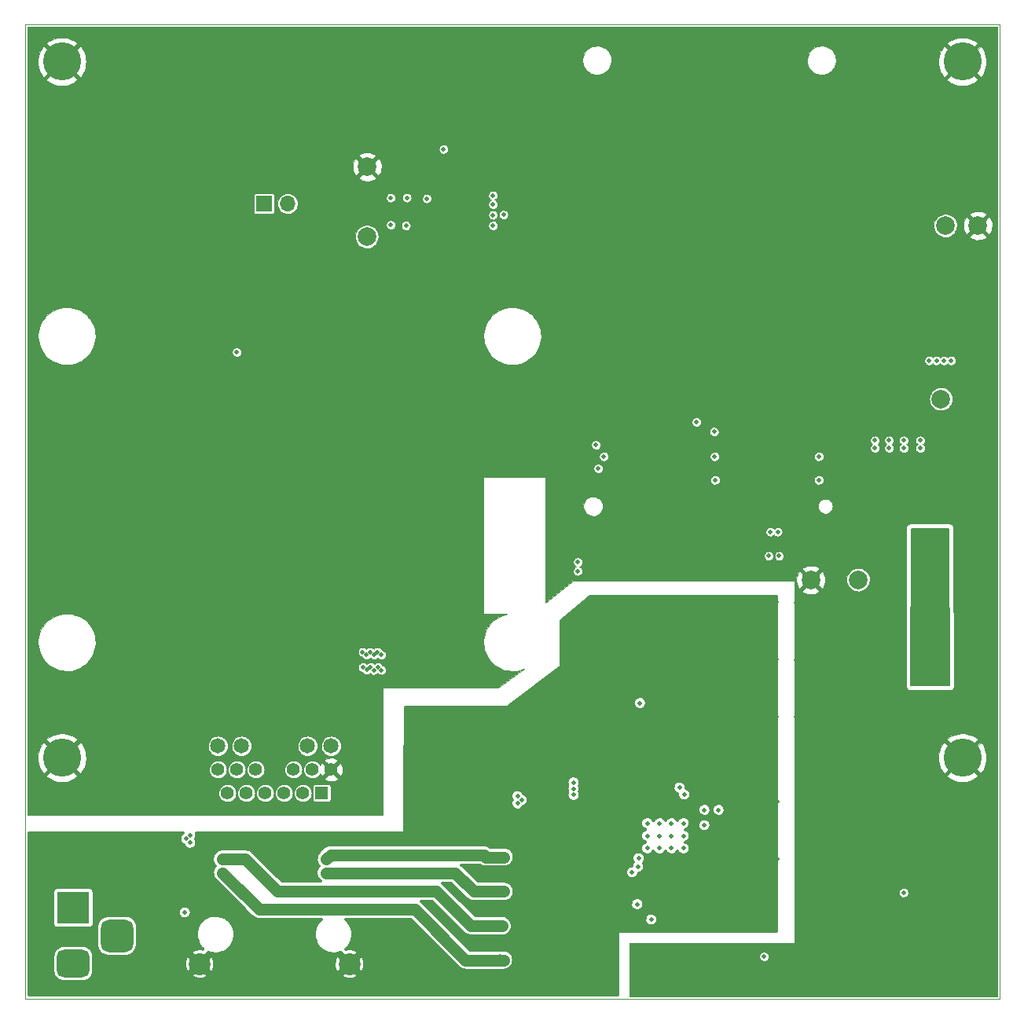
<source format=gbr>
G04 #@! TF.GenerationSoftware,KiCad,Pcbnew,5.99.0-unknown-50e22de3ba~107~ubuntu20.04.1*
G04 #@! TF.CreationDate,2021-01-20T17:19:26-06:00*
G04 #@! TF.ProjectId,AP3500,41503335-3030-42e6-9b69-6361645f7063,rev?*
G04 #@! TF.SameCoordinates,Original*
G04 #@! TF.FileFunction,Copper,L2,Inr*
G04 #@! TF.FilePolarity,Positive*
%FSLAX46Y46*%
G04 Gerber Fmt 4.6, Leading zero omitted, Abs format (unit mm)*
G04 Created by KiCad (PCBNEW 5.99.0-unknown-50e22de3ba~107~ubuntu20.04.1) date 2021-01-20 17:19:26*
%MOMM*%
%LPD*%
G01*
G04 APERTURE LIST*
G04 Aperture macros list*
%AMRoundRect*
0 Rectangle with rounded corners*
0 $1 Rounding radius*
0 $2 $3 $4 $5 $6 $7 $8 $9 X,Y pos of 4 corners*
0 Add a 4 corners polygon primitive as box body*
4,1,4,$2,$3,$4,$5,$6,$7,$8,$9,$2,$3,0*
0 Add four circle primitives for the rounded corners*
1,1,$1+$1,$2,$3*
1,1,$1+$1,$4,$5*
1,1,$1+$1,$6,$7*
1,1,$1+$1,$8,$9*
0 Add four rect primitives between the rounded corners*
20,1,$1+$1,$2,$3,$4,$5,0*
20,1,$1+$1,$4,$5,$6,$7,0*
20,1,$1+$1,$6,$7,$8,$9,0*
20,1,$1+$1,$8,$9,$2,$3,0*%
G04 Aperture macros list end*
G04 #@! TA.AperFunction,Profile*
%ADD10C,0.100000*%
G04 #@! TD*
G04 #@! TA.AperFunction,ComponentPad*
%ADD11C,2.362500*%
G04 #@! TD*
G04 #@! TA.AperFunction,ComponentPad*
%ADD12C,1.650000*%
G04 #@! TD*
G04 #@! TA.AperFunction,ComponentPad*
%ADD13C,1.200000*%
G04 #@! TD*
G04 #@! TA.AperFunction,ComponentPad*
%ADD14C,1.398000*%
G04 #@! TD*
G04 #@! TA.AperFunction,ComponentPad*
%ADD15R,1.398000X1.398000*%
G04 #@! TD*
G04 #@! TA.AperFunction,ComponentPad*
%ADD16R,3.500000X3.500000*%
G04 #@! TD*
G04 #@! TA.AperFunction,ComponentPad*
%ADD17RoundRect,0.750000X1.000000X-0.750000X1.000000X0.750000X-1.000000X0.750000X-1.000000X-0.750000X0*%
G04 #@! TD*
G04 #@! TA.AperFunction,ComponentPad*
%ADD18RoundRect,0.875000X0.875000X-0.875000X0.875000X0.875000X-0.875000X0.875000X-0.875000X-0.875000X0*%
G04 #@! TD*
G04 #@! TA.AperFunction,ComponentPad*
%ADD19C,4.100000*%
G04 #@! TD*
G04 #@! TA.AperFunction,ComponentPad*
%ADD20C,2.000000*%
G04 #@! TD*
G04 #@! TA.AperFunction,ComponentPad*
%ADD21R,1.700000X1.700000*%
G04 #@! TD*
G04 #@! TA.AperFunction,ComponentPad*
%ADD22O,1.700000X1.700000*%
G04 #@! TD*
G04 #@! TA.AperFunction,ComponentPad*
%ADD23C,0.500000*%
G04 #@! TD*
G04 #@! TA.AperFunction,ViaPad*
%ADD24C,0.500000*%
G04 #@! TD*
G04 #@! TA.AperFunction,Conductor*
%ADD25C,1.270000*%
G04 #@! TD*
G04 #@! TA.AperFunction,Conductor*
%ADD26C,0.101600*%
G04 #@! TD*
G04 #@! TA.AperFunction,Conductor*
%ADD27C,0.304800*%
G04 #@! TD*
G04 #@! TA.AperFunction,Conductor*
%ADD28C,0.203200*%
G04 #@! TD*
G04 APERTURE END LIST*
D10*
X105000000Y0D02*
X105000000Y-105000000D01*
X0Y0D02*
X105000000Y0D01*
X0Y-105000000D02*
X105000000Y-105000000D01*
X0Y-105000000D02*
X0Y0D01*
D11*
X18835000Y-101215000D03*
X34965000Y-101215000D03*
D12*
X20804000Y-77720000D03*
X23344000Y-77720000D03*
X30456000Y-77720000D03*
X32996000Y-77720000D03*
D13*
X21312000Y-91400000D03*
X32488000Y-91400000D03*
X21312000Y-89910000D03*
X32488000Y-89910000D03*
D14*
X20804000Y-80260000D03*
X22836000Y-80260000D03*
X24868000Y-80260000D03*
X28932000Y-80260000D03*
X30964000Y-80260000D03*
X32996000Y-80260000D03*
X21820000Y-82800000D03*
X23852000Y-82800000D03*
X25884000Y-82800000D03*
X27916000Y-82800000D03*
X29948000Y-82800000D03*
D15*
X31980000Y-82800000D03*
D16*
X5230671Y-95176004D03*
D17*
X5230671Y-101176004D03*
D18*
X9930671Y-98176004D03*
D19*
X101000000Y-4000000D03*
D20*
X98687800Y-40336200D03*
D21*
X25747800Y-19311100D03*
D22*
X28287800Y-19311100D03*
D20*
X89772400Y-59818000D03*
X36889599Y-15335000D03*
X102675600Y-21667200D03*
D19*
X101000000Y-79000000D03*
X4000000Y-4000000D03*
D20*
X99170400Y-21667200D03*
X36838799Y-22853400D03*
D23*
X70965609Y-88754788D03*
X68365609Y-86054788D03*
X69665609Y-87404788D03*
X68365609Y-88754788D03*
X70965609Y-87404788D03*
X67065609Y-87404788D03*
X67065609Y-88754788D03*
X69665609Y-86054788D03*
X69665609Y-88754788D03*
X68365609Y-87404788D03*
X70965609Y-86054788D03*
X67065609Y-86054788D03*
D20*
X84667000Y-59843400D03*
D19*
X4000000Y-79000000D03*
D24*
X59546400Y-58878200D03*
X96452600Y-45641000D03*
X91575800Y-45641000D03*
X93099800Y-45641000D03*
X94674600Y-45641000D03*
X102323600Y-64390000D03*
X104174200Y-57684400D03*
X17230000Y-95657400D03*
X17814200Y-88139000D03*
X17814200Y-87351600D03*
X17382400Y-87732600D03*
X53091200Y-83135200D03*
X53523000Y-83541600D03*
X53091200Y-83922600D03*
X66070600Y-90729800D03*
X65435600Y-91339400D03*
X59111000Y-82982800D03*
X59111000Y-82322400D03*
X59111000Y-81662000D03*
X66121400Y-89815400D03*
X77812400Y-45263800D03*
X28567800Y-75714200D03*
X40343999Y-27476200D03*
X40402400Y-64801800D03*
X92637600Y-66475200D03*
X23411600Y-75892000D03*
X99780000Y-45086000D03*
X32342400Y-69331800D03*
X92688400Y-64163800D03*
X79131400Y-57359800D03*
X27222400Y-64551800D03*
X31212400Y-64781800D03*
X33392400Y-69321800D03*
X24795600Y-30811200D03*
X18660000Y-74210000D03*
X25291200Y-73733000D03*
X79082400Y-54611000D03*
X102172100Y-60935600D03*
X31761800Y-72274200D03*
X27470100Y-26429000D03*
X16315600Y-76937600D03*
X80987400Y-45263800D03*
X91469200Y-65256000D03*
X30570100Y-21179000D03*
X73138800Y-54712600D03*
X25265800Y-75714200D03*
X23601800Y-30811200D03*
X65141400Y-54439800D03*
X53221799Y-24453600D03*
X55634799Y-24453600D03*
X32542600Y-67463400D03*
X22408000Y-64858000D03*
X22360400Y-30834200D03*
X83141000Y-83808701D03*
X83071800Y-74598000D03*
X40267799Y-15690600D03*
X23992400Y-64491800D03*
X27564190Y-69300271D03*
X30410100Y-17669000D03*
X87715000Y-57455800D03*
X97163800Y-39976800D03*
X61531000Y-45289200D03*
X25662400Y-66241800D03*
X20835510Y-65493000D03*
X83141000Y-89960701D03*
X84670400Y-45289200D03*
X22916000Y-66498200D03*
X23542400Y-35431800D03*
X84746600Y-50318400D03*
X37089200Y-62637400D03*
X70852800Y-45289200D03*
X26866000Y-81937200D03*
X22802000Y-81683200D03*
X92663000Y-68964400D03*
X40293199Y-14217400D03*
X81081200Y-103434000D03*
X73131400Y-57278000D03*
X22402400Y-67851800D03*
X82232000Y-54560200D03*
X91494600Y-67846800D03*
X78549000Y-50775600D03*
X26942200Y-75917400D03*
X34523800Y-69393800D03*
X29642400Y-69291800D03*
X28567800Y-73733000D03*
X25752400Y-69381800D03*
X33451800Y-72254200D03*
X30599800Y-75841200D03*
X25323293Y-67787765D03*
X83071800Y-68446000D03*
X24797910Y-67321800D03*
X30490100Y-11319000D03*
X83071800Y-62294000D03*
X68201400Y-56029800D03*
X29222400Y-64771800D03*
X75907400Y-54687200D03*
X75932800Y-57354200D03*
X72089000Y-96193200D03*
X65967600Y-80419800D03*
X64596000Y-62893800D03*
X74959200Y-72037800D03*
X81029800Y-89894000D03*
X68101200Y-62639800D03*
X81029800Y-83733167D03*
X76330800Y-82578800D03*
X79353400Y-82147000D03*
X72190609Y-89563800D03*
X80960600Y-74557798D03*
X71606400Y-62716000D03*
X80960600Y-68396965D03*
X76330800Y-80115000D03*
X71809600Y-83848800D03*
X47452400Y-77521800D03*
X80960600Y-62236132D03*
X69650600Y-95685200D03*
X63808600Y-75339800D03*
X71809600Y-85118800D03*
X78185000Y-91570400D03*
X43407000Y-77548400D03*
X43507000Y-81418400D03*
X74959200Y-73612600D03*
X62284600Y-75339800D03*
X75594200Y-87354000D03*
X47427000Y-81357200D03*
X66983600Y-82705800D03*
X79048600Y-80115000D03*
X67491600Y-96421800D03*
X92464800Y-60884800D03*
X94669600Y-93526200D03*
X96583200Y-57786000D03*
X95741400Y-61138800D03*
X99297400Y-59360800D03*
X99276500Y-61138800D03*
X98535400Y-66803000D03*
X95716000Y-59360800D03*
X96503400Y-66803000D03*
X50427799Y-21659600D03*
X97519400Y-69901800D03*
X98205200Y-36196000D03*
X99805400Y-36196000D03*
X99018000Y-36196000D03*
X51570799Y-20491200D03*
X50427799Y-18408400D03*
X50427799Y-19373600D03*
X96503400Y-68835000D03*
X96503400Y-70867000D03*
X97849600Y-57760600D03*
X50427799Y-20516600D03*
X97519400Y-67692000D03*
X99276500Y-62916800D03*
X97417800Y-36196000D03*
X98535400Y-70867000D03*
X98535400Y-68835000D03*
X71047600Y-82959800D03*
X73206600Y-86261800D03*
X66272400Y-73104600D03*
X73206600Y-84610800D03*
X70539600Y-82197800D03*
X65967600Y-94770800D03*
X74730600Y-84610800D03*
X51618000Y-89688400D03*
X51160800Y-89358200D03*
X51160800Y-90018600D03*
X51567200Y-97102298D03*
X51160800Y-96749600D03*
X51160800Y-97460800D03*
X51620657Y-93396800D03*
X51163457Y-93727000D03*
X51163457Y-93066600D03*
X51131457Y-100433198D03*
X51563257Y-100788798D03*
X51131457Y-101144398D03*
X74256400Y-43866800D03*
X81106400Y-54649800D03*
X59577400Y-57913000D03*
X93099800Y-44802800D03*
X94674600Y-44802800D03*
X80306400Y-54649800D03*
X74356400Y-49073800D03*
X80149200Y-57252600D03*
X67547400Y-101778800D03*
X72398800Y-101804200D03*
X85534000Y-46533800D03*
X79638400Y-100412200D03*
X96452600Y-44802800D03*
X91575800Y-44802800D03*
X85531400Y-49073800D03*
X61759600Y-47829200D03*
X81266800Y-57252600D03*
X62369200Y-46533800D03*
X74307200Y-46533800D03*
X22822400Y-35301800D03*
X72351400Y-42819800D03*
X38392400Y-67911800D03*
X38012400Y-69231800D03*
X39404199Y-21583400D03*
X39404199Y-18662400D03*
X36822400Y-69521800D03*
X36402400Y-69231800D03*
X36792400Y-67911800D03*
X41156799Y-18662400D03*
X38412400Y-69541800D03*
X41055199Y-21659600D03*
X37992400Y-67601800D03*
X37592400Y-67911800D03*
X37612400Y-69551800D03*
X37192400Y-67601800D03*
X43290399Y-18738600D03*
X36392400Y-67601800D03*
X37232400Y-69221800D03*
X45110999Y-13430000D03*
D25*
X51618000Y-89688400D02*
X49665800Y-89688400D01*
X49665800Y-89688400D02*
X49437200Y-89459800D01*
X49437200Y-89459800D02*
X32938200Y-89459800D01*
X32938200Y-89459800D02*
X32488000Y-89910000D01*
X44328200Y-93371400D02*
X27237600Y-93371400D01*
X27237600Y-93371400D02*
X23776200Y-89910000D01*
X23776200Y-89910000D02*
X21312000Y-89910000D01*
X42016800Y-95327200D02*
X25239200Y-95327200D01*
X25239200Y-95327200D02*
X21312000Y-91400000D01*
X46370000Y-91400000D02*
X32488000Y-91400000D01*
X51563257Y-100788798D02*
X47478398Y-100788798D01*
X47478398Y-100788798D02*
X42016800Y-95327200D01*
X51404800Y-97102298D02*
X48059098Y-97102298D01*
X48059098Y-97102298D02*
X44328200Y-93371400D01*
X51620657Y-93396800D02*
X48366800Y-93396800D01*
X48366800Y-93396800D02*
X46370000Y-91400000D01*
D26*
X104747000Y-104747000D02*
X65133400Y-104747000D01*
X65133400Y-100476440D01*
X79134478Y-100476440D01*
X79136564Y-100491100D01*
X79175644Y-100621774D01*
X79181949Y-100635172D01*
X79257724Y-100748578D01*
X79267690Y-100759531D01*
X79373462Y-100845642D01*
X79386207Y-100853179D01*
X79512623Y-100904383D01*
X79527022Y-100907840D01*
X79662905Y-100919609D01*
X79677684Y-100918679D01*
X79811021Y-100889972D01*
X79824872Y-100884738D01*
X79943873Y-100818094D01*
X79955574Y-100809019D01*
X80049719Y-100710330D01*
X80058233Y-100698215D01*
X80119198Y-100576206D01*
X80123774Y-100562122D01*
X80146167Y-100427581D01*
X80146841Y-100419799D01*
X80146898Y-100412594D01*
X80146347Y-100404796D01*
X80126069Y-100269920D01*
X80121715Y-100255767D01*
X80062675Y-100132815D01*
X80054351Y-100120568D01*
X79961768Y-100020413D01*
X79950212Y-100011154D01*
X79832272Y-99942649D01*
X79818504Y-99937198D01*
X79685634Y-99906400D01*
X79670872Y-99905238D01*
X79534821Y-99914871D01*
X79520370Y-99918102D01*
X79393165Y-99967314D01*
X79380302Y-99974650D01*
X79273191Y-100059089D01*
X79263054Y-100069884D01*
X79185507Y-100182086D01*
X79178993Y-100195383D01*
X79137865Y-100325427D01*
X79135549Y-100340053D01*
X79134478Y-100476440D01*
X65133400Y-100476440D01*
X65133400Y-98958401D01*
X82880420Y-98958822D01*
X82915634Y-98944237D01*
X82930221Y-98908994D01*
X82927204Y-93590440D01*
X94165678Y-93590440D01*
X94167764Y-93605100D01*
X94206844Y-93735774D01*
X94213149Y-93749172D01*
X94288924Y-93862578D01*
X94298890Y-93873531D01*
X94404662Y-93959642D01*
X94417407Y-93967179D01*
X94543823Y-94018383D01*
X94558222Y-94021840D01*
X94694105Y-94033609D01*
X94708884Y-94032679D01*
X94842221Y-94003972D01*
X94856072Y-93998738D01*
X94975073Y-93932094D01*
X94986774Y-93923019D01*
X95080919Y-93824330D01*
X95089433Y-93812215D01*
X95150398Y-93690206D01*
X95154974Y-93676122D01*
X95177367Y-93541581D01*
X95178041Y-93533799D01*
X95178098Y-93526594D01*
X95177547Y-93518796D01*
X95157269Y-93383920D01*
X95152915Y-93369767D01*
X95093875Y-93246815D01*
X95085551Y-93234568D01*
X94992968Y-93134413D01*
X94981412Y-93125154D01*
X94863472Y-93056649D01*
X94849704Y-93051198D01*
X94716834Y-93020400D01*
X94702072Y-93019238D01*
X94566021Y-93028871D01*
X94551570Y-93032102D01*
X94424365Y-93081314D01*
X94411502Y-93088650D01*
X94304391Y-93173089D01*
X94294254Y-93183884D01*
X94216707Y-93296086D01*
X94210193Y-93309383D01*
X94169065Y-93439427D01*
X94166749Y-93454053D01*
X94165678Y-93590440D01*
X82927204Y-93590440D01*
X82920053Y-80982443D01*
X99326968Y-80982443D01*
X99341554Y-81017657D01*
X99347496Y-81022732D01*
X99597404Y-81204301D01*
X99602685Y-81207652D01*
X99884737Y-81362712D01*
X99890395Y-81365375D01*
X100189656Y-81483861D01*
X100195604Y-81485793D01*
X100507357Y-81565837D01*
X100513500Y-81567009D01*
X100832826Y-81607350D01*
X100839068Y-81607743D01*
X101160932Y-81607743D01*
X101167174Y-81607350D01*
X101486500Y-81567009D01*
X101492643Y-81565837D01*
X101804396Y-81485793D01*
X101810344Y-81483861D01*
X102109605Y-81365375D01*
X102115263Y-81362712D01*
X102397315Y-81207652D01*
X102402596Y-81204301D01*
X102652504Y-81022732D01*
X102672419Y-80990233D01*
X102663521Y-80953171D01*
X102658446Y-80947229D01*
X101035214Y-79323996D01*
X101000000Y-79309410D01*
X100964786Y-79323996D01*
X99341554Y-80947229D01*
X99326968Y-80982443D01*
X82920053Y-80982443D01*
X82918927Y-78996873D01*
X98387298Y-78996873D01*
X98387298Y-79003127D01*
X98407508Y-79324356D01*
X98408292Y-79330561D01*
X98468603Y-79646724D01*
X98470158Y-79652781D01*
X98569620Y-79958892D01*
X98571923Y-79964707D01*
X98708966Y-80255939D01*
X98711978Y-80261419D01*
X98884441Y-80533178D01*
X98888117Y-80538238D01*
X98982198Y-80651963D01*
X99015883Y-80669798D01*
X99052314Y-80658591D01*
X99055784Y-80655433D01*
X100676004Y-79035214D01*
X100690590Y-79000000D01*
X101309410Y-79000000D01*
X101323996Y-79035214D01*
X102944216Y-80655433D01*
X102979430Y-80670019D01*
X103014644Y-80655433D01*
X103017802Y-80651963D01*
X103111883Y-80538238D01*
X103115559Y-80533178D01*
X103288022Y-80261419D01*
X103291034Y-80255939D01*
X103428077Y-79964707D01*
X103430380Y-79958892D01*
X103529842Y-79652781D01*
X103531397Y-79646724D01*
X103591708Y-79330561D01*
X103592492Y-79324356D01*
X103612702Y-79003127D01*
X103612702Y-78996873D01*
X103592492Y-78675644D01*
X103591708Y-78669439D01*
X103531397Y-78353276D01*
X103529842Y-78347219D01*
X103430380Y-78041108D01*
X103428077Y-78035293D01*
X103291034Y-77744061D01*
X103288022Y-77738581D01*
X103115559Y-77466822D01*
X103111883Y-77461762D01*
X103017802Y-77348037D01*
X102984117Y-77330202D01*
X102947686Y-77341409D01*
X102944216Y-77344567D01*
X101323996Y-78964786D01*
X101309410Y-79000000D01*
X100690590Y-79000000D01*
X100676004Y-78964786D01*
X99055784Y-77344567D01*
X99020570Y-77329981D01*
X98985356Y-77344567D01*
X98982198Y-77348037D01*
X98888117Y-77461762D01*
X98884441Y-77466822D01*
X98711978Y-77738581D01*
X98708966Y-77744061D01*
X98571923Y-78035293D01*
X98569620Y-78041108D01*
X98470158Y-78347219D01*
X98468603Y-78353276D01*
X98408292Y-78669439D01*
X98407508Y-78675644D01*
X98387298Y-78996873D01*
X82918927Y-78996873D01*
X82917800Y-77009767D01*
X99327581Y-77009767D01*
X99336479Y-77046829D01*
X99341554Y-77052771D01*
X100964786Y-78676004D01*
X101000000Y-78690590D01*
X101035214Y-78676004D01*
X102658446Y-77052771D01*
X102673032Y-77017557D01*
X102658446Y-76982343D01*
X102652504Y-76977268D01*
X102402596Y-76795699D01*
X102397315Y-76792348D01*
X102115263Y-76637288D01*
X102109605Y-76634625D01*
X101810344Y-76516139D01*
X101804396Y-76514207D01*
X101492643Y-76434163D01*
X101486500Y-76432991D01*
X101167174Y-76392650D01*
X101160932Y-76392257D01*
X100839068Y-76392257D01*
X100832826Y-76392650D01*
X100513500Y-76432991D01*
X100507357Y-76434163D01*
X100195604Y-76514207D01*
X100189656Y-76516139D01*
X99890395Y-76634625D01*
X99884737Y-76637288D01*
X99602685Y-76792348D01*
X99597404Y-76795699D01*
X99347496Y-76977268D01*
X99327581Y-77009767D01*
X82917800Y-77009767D01*
X82914531Y-71246697D01*
X94913219Y-71246697D01*
X94913822Y-71254554D01*
X94933720Y-71381220D01*
X94938547Y-71396104D01*
X94996280Y-71509391D01*
X95005439Y-71521995D01*
X95095354Y-71611897D01*
X95107959Y-71621055D01*
X95221255Y-71678772D01*
X95236074Y-71683585D01*
X95361660Y-71703467D01*
X95369451Y-71704080D01*
X99663638Y-71703778D01*
X99671522Y-71703149D01*
X99798577Y-71682768D01*
X99813470Y-71677881D01*
X99926537Y-71619717D01*
X99939107Y-71610510D01*
X100028665Y-71520253D01*
X100037774Y-71507612D01*
X100095059Y-71394097D01*
X100099816Y-71379260D01*
X100119219Y-71253599D01*
X100119802Y-71245807D01*
X100057880Y-55296956D01*
X100053734Y-54229130D01*
X100053104Y-54221425D01*
X100033157Y-54097237D01*
X100028348Y-54082505D01*
X99970570Y-53969241D01*
X99961407Y-53956641D01*
X99871457Y-53866774D01*
X99858847Y-53857621D01*
X99745528Y-53799950D01*
X99730707Y-53795142D01*
X99605113Y-53775310D01*
X99597323Y-53774701D01*
X95413312Y-53776664D01*
X95405597Y-53777269D01*
X95281206Y-53796835D01*
X95266450Y-53801599D01*
X95153009Y-53859030D01*
X95140380Y-53868156D01*
X95050239Y-53957832D01*
X95041049Y-53970413D01*
X94983030Y-54083554D01*
X94978176Y-54098360D01*
X94957960Y-54223892D01*
X94957327Y-54231681D01*
X94913219Y-71246697D01*
X82914531Y-71246697D01*
X82908761Y-61074179D01*
X83745631Y-61074179D01*
X83760217Y-61109393D01*
X83766583Y-61114772D01*
X83863431Y-61183599D01*
X83870292Y-61187689D01*
X84088041Y-61294835D01*
X84095468Y-61297776D01*
X84327545Y-61368729D01*
X84335346Y-61370444D01*
X84575783Y-61403380D01*
X84583759Y-61403826D01*
X84826369Y-61397897D01*
X84834313Y-61397062D01*
X85072853Y-61352420D01*
X85080561Y-61350326D01*
X85308896Y-61268120D01*
X85316170Y-61264820D01*
X85528424Y-61147166D01*
X85535077Y-61142746D01*
X85570736Y-61114686D01*
X85589390Y-61081447D01*
X85579076Y-61044754D01*
X85575154Y-61040336D01*
X84702214Y-60167396D01*
X84667000Y-60152810D01*
X84631786Y-60167396D01*
X83760217Y-61038965D01*
X83745631Y-61074179D01*
X82908761Y-61074179D01*
X82908122Y-59948421D01*
X83107889Y-59948421D01*
X83108446Y-59956389D01*
X83144735Y-60196342D01*
X83146559Y-60204119D01*
X83220746Y-60435183D01*
X83223790Y-60442568D01*
X83333965Y-60658800D01*
X83338150Y-60665603D01*
X83395903Y-60744512D01*
X83428471Y-60764314D01*
X83465502Y-60755287D01*
X83471304Y-60750314D01*
X84343004Y-59878614D01*
X84357590Y-59843400D01*
X84976410Y-59843400D01*
X84990996Y-59878614D01*
X85863165Y-60750783D01*
X85898379Y-60765369D01*
X85933593Y-60750783D01*
X85939954Y-60742983D01*
X86034427Y-60599707D01*
X86038276Y-60592707D01*
X86137757Y-60371352D01*
X86140436Y-60363827D01*
X86203247Y-60129414D01*
X86204689Y-60121558D01*
X86229213Y-59880119D01*
X86229465Y-59875608D01*
X86229797Y-59843922D01*
X86229640Y-59839406D01*
X86225634Y-59789617D01*
X88514421Y-59789617D01*
X88528888Y-60010339D01*
X88530313Y-60019340D01*
X88584761Y-60233730D01*
X88587803Y-60242321D01*
X88680409Y-60443199D01*
X88684966Y-60451092D01*
X88812628Y-60631730D01*
X88818547Y-60638660D01*
X88976990Y-60793008D01*
X88984073Y-60798743D01*
X89167991Y-60921633D01*
X89176000Y-60925982D01*
X89379233Y-61013298D01*
X89387900Y-61016114D01*
X89603642Y-61064931D01*
X89612678Y-61066121D01*
X89833703Y-61074806D01*
X89842804Y-61074329D01*
X90061711Y-61042589D01*
X90070573Y-61040461D01*
X90280031Y-60969359D01*
X90288356Y-60965652D01*
X90481348Y-60857571D01*
X90488859Y-60852409D01*
X90658924Y-60710968D01*
X90665368Y-60704524D01*
X90806809Y-60534459D01*
X90811971Y-60526948D01*
X90920052Y-60333956D01*
X90923759Y-60325631D01*
X90994861Y-60116173D01*
X90996989Y-60107311D01*
X91028729Y-59888404D01*
X91029227Y-59882561D01*
X91030883Y-59819303D01*
X91030691Y-59813443D01*
X91010451Y-59593175D01*
X91008790Y-59584214D01*
X90948749Y-59371323D01*
X90945483Y-59362815D01*
X90847650Y-59164430D01*
X90842888Y-59156659D01*
X90710541Y-58979425D01*
X90704443Y-58972653D01*
X90542014Y-58822505D01*
X90534784Y-58816957D01*
X90347712Y-58698923D01*
X90339592Y-58694785D01*
X90134143Y-58612820D01*
X90125405Y-58610232D01*
X89908460Y-58567078D01*
X89899396Y-58566125D01*
X89678218Y-58563230D01*
X89669132Y-58563945D01*
X89451131Y-58601404D01*
X89442328Y-58603763D01*
X89234804Y-58680323D01*
X89226579Y-58684247D01*
X89036482Y-58797343D01*
X89029109Y-58802699D01*
X88862805Y-58948544D01*
X88856531Y-58955155D01*
X88719590Y-59128864D01*
X88714627Y-59136507D01*
X88611635Y-59332263D01*
X88608147Y-59340683D01*
X88542553Y-59551929D01*
X88540658Y-59560844D01*
X88514659Y-59780507D01*
X88514421Y-59789617D01*
X86225634Y-59789617D01*
X86210177Y-59597506D01*
X86208899Y-59589621D01*
X86151011Y-59353944D01*
X86148490Y-59346365D01*
X86053667Y-59122975D01*
X86049967Y-59115896D01*
X85941524Y-58943690D01*
X85910416Y-58921665D01*
X85872846Y-58928086D01*
X85864169Y-58935013D01*
X84990996Y-59808186D01*
X84976410Y-59843400D01*
X84357590Y-59843400D01*
X84343004Y-59808186D01*
X83470716Y-58935898D01*
X83435502Y-58921312D01*
X83400288Y-58935898D01*
X83395940Y-58940865D01*
X83355661Y-58993548D01*
X83351334Y-59000262D01*
X83236654Y-59214139D01*
X83233456Y-59221459D01*
X83154447Y-59450919D01*
X83152461Y-59458656D01*
X83111154Y-59697797D01*
X83110430Y-59705752D01*
X83107889Y-59948421D01*
X82908122Y-59948421D01*
X82908120Y-59945378D01*
X82893514Y-59910172D01*
X82858321Y-59895606D01*
X59089201Y-59895200D01*
X59057691Y-59906435D01*
X56122200Y-62304833D01*
X56122200Y-58942440D01*
X59042478Y-58942440D01*
X59044564Y-58957100D01*
X59083644Y-59087774D01*
X59089949Y-59101172D01*
X59165724Y-59214578D01*
X59175690Y-59225531D01*
X59281462Y-59311642D01*
X59294207Y-59319179D01*
X59420623Y-59370383D01*
X59435022Y-59373840D01*
X59570905Y-59385609D01*
X59585684Y-59384679D01*
X59719021Y-59355972D01*
X59732872Y-59350738D01*
X59851873Y-59284094D01*
X59863574Y-59275019D01*
X59957719Y-59176330D01*
X59966233Y-59164215D01*
X60027198Y-59042206D01*
X60031774Y-59028122D01*
X60054167Y-58893581D01*
X60054841Y-58885799D01*
X60054898Y-58878594D01*
X60054347Y-58870796D01*
X60034069Y-58735920D01*
X60029715Y-58721767D01*
X59972727Y-58603088D01*
X83746312Y-58603088D01*
X83754041Y-58640412D01*
X83760016Y-58647634D01*
X84631786Y-59519404D01*
X84667000Y-59533990D01*
X84702214Y-59519404D01*
X85576519Y-58645099D01*
X85591105Y-58609885D01*
X85576519Y-58574671D01*
X85572916Y-58571404D01*
X85562101Y-58562520D01*
X85555540Y-58557960D01*
X85345796Y-58435886D01*
X85338593Y-58432435D01*
X85112030Y-58345466D01*
X85104367Y-58343210D01*
X84866813Y-58293582D01*
X84858888Y-58292581D01*
X84616456Y-58281573D01*
X84608473Y-58281852D01*
X84367399Y-58309745D01*
X84359564Y-58311297D01*
X84126051Y-58377374D01*
X84118564Y-58380158D01*
X83898620Y-58482720D01*
X83891674Y-58486665D01*
X83767238Y-58571231D01*
X83746312Y-58603088D01*
X59972727Y-58603088D01*
X59970675Y-58598815D01*
X59962351Y-58586568D01*
X59869768Y-58486413D01*
X59858212Y-58477154D01*
X59740272Y-58408649D01*
X59726504Y-58403198D01*
X59710035Y-58399381D01*
X59750021Y-58390772D01*
X59763872Y-58385538D01*
X59882873Y-58318894D01*
X59894574Y-58309819D01*
X59988719Y-58211130D01*
X59997233Y-58199015D01*
X60058198Y-58077006D01*
X60062774Y-58062922D01*
X60085167Y-57928381D01*
X60085841Y-57920599D01*
X60085898Y-57913394D01*
X60085347Y-57905596D01*
X60065069Y-57770720D01*
X60060715Y-57756567D01*
X60001675Y-57633615D01*
X59993351Y-57621368D01*
X59900768Y-57521213D01*
X59889212Y-57511954D01*
X59771272Y-57443449D01*
X59757504Y-57437998D01*
X59624634Y-57407200D01*
X59609872Y-57406038D01*
X59473821Y-57415671D01*
X59459370Y-57418902D01*
X59332165Y-57468114D01*
X59319302Y-57475450D01*
X59212191Y-57559889D01*
X59202054Y-57570684D01*
X59124507Y-57682886D01*
X59117993Y-57696183D01*
X59076865Y-57826227D01*
X59074549Y-57840853D01*
X59073478Y-57977240D01*
X59075564Y-57991900D01*
X59114644Y-58122574D01*
X59120949Y-58135972D01*
X59196724Y-58249378D01*
X59206690Y-58260331D01*
X59312462Y-58346442D01*
X59325207Y-58353979D01*
X59413643Y-58389799D01*
X59301165Y-58433314D01*
X59288302Y-58440650D01*
X59181191Y-58525089D01*
X59171054Y-58535884D01*
X59093507Y-58648086D01*
X59086993Y-58661383D01*
X59045865Y-58791427D01*
X59043549Y-58806053D01*
X59042478Y-58942440D01*
X56122200Y-58942440D01*
X56122200Y-57316840D01*
X79645278Y-57316840D01*
X79647364Y-57331500D01*
X79686444Y-57462174D01*
X79692749Y-57475572D01*
X79768524Y-57588978D01*
X79778490Y-57599931D01*
X79884262Y-57686042D01*
X79897007Y-57693579D01*
X80023423Y-57744783D01*
X80037822Y-57748240D01*
X80173705Y-57760009D01*
X80188484Y-57759079D01*
X80321821Y-57730372D01*
X80335672Y-57725138D01*
X80454673Y-57658494D01*
X80466374Y-57649419D01*
X80560519Y-57550730D01*
X80569033Y-57538615D01*
X80629998Y-57416606D01*
X80634574Y-57402522D01*
X80648835Y-57316840D01*
X80762878Y-57316840D01*
X80764964Y-57331500D01*
X80804044Y-57462174D01*
X80810349Y-57475572D01*
X80886124Y-57588978D01*
X80896090Y-57599931D01*
X81001862Y-57686042D01*
X81014607Y-57693579D01*
X81141023Y-57744783D01*
X81155422Y-57748240D01*
X81291305Y-57760009D01*
X81306084Y-57759079D01*
X81439421Y-57730372D01*
X81453272Y-57725138D01*
X81572273Y-57658494D01*
X81583974Y-57649419D01*
X81678119Y-57550730D01*
X81686633Y-57538615D01*
X81747598Y-57416606D01*
X81752174Y-57402522D01*
X81774567Y-57267981D01*
X81775241Y-57260199D01*
X81775298Y-57252994D01*
X81774747Y-57245196D01*
X81754469Y-57110320D01*
X81750115Y-57096167D01*
X81691075Y-56973215D01*
X81682751Y-56960968D01*
X81590168Y-56860813D01*
X81578612Y-56851554D01*
X81460672Y-56783049D01*
X81446904Y-56777598D01*
X81314034Y-56746800D01*
X81299272Y-56745638D01*
X81163221Y-56755271D01*
X81148770Y-56758502D01*
X81021565Y-56807714D01*
X81008702Y-56815050D01*
X80901591Y-56899489D01*
X80891454Y-56910284D01*
X80813907Y-57022486D01*
X80807393Y-57035783D01*
X80766265Y-57165827D01*
X80763949Y-57180453D01*
X80762878Y-57316840D01*
X80648835Y-57316840D01*
X80656967Y-57267981D01*
X80657641Y-57260199D01*
X80657698Y-57252994D01*
X80657147Y-57245196D01*
X80636869Y-57110320D01*
X80632515Y-57096167D01*
X80573475Y-56973215D01*
X80565151Y-56960968D01*
X80472568Y-56860813D01*
X80461012Y-56851554D01*
X80343072Y-56783049D01*
X80329304Y-56777598D01*
X80196434Y-56746800D01*
X80181672Y-56745638D01*
X80045621Y-56755271D01*
X80031170Y-56758502D01*
X79903965Y-56807714D01*
X79891102Y-56815050D01*
X79783991Y-56899489D01*
X79773854Y-56910284D01*
X79696307Y-57022486D01*
X79689793Y-57035783D01*
X79648665Y-57165827D01*
X79646349Y-57180453D01*
X79645278Y-57316840D01*
X56122200Y-57316840D01*
X56122200Y-54714040D01*
X79802478Y-54714040D01*
X79804564Y-54728700D01*
X79843644Y-54859374D01*
X79849949Y-54872772D01*
X79925724Y-54986178D01*
X79935690Y-54997131D01*
X80041462Y-55083242D01*
X80054207Y-55090779D01*
X80180623Y-55141983D01*
X80195022Y-55145440D01*
X80330905Y-55157209D01*
X80345684Y-55156279D01*
X80479021Y-55127572D01*
X80492872Y-55122338D01*
X80611873Y-55055694D01*
X80623574Y-55046619D01*
X80707397Y-54958750D01*
X80725724Y-54986178D01*
X80735690Y-54997131D01*
X80841462Y-55083242D01*
X80854207Y-55090779D01*
X80980623Y-55141983D01*
X80995022Y-55145440D01*
X81130905Y-55157209D01*
X81145684Y-55156279D01*
X81279021Y-55127572D01*
X81292872Y-55122338D01*
X81411873Y-55055694D01*
X81423574Y-55046619D01*
X81517719Y-54947930D01*
X81526233Y-54935815D01*
X81587198Y-54813806D01*
X81591774Y-54799722D01*
X81614167Y-54665181D01*
X81614841Y-54657399D01*
X81614898Y-54650194D01*
X81614347Y-54642396D01*
X81594069Y-54507520D01*
X81589715Y-54493367D01*
X81530675Y-54370415D01*
X81522351Y-54358168D01*
X81429768Y-54258013D01*
X81418212Y-54248754D01*
X81300272Y-54180249D01*
X81286504Y-54174798D01*
X81153634Y-54144000D01*
X81138872Y-54142838D01*
X81002821Y-54152471D01*
X80988370Y-54155702D01*
X80861165Y-54204914D01*
X80848302Y-54212250D01*
X80741191Y-54296689D01*
X80731054Y-54307484D01*
X80707287Y-54341872D01*
X80629768Y-54258013D01*
X80618212Y-54248754D01*
X80500272Y-54180249D01*
X80486504Y-54174798D01*
X80353634Y-54144000D01*
X80338872Y-54142838D01*
X80202821Y-54152471D01*
X80188370Y-54155702D01*
X80061165Y-54204914D01*
X80048302Y-54212250D01*
X79941191Y-54296689D01*
X79931054Y-54307484D01*
X79853507Y-54419686D01*
X79846993Y-54432983D01*
X79805865Y-54563027D01*
X79803549Y-54577653D01*
X79802478Y-54714040D01*
X56122200Y-54714040D01*
X56122200Y-51998053D01*
X60177710Y-51998053D01*
X60178693Y-52008070D01*
X60218990Y-52207919D01*
X60221966Y-52217534D01*
X60301624Y-52405198D01*
X60306473Y-52414019D01*
X60422240Y-52581833D01*
X60428763Y-52589498D01*
X60575909Y-52730605D01*
X60583841Y-52736801D01*
X60756355Y-52845439D01*
X60765370Y-52849915D01*
X60956206Y-52921646D01*
X60965938Y-52924217D01*
X61167299Y-52956109D01*
X61177348Y-52956671D01*
X61381009Y-52947423D01*
X61390966Y-52945952D01*
X61588608Y-52895941D01*
X61598066Y-52892499D01*
X61781615Y-52803768D01*
X61790188Y-52798494D01*
X61952146Y-52674668D01*
X61959484Y-52667778D01*
X62093235Y-52513914D01*
X62099036Y-52505689D01*
X62199117Y-52328074D01*
X62203147Y-52318851D01*
X62265469Y-52124740D01*
X62267562Y-52114894D01*
X62282070Y-51981343D01*
X85427336Y-51981343D01*
X85428581Y-51992809D01*
X85467661Y-52164129D01*
X85471511Y-52175002D01*
X85548955Y-52332737D01*
X85555203Y-52342432D01*
X85666857Y-52478120D01*
X85675168Y-52486118D01*
X85815042Y-52592481D01*
X85824970Y-52598352D01*
X85985562Y-52669684D01*
X85996574Y-52673114D01*
X86169268Y-52705589D01*
X86180775Y-52706394D01*
X86356308Y-52698269D01*
X86367690Y-52696405D01*
X86536646Y-52648118D01*
X86547294Y-52643685D01*
X86700610Y-52557824D01*
X86709954Y-52551061D01*
X86839405Y-52432232D01*
X86846941Y-52423501D01*
X86945584Y-52278080D01*
X86950910Y-52267849D01*
X87013453Y-52103635D01*
X87016282Y-52092453D01*
X87039370Y-51918255D01*
X87039800Y-51912105D01*
X87039894Y-51900188D01*
X87039561Y-51894028D01*
X87019212Y-51719489D01*
X87016559Y-51708264D01*
X86956603Y-51543088D01*
X86951438Y-51532775D01*
X86855091Y-51385822D01*
X86847693Y-51376973D01*
X86720124Y-51256126D01*
X86710888Y-51249217D01*
X86558940Y-51160959D01*
X86548362Y-51156360D01*
X86380185Y-51105424D01*
X86368834Y-51103382D01*
X86193450Y-51092501D01*
X86181932Y-51093124D01*
X86008750Y-51122882D01*
X85997686Y-51126139D01*
X85835994Y-51194940D01*
X85825975Y-51200655D01*
X85684447Y-51304808D01*
X85676011Y-51312674D01*
X85562239Y-51446592D01*
X85555840Y-51456188D01*
X85475928Y-51612686D01*
X85471907Y-51623496D01*
X85430141Y-51794182D01*
X85428716Y-51805628D01*
X85427336Y-51981343D01*
X62282070Y-51981343D01*
X62289580Y-51912215D01*
X62289871Y-51907014D01*
X62289896Y-51899972D01*
X62289641Y-51894762D01*
X62269039Y-51691935D01*
X62267015Y-51682076D01*
X62206049Y-51487534D01*
X62202084Y-51478282D01*
X62103245Y-51299972D01*
X62097501Y-51291707D01*
X61964827Y-51136914D01*
X61957538Y-51129973D01*
X61796449Y-51005019D01*
X61787913Y-50999686D01*
X61604988Y-50909676D01*
X61595554Y-50906167D01*
X61398266Y-50854777D01*
X61388319Y-50853237D01*
X61184727Y-50842567D01*
X61174674Y-50843059D01*
X60973096Y-50873545D01*
X60963347Y-50876048D01*
X60772015Y-50946444D01*
X60762969Y-50950856D01*
X60589701Y-51058287D01*
X60581726Y-51064429D01*
X60433598Y-51204507D01*
X60427021Y-51212126D01*
X60310086Y-51379127D01*
X60305176Y-51387913D01*
X60224209Y-51575016D01*
X60221165Y-51584610D01*
X60179474Y-51784173D01*
X60178422Y-51794183D01*
X60177710Y-51998053D01*
X56122200Y-51998053D01*
X56122200Y-49138040D01*
X73852478Y-49138040D01*
X73854564Y-49152700D01*
X73893644Y-49283374D01*
X73899949Y-49296772D01*
X73975724Y-49410178D01*
X73985690Y-49421131D01*
X74091462Y-49507242D01*
X74104207Y-49514779D01*
X74230623Y-49565983D01*
X74245022Y-49569440D01*
X74380905Y-49581209D01*
X74395684Y-49580279D01*
X74529021Y-49551572D01*
X74542872Y-49546338D01*
X74661873Y-49479694D01*
X74673574Y-49470619D01*
X74767719Y-49371930D01*
X74776233Y-49359815D01*
X74837198Y-49237806D01*
X74841774Y-49223722D01*
X74856035Y-49138040D01*
X85027478Y-49138040D01*
X85029564Y-49152700D01*
X85068644Y-49283374D01*
X85074949Y-49296772D01*
X85150724Y-49410178D01*
X85160690Y-49421131D01*
X85266462Y-49507242D01*
X85279207Y-49514779D01*
X85405623Y-49565983D01*
X85420022Y-49569440D01*
X85555905Y-49581209D01*
X85570684Y-49580279D01*
X85704021Y-49551572D01*
X85717872Y-49546338D01*
X85836873Y-49479694D01*
X85848574Y-49470619D01*
X85942719Y-49371930D01*
X85951233Y-49359815D01*
X86012198Y-49237806D01*
X86016774Y-49223722D01*
X86039167Y-49089181D01*
X86039841Y-49081399D01*
X86039898Y-49074194D01*
X86039347Y-49066396D01*
X86019069Y-48931520D01*
X86014715Y-48917367D01*
X85955675Y-48794415D01*
X85947351Y-48782168D01*
X85854768Y-48682013D01*
X85843212Y-48672754D01*
X85725272Y-48604249D01*
X85711504Y-48598798D01*
X85578634Y-48568000D01*
X85563872Y-48566838D01*
X85427821Y-48576471D01*
X85413370Y-48579702D01*
X85286165Y-48628914D01*
X85273302Y-48636250D01*
X85166191Y-48720689D01*
X85156054Y-48731484D01*
X85078507Y-48843686D01*
X85071993Y-48856983D01*
X85030865Y-48987027D01*
X85028549Y-49001653D01*
X85027478Y-49138040D01*
X74856035Y-49138040D01*
X74864167Y-49089181D01*
X74864841Y-49081399D01*
X74864898Y-49074194D01*
X74864347Y-49066396D01*
X74844069Y-48931520D01*
X74839715Y-48917367D01*
X74780675Y-48794415D01*
X74772351Y-48782168D01*
X74679768Y-48682013D01*
X74668212Y-48672754D01*
X74550272Y-48604249D01*
X74536504Y-48598798D01*
X74403634Y-48568000D01*
X74388872Y-48566838D01*
X74252821Y-48576471D01*
X74238370Y-48579702D01*
X74111165Y-48628914D01*
X74098302Y-48636250D01*
X73991191Y-48720689D01*
X73981054Y-48731484D01*
X73903507Y-48843686D01*
X73896993Y-48856983D01*
X73855865Y-48987027D01*
X73853549Y-49001653D01*
X73852478Y-49138040D01*
X56122200Y-49138040D01*
X56122200Y-48841803D01*
X56107614Y-48806589D01*
X56072400Y-48792003D01*
X49412400Y-48792002D01*
X49377186Y-48806588D01*
X49362600Y-48841802D01*
X49362600Y-63461800D01*
X49377186Y-63497014D01*
X49412400Y-63511600D01*
X51961300Y-63511600D01*
X51768917Y-63548125D01*
X51763438Y-63549491D01*
X51432571Y-63652228D01*
X51427282Y-63654206D01*
X51110173Y-63793738D01*
X51105142Y-63796301D01*
X50805867Y-63970833D01*
X50801159Y-63973949D01*
X50523564Y-64181238D01*
X50519238Y-64184868D01*
X50266895Y-64422250D01*
X50263008Y-64426346D01*
X50039158Y-64690767D01*
X50035760Y-64695277D01*
X49843283Y-64983340D01*
X49840417Y-64988205D01*
X49681787Y-65296204D01*
X49679490Y-65301362D01*
X49556746Y-65625339D01*
X49555048Y-65630725D01*
X49469768Y-65966515D01*
X49468691Y-65972057D01*
X49421972Y-66315342D01*
X49421529Y-66320972D01*
X49413971Y-66667339D01*
X49414168Y-66672982D01*
X49445869Y-67017979D01*
X49446704Y-67023563D01*
X49517256Y-67362753D01*
X49518717Y-67368208D01*
X49627212Y-67697230D01*
X49629281Y-67702483D01*
X49774326Y-68017109D01*
X49776977Y-68022095D01*
X49956705Y-68318279D01*
X49959904Y-68322932D01*
X50172007Y-68596866D01*
X50175711Y-68601128D01*
X50417460Y-68849291D01*
X50421623Y-68853106D01*
X50689911Y-69072306D01*
X50694479Y-69075625D01*
X50985857Y-69263046D01*
X50990772Y-69265826D01*
X51301493Y-69419057D01*
X51306691Y-69421264D01*
X51632761Y-69538335D01*
X51638175Y-69539938D01*
X51975402Y-69619344D01*
X51980963Y-69620325D01*
X52325011Y-69661046D01*
X52330647Y-69661391D01*
X52677094Y-69662903D01*
X52682733Y-69662607D01*
X53027123Y-69624890D01*
X53032692Y-69623958D01*
X53370599Y-69547497D01*
X53376027Y-69545941D01*
X53703106Y-69431720D01*
X53708322Y-69429559D01*
X53771490Y-69399090D01*
X50995748Y-71426800D01*
X38616800Y-71426800D01*
X38581586Y-71441386D01*
X38567000Y-71476508D01*
X38541692Y-85142800D01*
X253000Y-85142800D01*
X253000Y-82794795D01*
X20862773Y-82794795D01*
X20862773Y-82805205D01*
X20882608Y-82993926D01*
X20884772Y-83004110D01*
X20943412Y-83184584D01*
X20947647Y-83194095D01*
X21042527Y-83358433D01*
X21048646Y-83366856D01*
X21175621Y-83507876D01*
X21183358Y-83514842D01*
X21336878Y-83626380D01*
X21345894Y-83631586D01*
X21519249Y-83708769D01*
X21529151Y-83711986D01*
X21714766Y-83751440D01*
X21725120Y-83752528D01*
X21914880Y-83752528D01*
X21925234Y-83751440D01*
X22110849Y-83711986D01*
X22120751Y-83708769D01*
X22294106Y-83631586D01*
X22303122Y-83626380D01*
X22456642Y-83514842D01*
X22464379Y-83507876D01*
X22591354Y-83366856D01*
X22597473Y-83358433D01*
X22692353Y-83194095D01*
X22696588Y-83184584D01*
X22755228Y-83004110D01*
X22757392Y-82993926D01*
X22777227Y-82805205D01*
X22777227Y-82794795D01*
X22894773Y-82794795D01*
X22894773Y-82805205D01*
X22914608Y-82993926D01*
X22916772Y-83004110D01*
X22975412Y-83184584D01*
X22979647Y-83194095D01*
X23074527Y-83358433D01*
X23080646Y-83366856D01*
X23207621Y-83507876D01*
X23215358Y-83514842D01*
X23368878Y-83626380D01*
X23377894Y-83631586D01*
X23551249Y-83708769D01*
X23561151Y-83711986D01*
X23746766Y-83751440D01*
X23757120Y-83752528D01*
X23946880Y-83752528D01*
X23957234Y-83751440D01*
X24142849Y-83711986D01*
X24152751Y-83708769D01*
X24326106Y-83631586D01*
X24335122Y-83626380D01*
X24488642Y-83514842D01*
X24496379Y-83507876D01*
X24623354Y-83366856D01*
X24629473Y-83358433D01*
X24724353Y-83194095D01*
X24728588Y-83184584D01*
X24787228Y-83004110D01*
X24789392Y-82993926D01*
X24809227Y-82805205D01*
X24809227Y-82794795D01*
X24926773Y-82794795D01*
X24926773Y-82805205D01*
X24946608Y-82993926D01*
X24948772Y-83004110D01*
X25007412Y-83184584D01*
X25011647Y-83194095D01*
X25106527Y-83358433D01*
X25112646Y-83366856D01*
X25239621Y-83507876D01*
X25247358Y-83514842D01*
X25400878Y-83626380D01*
X25409894Y-83631586D01*
X25583249Y-83708769D01*
X25593151Y-83711986D01*
X25778766Y-83751440D01*
X25789120Y-83752528D01*
X25978880Y-83752528D01*
X25989234Y-83751440D01*
X26174849Y-83711986D01*
X26184751Y-83708769D01*
X26358106Y-83631586D01*
X26367122Y-83626380D01*
X26520642Y-83514842D01*
X26528379Y-83507876D01*
X26655354Y-83366856D01*
X26661473Y-83358433D01*
X26756353Y-83194095D01*
X26760588Y-83184584D01*
X26819228Y-83004110D01*
X26821392Y-82993926D01*
X26841227Y-82805205D01*
X26841227Y-82794795D01*
X26958773Y-82794795D01*
X26958773Y-82805205D01*
X26978608Y-82993926D01*
X26980772Y-83004110D01*
X27039412Y-83184584D01*
X27043647Y-83194095D01*
X27138527Y-83358433D01*
X27144646Y-83366856D01*
X27271621Y-83507876D01*
X27279358Y-83514842D01*
X27432878Y-83626380D01*
X27441894Y-83631586D01*
X27615249Y-83708769D01*
X27625151Y-83711986D01*
X27810766Y-83751440D01*
X27821120Y-83752528D01*
X28010880Y-83752528D01*
X28021234Y-83751440D01*
X28206849Y-83711986D01*
X28216751Y-83708769D01*
X28390106Y-83631586D01*
X28399122Y-83626380D01*
X28552642Y-83514842D01*
X28560379Y-83507876D01*
X28687354Y-83366856D01*
X28693473Y-83358433D01*
X28788353Y-83194095D01*
X28792588Y-83184584D01*
X28851228Y-83004110D01*
X28853392Y-82993926D01*
X28873227Y-82805205D01*
X28873227Y-82794795D01*
X28990773Y-82794795D01*
X28990773Y-82805205D01*
X29010608Y-82993926D01*
X29012772Y-83004110D01*
X29071412Y-83184584D01*
X29075647Y-83194095D01*
X29170527Y-83358433D01*
X29176646Y-83366856D01*
X29303621Y-83507876D01*
X29311358Y-83514842D01*
X29464878Y-83626380D01*
X29473894Y-83631586D01*
X29647249Y-83708769D01*
X29657151Y-83711986D01*
X29842766Y-83751440D01*
X29853120Y-83752528D01*
X30042880Y-83752528D01*
X30053234Y-83751440D01*
X30238849Y-83711986D01*
X30248751Y-83708769D01*
X30422106Y-83631586D01*
X30431122Y-83626380D01*
X30584642Y-83514842D01*
X30592379Y-83507876D01*
X30719354Y-83366856D01*
X30725473Y-83358433D01*
X30820353Y-83194095D01*
X30824588Y-83184584D01*
X30883228Y-83004110D01*
X30885392Y-82993926D01*
X30905227Y-82805205D01*
X30905227Y-82794795D01*
X30885392Y-82606074D01*
X30883228Y-82595890D01*
X30824588Y-82415416D01*
X30820353Y-82405905D01*
X30725473Y-82241567D01*
X30719354Y-82233144D01*
X30600371Y-82101000D01*
X31022500Y-82101000D01*
X31022500Y-83499000D01*
X31023457Y-83508715D01*
X31039343Y-83588581D01*
X31046779Y-83606534D01*
X31092020Y-83674241D01*
X31105759Y-83687980D01*
X31173466Y-83733221D01*
X31191419Y-83740657D01*
X31271285Y-83756543D01*
X31281000Y-83757500D01*
X32679000Y-83757500D01*
X32688715Y-83756543D01*
X32768581Y-83740657D01*
X32786534Y-83733221D01*
X32854241Y-83687980D01*
X32867980Y-83674241D01*
X32913221Y-83606534D01*
X32920657Y-83588581D01*
X32936543Y-83508715D01*
X32937500Y-83499000D01*
X32937500Y-82101000D01*
X32936543Y-82091285D01*
X32920657Y-82011419D01*
X32913221Y-81993466D01*
X32867980Y-81925759D01*
X32854241Y-81912020D01*
X32786534Y-81866779D01*
X32768581Y-81859343D01*
X32688715Y-81843457D01*
X32679000Y-81842500D01*
X31281000Y-81842500D01*
X31271285Y-81843457D01*
X31191419Y-81859343D01*
X31173466Y-81866779D01*
X31105759Y-81912020D01*
X31092020Y-81925759D01*
X31046779Y-81993466D01*
X31039343Y-82011419D01*
X31023457Y-82091285D01*
X31022500Y-82101000D01*
X30600371Y-82101000D01*
X30592379Y-82092124D01*
X30584642Y-82085158D01*
X30431122Y-81973620D01*
X30422106Y-81968414D01*
X30248751Y-81891231D01*
X30238849Y-81888014D01*
X30053234Y-81848560D01*
X30042880Y-81847472D01*
X29853120Y-81847472D01*
X29842766Y-81848560D01*
X29657151Y-81888014D01*
X29647249Y-81891231D01*
X29473894Y-81968414D01*
X29464878Y-81973620D01*
X29311358Y-82085158D01*
X29303621Y-82092124D01*
X29176646Y-82233144D01*
X29170527Y-82241567D01*
X29075647Y-82405905D01*
X29071412Y-82415416D01*
X29012772Y-82595890D01*
X29010608Y-82606074D01*
X28990773Y-82794795D01*
X28873227Y-82794795D01*
X28853392Y-82606074D01*
X28851228Y-82595890D01*
X28792588Y-82415416D01*
X28788353Y-82405905D01*
X28693473Y-82241567D01*
X28687354Y-82233144D01*
X28560379Y-82092124D01*
X28552642Y-82085158D01*
X28399122Y-81973620D01*
X28390106Y-81968414D01*
X28216751Y-81891231D01*
X28206849Y-81888014D01*
X28021234Y-81848560D01*
X28010880Y-81847472D01*
X27821120Y-81847472D01*
X27810766Y-81848560D01*
X27625151Y-81888014D01*
X27615249Y-81891231D01*
X27441894Y-81968414D01*
X27432878Y-81973620D01*
X27279358Y-82085158D01*
X27271621Y-82092124D01*
X27144646Y-82233144D01*
X27138527Y-82241567D01*
X27043647Y-82405905D01*
X27039412Y-82415416D01*
X26980772Y-82595890D01*
X26978608Y-82606074D01*
X26958773Y-82794795D01*
X26841227Y-82794795D01*
X26821392Y-82606074D01*
X26819228Y-82595890D01*
X26760588Y-82415416D01*
X26756353Y-82405905D01*
X26661473Y-82241567D01*
X26655354Y-82233144D01*
X26528379Y-82092124D01*
X26520642Y-82085158D01*
X26367122Y-81973620D01*
X26358106Y-81968414D01*
X26184751Y-81891231D01*
X26174849Y-81888014D01*
X25989234Y-81848560D01*
X25978880Y-81847472D01*
X25789120Y-81847472D01*
X25778766Y-81848560D01*
X25593151Y-81888014D01*
X25583249Y-81891231D01*
X25409894Y-81968414D01*
X25400878Y-81973620D01*
X25247358Y-82085158D01*
X25239621Y-82092124D01*
X25112646Y-82233144D01*
X25106527Y-82241567D01*
X25011647Y-82405905D01*
X25007412Y-82415416D01*
X24948772Y-82595890D01*
X24946608Y-82606074D01*
X24926773Y-82794795D01*
X24809227Y-82794795D01*
X24789392Y-82606074D01*
X24787228Y-82595890D01*
X24728588Y-82415416D01*
X24724353Y-82405905D01*
X24629473Y-82241567D01*
X24623354Y-82233144D01*
X24496379Y-82092124D01*
X24488642Y-82085158D01*
X24335122Y-81973620D01*
X24326106Y-81968414D01*
X24152751Y-81891231D01*
X24142849Y-81888014D01*
X23957234Y-81848560D01*
X23946880Y-81847472D01*
X23757120Y-81847472D01*
X23746766Y-81848560D01*
X23561151Y-81888014D01*
X23551249Y-81891231D01*
X23377894Y-81968414D01*
X23368878Y-81973620D01*
X23215358Y-82085158D01*
X23207621Y-82092124D01*
X23080646Y-82233144D01*
X23074527Y-82241567D01*
X22979647Y-82405905D01*
X22975412Y-82415416D01*
X22916772Y-82595890D01*
X22914608Y-82606074D01*
X22894773Y-82794795D01*
X22777227Y-82794795D01*
X22757392Y-82606074D01*
X22755228Y-82595890D01*
X22696588Y-82415416D01*
X22692353Y-82405905D01*
X22597473Y-82241567D01*
X22591354Y-82233144D01*
X22464379Y-82092124D01*
X22456642Y-82085158D01*
X22303122Y-81973620D01*
X22294106Y-81968414D01*
X22120751Y-81891231D01*
X22110849Y-81888014D01*
X21925234Y-81848560D01*
X21914880Y-81847472D01*
X21725120Y-81847472D01*
X21714766Y-81848560D01*
X21529151Y-81888014D01*
X21519249Y-81891231D01*
X21345894Y-81968414D01*
X21336878Y-81973620D01*
X21183358Y-82085158D01*
X21175621Y-82092124D01*
X21048646Y-82233144D01*
X21042527Y-82241567D01*
X20947647Y-82405905D01*
X20943412Y-82415416D01*
X20884772Y-82595890D01*
X20882608Y-82606074D01*
X20862773Y-82794795D01*
X253000Y-82794795D01*
X253000Y-80982443D01*
X2326968Y-80982443D01*
X2341554Y-81017657D01*
X2347496Y-81022732D01*
X2597404Y-81204301D01*
X2602685Y-81207652D01*
X2884737Y-81362712D01*
X2890395Y-81365375D01*
X3189656Y-81483861D01*
X3195604Y-81485793D01*
X3507357Y-81565837D01*
X3513500Y-81567009D01*
X3832826Y-81607350D01*
X3839068Y-81607743D01*
X4160932Y-81607743D01*
X4167174Y-81607350D01*
X4486500Y-81567009D01*
X4492643Y-81565837D01*
X4804396Y-81485793D01*
X4810344Y-81483861D01*
X5109605Y-81365375D01*
X5115263Y-81362712D01*
X5274821Y-81274994D01*
X32290416Y-81274994D01*
X32305002Y-81310208D01*
X32315091Y-81317991D01*
X32454830Y-81399647D01*
X32462841Y-81403417D01*
X32665197Y-81477469D01*
X32673749Y-81479760D01*
X32886020Y-81516807D01*
X32894843Y-81517548D01*
X33110320Y-81516420D01*
X33119134Y-81515587D01*
X33331006Y-81476319D01*
X33339534Y-81473938D01*
X33541103Y-81397771D01*
X33549074Y-81393918D01*
X33676993Y-81317361D01*
X33699719Y-81286761D01*
X33694151Y-81249055D01*
X33686633Y-81239415D01*
X33031214Y-80583996D01*
X32996000Y-80569410D01*
X32960786Y-80583996D01*
X32305002Y-81239780D01*
X32290416Y-81274994D01*
X5274821Y-81274994D01*
X5397315Y-81207652D01*
X5402596Y-81204301D01*
X5652504Y-81022732D01*
X5672419Y-80990233D01*
X5663521Y-80953171D01*
X5658446Y-80947229D01*
X4035214Y-79323996D01*
X4000000Y-79309410D01*
X3964786Y-79323996D01*
X2341554Y-80947229D01*
X2326968Y-80982443D01*
X253000Y-80982443D01*
X253000Y-78996873D01*
X1387298Y-78996873D01*
X1387298Y-79003127D01*
X1407508Y-79324356D01*
X1408292Y-79330561D01*
X1468603Y-79646724D01*
X1470158Y-79652781D01*
X1569620Y-79958892D01*
X1571923Y-79964707D01*
X1708966Y-80255939D01*
X1711978Y-80261419D01*
X1884441Y-80533178D01*
X1888117Y-80538238D01*
X1982198Y-80651963D01*
X2015883Y-80669798D01*
X2052314Y-80658591D01*
X2055784Y-80655433D01*
X3676004Y-79035214D01*
X3690590Y-79000000D01*
X4309410Y-79000000D01*
X4323996Y-79035214D01*
X5944216Y-80655433D01*
X5979430Y-80670019D01*
X6014644Y-80655433D01*
X6017802Y-80651963D01*
X6111883Y-80538238D01*
X6115559Y-80533178D01*
X6288022Y-80261419D01*
X6291034Y-80255939D01*
X6291572Y-80254795D01*
X19846773Y-80254795D01*
X19846773Y-80265205D01*
X19866608Y-80453926D01*
X19868772Y-80464110D01*
X19927412Y-80644584D01*
X19931647Y-80654095D01*
X20026527Y-80818433D01*
X20032646Y-80826856D01*
X20159621Y-80967876D01*
X20167358Y-80974842D01*
X20320878Y-81086380D01*
X20329894Y-81091586D01*
X20503249Y-81168769D01*
X20513151Y-81171986D01*
X20698766Y-81211440D01*
X20709120Y-81212528D01*
X20898880Y-81212528D01*
X20909234Y-81211440D01*
X21094849Y-81171986D01*
X21104751Y-81168769D01*
X21278106Y-81091586D01*
X21287122Y-81086380D01*
X21440642Y-80974842D01*
X21448379Y-80967876D01*
X21575354Y-80826856D01*
X21581473Y-80818433D01*
X21676353Y-80654095D01*
X21680588Y-80644584D01*
X21739228Y-80464110D01*
X21741392Y-80453926D01*
X21761227Y-80265205D01*
X21761227Y-80254795D01*
X21878773Y-80254795D01*
X21878773Y-80265205D01*
X21898608Y-80453926D01*
X21900772Y-80464110D01*
X21959412Y-80644584D01*
X21963647Y-80654095D01*
X22058527Y-80818433D01*
X22064646Y-80826856D01*
X22191621Y-80967876D01*
X22199358Y-80974842D01*
X22352878Y-81086380D01*
X22361894Y-81091586D01*
X22535249Y-81168769D01*
X22545151Y-81171986D01*
X22730766Y-81211440D01*
X22741120Y-81212528D01*
X22930880Y-81212528D01*
X22941234Y-81211440D01*
X23126849Y-81171986D01*
X23136751Y-81168769D01*
X23310106Y-81091586D01*
X23319122Y-81086380D01*
X23472642Y-80974842D01*
X23480379Y-80967876D01*
X23607354Y-80826856D01*
X23613473Y-80818433D01*
X23708353Y-80654095D01*
X23712588Y-80644584D01*
X23771228Y-80464110D01*
X23773392Y-80453926D01*
X23793227Y-80265205D01*
X23793227Y-80254795D01*
X23910773Y-80254795D01*
X23910773Y-80265205D01*
X23930608Y-80453926D01*
X23932772Y-80464110D01*
X23991412Y-80644584D01*
X23995647Y-80654095D01*
X24090527Y-80818433D01*
X24096646Y-80826856D01*
X24223621Y-80967876D01*
X24231358Y-80974842D01*
X24384878Y-81086380D01*
X24393894Y-81091586D01*
X24567249Y-81168769D01*
X24577151Y-81171986D01*
X24762766Y-81211440D01*
X24773120Y-81212528D01*
X24962880Y-81212528D01*
X24973234Y-81211440D01*
X25158849Y-81171986D01*
X25168751Y-81168769D01*
X25342106Y-81091586D01*
X25351122Y-81086380D01*
X25504642Y-80974842D01*
X25512379Y-80967876D01*
X25639354Y-80826856D01*
X25645473Y-80818433D01*
X25740353Y-80654095D01*
X25744588Y-80644584D01*
X25803228Y-80464110D01*
X25805392Y-80453926D01*
X25825227Y-80265205D01*
X25825227Y-80254795D01*
X27974773Y-80254795D01*
X27974773Y-80265205D01*
X27994608Y-80453926D01*
X27996772Y-80464110D01*
X28055412Y-80644584D01*
X28059647Y-80654095D01*
X28154527Y-80818433D01*
X28160646Y-80826856D01*
X28287621Y-80967876D01*
X28295358Y-80974842D01*
X28448878Y-81086380D01*
X28457894Y-81091586D01*
X28631249Y-81168769D01*
X28641151Y-81171986D01*
X28826766Y-81211440D01*
X28837120Y-81212528D01*
X29026880Y-81212528D01*
X29037234Y-81211440D01*
X29222849Y-81171986D01*
X29232751Y-81168769D01*
X29406106Y-81091586D01*
X29415122Y-81086380D01*
X29568642Y-80974842D01*
X29576379Y-80967876D01*
X29703354Y-80826856D01*
X29709473Y-80818433D01*
X29804353Y-80654095D01*
X29808588Y-80644584D01*
X29867228Y-80464110D01*
X29869392Y-80453926D01*
X29889227Y-80265205D01*
X29889227Y-80254795D01*
X30006773Y-80254795D01*
X30006773Y-80265205D01*
X30026608Y-80453926D01*
X30028772Y-80464110D01*
X30087412Y-80644584D01*
X30091647Y-80654095D01*
X30186527Y-80818433D01*
X30192646Y-80826856D01*
X30319621Y-80967876D01*
X30327358Y-80974842D01*
X30480878Y-81086380D01*
X30489894Y-81091586D01*
X30663249Y-81168769D01*
X30673151Y-81171986D01*
X30858766Y-81211440D01*
X30869120Y-81212528D01*
X31058880Y-81212528D01*
X31069234Y-81211440D01*
X31254849Y-81171986D01*
X31264751Y-81168769D01*
X31438106Y-81091586D01*
X31447122Y-81086380D01*
X31600642Y-80974842D01*
X31608379Y-80967876D01*
X31735354Y-80826856D01*
X31741473Y-80818433D01*
X31814973Y-80691127D01*
X31841668Y-80769096D01*
X31845269Y-80777185D01*
X31936465Y-80941031D01*
X31966336Y-80964706D01*
X32004199Y-80960325D01*
X32015193Y-80952025D01*
X32672004Y-80295214D01*
X32686590Y-80260000D01*
X33305410Y-80260000D01*
X33319996Y-80295214D01*
X33977473Y-80952691D01*
X34012687Y-80967277D01*
X34047901Y-80952691D01*
X34056452Y-80941239D01*
X34152084Y-80765105D01*
X34155600Y-80756980D01*
X34223259Y-80552398D01*
X34225281Y-80543778D01*
X34255642Y-80330448D01*
X34256122Y-80324735D01*
X34257783Y-80261304D01*
X34257603Y-80255573D01*
X34238448Y-80040946D01*
X34236880Y-80032232D01*
X34180021Y-79824390D01*
X34176935Y-79816091D01*
X34084168Y-79621602D01*
X34079661Y-79613982D01*
X34051626Y-79574966D01*
X34019233Y-79554881D01*
X33982124Y-79563584D01*
X33975970Y-79568812D01*
X33319996Y-80224786D01*
X33305410Y-80260000D01*
X32686590Y-80260000D01*
X32672004Y-80224786D01*
X32017021Y-79569803D01*
X31981807Y-79555217D01*
X31946593Y-79569803D01*
X31939620Y-79578554D01*
X31873913Y-79683301D01*
X31869894Y-79691189D01*
X31814721Y-79828437D01*
X31741473Y-79701567D01*
X31735354Y-79693144D01*
X31608379Y-79552124D01*
X31600642Y-79545158D01*
X31447122Y-79433620D01*
X31438106Y-79428414D01*
X31264751Y-79351231D01*
X31254849Y-79348014D01*
X31069234Y-79308560D01*
X31058880Y-79307472D01*
X30869120Y-79307472D01*
X30858766Y-79308560D01*
X30673151Y-79348014D01*
X30663249Y-79351231D01*
X30489894Y-79428414D01*
X30480878Y-79433620D01*
X30327358Y-79545158D01*
X30319621Y-79552124D01*
X30192646Y-79693144D01*
X30186527Y-79701567D01*
X30091647Y-79865905D01*
X30087412Y-79875416D01*
X30028772Y-80055890D01*
X30026608Y-80066074D01*
X30006773Y-80254795D01*
X29889227Y-80254795D01*
X29869392Y-80066074D01*
X29867228Y-80055890D01*
X29808588Y-79875416D01*
X29804353Y-79865905D01*
X29709473Y-79701567D01*
X29703354Y-79693144D01*
X29576379Y-79552124D01*
X29568642Y-79545158D01*
X29415122Y-79433620D01*
X29406106Y-79428414D01*
X29232751Y-79351231D01*
X29222849Y-79348014D01*
X29037234Y-79308560D01*
X29026880Y-79307472D01*
X28837120Y-79307472D01*
X28826766Y-79308560D01*
X28641151Y-79348014D01*
X28631249Y-79351231D01*
X28457894Y-79428414D01*
X28448878Y-79433620D01*
X28295358Y-79545158D01*
X28287621Y-79552124D01*
X28160646Y-79693144D01*
X28154527Y-79701567D01*
X28059647Y-79865905D01*
X28055412Y-79875416D01*
X27996772Y-80055890D01*
X27994608Y-80066074D01*
X27974773Y-80254795D01*
X25825227Y-80254795D01*
X25805392Y-80066074D01*
X25803228Y-80055890D01*
X25744588Y-79875416D01*
X25740353Y-79865905D01*
X25645473Y-79701567D01*
X25639354Y-79693144D01*
X25512379Y-79552124D01*
X25504642Y-79545158D01*
X25351122Y-79433620D01*
X25342106Y-79428414D01*
X25168751Y-79351231D01*
X25158849Y-79348014D01*
X24973234Y-79308560D01*
X24962880Y-79307472D01*
X24773120Y-79307472D01*
X24762766Y-79308560D01*
X24577151Y-79348014D01*
X24567249Y-79351231D01*
X24393894Y-79428414D01*
X24384878Y-79433620D01*
X24231358Y-79545158D01*
X24223621Y-79552124D01*
X24096646Y-79693144D01*
X24090527Y-79701567D01*
X23995647Y-79865905D01*
X23991412Y-79875416D01*
X23932772Y-80055890D01*
X23930608Y-80066074D01*
X23910773Y-80254795D01*
X23793227Y-80254795D01*
X23773392Y-80066074D01*
X23771228Y-80055890D01*
X23712588Y-79875416D01*
X23708353Y-79865905D01*
X23613473Y-79701567D01*
X23607354Y-79693144D01*
X23480379Y-79552124D01*
X23472642Y-79545158D01*
X23319122Y-79433620D01*
X23310106Y-79428414D01*
X23136751Y-79351231D01*
X23126849Y-79348014D01*
X22941234Y-79308560D01*
X22930880Y-79307472D01*
X22741120Y-79307472D01*
X22730766Y-79308560D01*
X22545151Y-79348014D01*
X22535249Y-79351231D01*
X22361894Y-79428414D01*
X22352878Y-79433620D01*
X22199358Y-79545158D01*
X22191621Y-79552124D01*
X22064646Y-79693144D01*
X22058527Y-79701567D01*
X21963647Y-79865905D01*
X21959412Y-79875416D01*
X21900772Y-80055890D01*
X21898608Y-80066074D01*
X21878773Y-80254795D01*
X21761227Y-80254795D01*
X21741392Y-80066074D01*
X21739228Y-80055890D01*
X21680588Y-79875416D01*
X21676353Y-79865905D01*
X21581473Y-79701567D01*
X21575354Y-79693144D01*
X21448379Y-79552124D01*
X21440642Y-79545158D01*
X21287122Y-79433620D01*
X21278106Y-79428414D01*
X21104751Y-79351231D01*
X21094849Y-79348014D01*
X20909234Y-79308560D01*
X20898880Y-79307472D01*
X20709120Y-79307472D01*
X20698766Y-79308560D01*
X20513151Y-79348014D01*
X20503249Y-79351231D01*
X20329894Y-79428414D01*
X20320878Y-79433620D01*
X20167358Y-79545158D01*
X20159621Y-79552124D01*
X20032646Y-79693144D01*
X20026527Y-79701567D01*
X19931647Y-79865905D01*
X19927412Y-79875416D01*
X19868772Y-80055890D01*
X19866608Y-80066074D01*
X19846773Y-80254795D01*
X6291572Y-80254795D01*
X6428077Y-79964707D01*
X6430380Y-79958892D01*
X6529842Y-79652781D01*
X6531397Y-79646724D01*
X6591708Y-79330561D01*
X6592492Y-79324356D01*
X6598016Y-79236552D01*
X32288890Y-79236552D01*
X32298754Y-79273369D01*
X32303050Y-79278268D01*
X32960786Y-79936004D01*
X32996000Y-79950590D01*
X33031214Y-79936004D01*
X33686266Y-79280952D01*
X33700852Y-79245738D01*
X33686266Y-79210524D01*
X33678828Y-79204403D01*
X33607661Y-79156581D01*
X33599902Y-79152316D01*
X33402596Y-79065705D01*
X33394205Y-79062881D01*
X33184679Y-79012578D01*
X33175920Y-79011285D01*
X32960797Y-78998881D01*
X32951947Y-78999159D01*
X32738028Y-79025046D01*
X32729368Y-79026887D01*
X32523414Y-79090247D01*
X32515216Y-79093592D01*
X32323737Y-79192422D01*
X32316263Y-79197165D01*
X32307949Y-79203544D01*
X32288890Y-79236552D01*
X6598016Y-79236552D01*
X6612702Y-79003127D01*
X6612702Y-78996873D01*
X6592492Y-78675644D01*
X6591708Y-78669439D01*
X6531397Y-78353276D01*
X6529842Y-78347219D01*
X6430380Y-78041108D01*
X6428077Y-78035293D01*
X6291034Y-77744061D01*
X6288022Y-77738581D01*
X6269715Y-77709734D01*
X19720776Y-77709734D01*
X19737657Y-77910770D01*
X19739411Y-77920330D01*
X19795019Y-78114257D01*
X19798597Y-78123293D01*
X19890813Y-78302727D01*
X19896078Y-78310897D01*
X20021390Y-78469001D01*
X20028142Y-78475993D01*
X20181777Y-78606747D01*
X20189758Y-78612294D01*
X20365864Y-78710716D01*
X20374770Y-78714607D01*
X20566639Y-78776949D01*
X20576132Y-78779036D01*
X20776456Y-78802923D01*
X20786172Y-78803126D01*
X20987320Y-78787649D01*
X20996892Y-78785961D01*
X21191203Y-78731708D01*
X21200265Y-78728194D01*
X21380338Y-78637233D01*
X21388544Y-78632025D01*
X21547520Y-78507819D01*
X21554558Y-78501116D01*
X21686381Y-78348398D01*
X21691984Y-78340456D01*
X21791633Y-78165042D01*
X21795586Y-78156163D01*
X21859266Y-77964734D01*
X21861419Y-77955257D01*
X21886704Y-77755105D01*
X21887092Y-77749558D01*
X21887495Y-77720695D01*
X21887262Y-77715140D01*
X21886732Y-77709734D01*
X22260776Y-77709734D01*
X22277657Y-77910770D01*
X22279411Y-77920330D01*
X22335019Y-78114257D01*
X22338597Y-78123293D01*
X22430813Y-78302727D01*
X22436078Y-78310897D01*
X22561390Y-78469001D01*
X22568142Y-78475993D01*
X22721777Y-78606747D01*
X22729758Y-78612294D01*
X22905864Y-78710716D01*
X22914770Y-78714607D01*
X23106639Y-78776949D01*
X23116132Y-78779036D01*
X23316456Y-78802923D01*
X23326172Y-78803126D01*
X23527320Y-78787649D01*
X23536892Y-78785961D01*
X23731203Y-78731708D01*
X23740265Y-78728194D01*
X23920338Y-78637233D01*
X23928544Y-78632025D01*
X24087520Y-78507819D01*
X24094558Y-78501116D01*
X24226381Y-78348398D01*
X24231984Y-78340456D01*
X24331633Y-78165042D01*
X24335586Y-78156163D01*
X24399266Y-77964734D01*
X24401419Y-77955257D01*
X24426704Y-77755105D01*
X24427092Y-77749558D01*
X24427495Y-77720695D01*
X24427262Y-77715140D01*
X24426732Y-77709734D01*
X29372776Y-77709734D01*
X29389657Y-77910770D01*
X29391411Y-77920330D01*
X29447019Y-78114257D01*
X29450597Y-78123293D01*
X29542813Y-78302727D01*
X29548078Y-78310897D01*
X29673390Y-78469001D01*
X29680142Y-78475993D01*
X29833777Y-78606747D01*
X29841758Y-78612294D01*
X30017864Y-78710716D01*
X30026770Y-78714607D01*
X30218639Y-78776949D01*
X30228132Y-78779036D01*
X30428456Y-78802923D01*
X30438172Y-78803126D01*
X30639320Y-78787649D01*
X30648892Y-78785961D01*
X30843203Y-78731708D01*
X30852265Y-78728194D01*
X31032338Y-78637233D01*
X31040544Y-78632025D01*
X31199520Y-78507819D01*
X31206558Y-78501116D01*
X31338381Y-78348398D01*
X31343984Y-78340456D01*
X31443633Y-78165042D01*
X31447586Y-78156163D01*
X31511266Y-77964734D01*
X31513419Y-77955257D01*
X31538704Y-77755105D01*
X31539092Y-77749558D01*
X31539495Y-77720695D01*
X31539262Y-77715140D01*
X31538732Y-77709734D01*
X31912776Y-77709734D01*
X31929657Y-77910770D01*
X31931411Y-77920330D01*
X31987019Y-78114257D01*
X31990597Y-78123293D01*
X32082813Y-78302727D01*
X32088078Y-78310897D01*
X32213390Y-78469001D01*
X32220142Y-78475993D01*
X32373777Y-78606747D01*
X32381758Y-78612294D01*
X32557864Y-78710716D01*
X32566770Y-78714607D01*
X32758639Y-78776949D01*
X32768132Y-78779036D01*
X32968456Y-78802923D01*
X32978172Y-78803126D01*
X33179320Y-78787649D01*
X33188892Y-78785961D01*
X33383203Y-78731708D01*
X33392265Y-78728194D01*
X33572338Y-78637233D01*
X33580544Y-78632025D01*
X33739520Y-78507819D01*
X33746558Y-78501116D01*
X33878381Y-78348398D01*
X33883984Y-78340456D01*
X33983633Y-78165042D01*
X33987586Y-78156163D01*
X34051266Y-77964734D01*
X34053419Y-77955257D01*
X34078704Y-77755105D01*
X34079092Y-77749558D01*
X34079495Y-77720695D01*
X34079262Y-77715140D01*
X34059575Y-77514360D01*
X34057688Y-77504826D01*
X33999378Y-77311694D01*
X33995674Y-77302708D01*
X33900962Y-77124579D01*
X33895583Y-77116484D01*
X33768075Y-76960145D01*
X33761227Y-76953249D01*
X33605782Y-76824653D01*
X33597724Y-76819218D01*
X33420261Y-76723264D01*
X33411301Y-76719497D01*
X33218580Y-76659840D01*
X33209060Y-76657886D01*
X33008423Y-76636798D01*
X32998703Y-76636730D01*
X32797790Y-76655015D01*
X32788243Y-76656836D01*
X32594708Y-76713796D01*
X32585697Y-76717437D01*
X32406912Y-76810904D01*
X32398779Y-76816226D01*
X32241553Y-76942639D01*
X32234609Y-76949439D01*
X32104931Y-77103983D01*
X32099440Y-77112003D01*
X32002250Y-77288791D01*
X31998421Y-77297724D01*
X31937420Y-77490024D01*
X31935399Y-77499531D01*
X31912911Y-77700016D01*
X31912776Y-77709734D01*
X31538732Y-77709734D01*
X31519575Y-77514360D01*
X31517688Y-77504826D01*
X31459378Y-77311694D01*
X31455674Y-77302708D01*
X31360962Y-77124579D01*
X31355583Y-77116484D01*
X31228075Y-76960145D01*
X31221227Y-76953249D01*
X31065782Y-76824653D01*
X31057724Y-76819218D01*
X30880261Y-76723264D01*
X30871301Y-76719497D01*
X30678580Y-76659840D01*
X30669060Y-76657886D01*
X30468423Y-76636798D01*
X30458703Y-76636730D01*
X30257790Y-76655015D01*
X30248243Y-76656836D01*
X30054708Y-76713796D01*
X30045697Y-76717437D01*
X29866912Y-76810904D01*
X29858779Y-76816226D01*
X29701553Y-76942639D01*
X29694609Y-76949439D01*
X29564931Y-77103983D01*
X29559440Y-77112003D01*
X29462250Y-77288791D01*
X29458421Y-77297724D01*
X29397420Y-77490024D01*
X29395399Y-77499531D01*
X29372911Y-77700016D01*
X29372776Y-77709734D01*
X24426732Y-77709734D01*
X24407575Y-77514360D01*
X24405688Y-77504826D01*
X24347378Y-77311694D01*
X24343674Y-77302708D01*
X24248962Y-77124579D01*
X24243583Y-77116484D01*
X24116075Y-76960145D01*
X24109227Y-76953249D01*
X23953782Y-76824653D01*
X23945724Y-76819218D01*
X23768261Y-76723264D01*
X23759301Y-76719497D01*
X23566580Y-76659840D01*
X23557060Y-76657886D01*
X23356423Y-76636798D01*
X23346703Y-76636730D01*
X23145790Y-76655015D01*
X23136243Y-76656836D01*
X22942708Y-76713796D01*
X22933697Y-76717437D01*
X22754912Y-76810904D01*
X22746779Y-76816226D01*
X22589553Y-76942639D01*
X22582609Y-76949439D01*
X22452931Y-77103983D01*
X22447440Y-77112003D01*
X22350250Y-77288791D01*
X22346421Y-77297724D01*
X22285420Y-77490024D01*
X22283399Y-77499531D01*
X22260911Y-77700016D01*
X22260776Y-77709734D01*
X21886732Y-77709734D01*
X21867575Y-77514360D01*
X21865688Y-77504826D01*
X21807378Y-77311694D01*
X21803674Y-77302708D01*
X21708962Y-77124579D01*
X21703583Y-77116484D01*
X21576075Y-76960145D01*
X21569227Y-76953249D01*
X21413782Y-76824653D01*
X21405724Y-76819218D01*
X21228261Y-76723264D01*
X21219301Y-76719497D01*
X21026580Y-76659840D01*
X21017060Y-76657886D01*
X20816423Y-76636798D01*
X20806703Y-76636730D01*
X20605790Y-76655015D01*
X20596243Y-76656836D01*
X20402708Y-76713796D01*
X20393697Y-76717437D01*
X20214912Y-76810904D01*
X20206779Y-76816226D01*
X20049553Y-76942639D01*
X20042609Y-76949439D01*
X19912931Y-77103983D01*
X19907440Y-77112003D01*
X19810250Y-77288791D01*
X19806421Y-77297724D01*
X19745420Y-77490024D01*
X19743399Y-77499531D01*
X19720911Y-77700016D01*
X19720776Y-77709734D01*
X6269715Y-77709734D01*
X6115559Y-77466822D01*
X6111883Y-77461762D01*
X6017802Y-77348037D01*
X5984117Y-77330202D01*
X5947686Y-77341409D01*
X5944216Y-77344567D01*
X4323996Y-78964786D01*
X4309410Y-79000000D01*
X3690590Y-79000000D01*
X3676004Y-78964786D01*
X2055784Y-77344567D01*
X2020570Y-77329981D01*
X1985356Y-77344567D01*
X1982198Y-77348037D01*
X1888117Y-77461762D01*
X1884441Y-77466822D01*
X1711978Y-77738581D01*
X1708966Y-77744061D01*
X1571923Y-78035293D01*
X1569620Y-78041108D01*
X1470158Y-78347219D01*
X1468603Y-78353276D01*
X1408292Y-78669439D01*
X1407508Y-78675644D01*
X1387298Y-78996873D01*
X253000Y-78996873D01*
X253000Y-77009767D01*
X2327581Y-77009767D01*
X2336479Y-77046829D01*
X2341554Y-77052771D01*
X3964786Y-78676004D01*
X4000000Y-78690590D01*
X4035214Y-78676004D01*
X5658446Y-77052771D01*
X5673032Y-77017557D01*
X5658446Y-76982343D01*
X5652504Y-76977268D01*
X5402596Y-76795699D01*
X5397315Y-76792348D01*
X5115263Y-76637288D01*
X5109605Y-76634625D01*
X4810344Y-76516139D01*
X4804396Y-76514207D01*
X4492643Y-76434163D01*
X4486500Y-76432991D01*
X4167174Y-76392650D01*
X4160932Y-76392257D01*
X3839068Y-76392257D01*
X3832826Y-76392650D01*
X3513500Y-76432991D01*
X3507357Y-76434163D01*
X3195604Y-76514207D01*
X3189656Y-76516139D01*
X2890395Y-76634625D01*
X2884737Y-76637288D01*
X2602685Y-76792348D01*
X2597404Y-76795699D01*
X2347496Y-76977268D01*
X2327581Y-77009767D01*
X253000Y-77009767D01*
X253000Y-66667339D01*
X1413971Y-66667339D01*
X1414168Y-66672982D01*
X1445869Y-67017979D01*
X1446704Y-67023563D01*
X1517256Y-67362753D01*
X1518717Y-67368208D01*
X1627212Y-67697230D01*
X1629281Y-67702483D01*
X1774326Y-68017109D01*
X1776977Y-68022095D01*
X1956705Y-68318279D01*
X1959904Y-68322932D01*
X2172007Y-68596866D01*
X2175711Y-68601128D01*
X2417460Y-68849291D01*
X2421623Y-68853106D01*
X2689911Y-69072306D01*
X2694479Y-69075625D01*
X2985857Y-69263046D01*
X2990772Y-69265826D01*
X3301493Y-69419057D01*
X3306691Y-69421264D01*
X3632761Y-69538335D01*
X3638175Y-69539938D01*
X3975402Y-69619344D01*
X3980963Y-69620325D01*
X4325011Y-69661046D01*
X4330647Y-69661391D01*
X4677094Y-69662903D01*
X4682733Y-69662607D01*
X5027123Y-69624890D01*
X5032692Y-69623958D01*
X5370599Y-69547497D01*
X5376027Y-69545941D01*
X5703106Y-69431720D01*
X5708322Y-69429559D01*
X5985137Y-69296040D01*
X35898478Y-69296040D01*
X35900564Y-69310700D01*
X35939644Y-69441374D01*
X35945949Y-69454772D01*
X36021724Y-69568178D01*
X36031690Y-69579131D01*
X36137462Y-69665242D01*
X36150207Y-69672779D01*
X36276623Y-69723983D01*
X36291022Y-69727440D01*
X36360630Y-69733469D01*
X36365949Y-69744772D01*
X36441724Y-69858178D01*
X36451690Y-69869131D01*
X36557462Y-69955242D01*
X36570207Y-69962779D01*
X36696623Y-70013983D01*
X36711022Y-70017440D01*
X36846905Y-70029209D01*
X36861684Y-70028279D01*
X36995021Y-69999572D01*
X37008872Y-69994338D01*
X37127873Y-69927694D01*
X37139574Y-69918619D01*
X37205728Y-69849272D01*
X37231724Y-69888178D01*
X37241690Y-69899131D01*
X37347462Y-69985242D01*
X37360207Y-69992779D01*
X37486623Y-70043983D01*
X37501022Y-70047440D01*
X37636905Y-70059209D01*
X37651684Y-70058279D01*
X37785021Y-70029572D01*
X37798872Y-70024338D01*
X37917873Y-69957694D01*
X37929574Y-69948619D01*
X38017327Y-69856631D01*
X38031724Y-69878178D01*
X38041690Y-69889131D01*
X38147462Y-69975242D01*
X38160207Y-69982779D01*
X38286623Y-70033983D01*
X38301022Y-70037440D01*
X38436905Y-70049209D01*
X38451684Y-70048279D01*
X38585021Y-70019572D01*
X38598872Y-70014338D01*
X38717873Y-69947694D01*
X38729574Y-69938619D01*
X38823719Y-69839930D01*
X38832233Y-69827815D01*
X38893198Y-69705806D01*
X38897774Y-69691722D01*
X38920167Y-69557181D01*
X38920841Y-69549399D01*
X38920898Y-69542194D01*
X38920347Y-69534396D01*
X38900069Y-69399520D01*
X38895715Y-69385367D01*
X38836675Y-69262415D01*
X38828351Y-69250168D01*
X38735768Y-69150013D01*
X38724212Y-69140754D01*
X38606272Y-69072249D01*
X38592504Y-69066798D01*
X38478963Y-69040480D01*
X38436675Y-68952415D01*
X38428351Y-68940168D01*
X38335768Y-68840013D01*
X38324212Y-68830754D01*
X38206272Y-68762249D01*
X38192504Y-68756798D01*
X38059634Y-68726000D01*
X38044872Y-68724838D01*
X37908821Y-68734471D01*
X37894370Y-68737702D01*
X37767165Y-68786914D01*
X37754302Y-68794250D01*
X37647191Y-68878689D01*
X37637054Y-68889484D01*
X37625798Y-68905770D01*
X37555768Y-68830013D01*
X37544212Y-68820754D01*
X37426272Y-68752249D01*
X37412504Y-68746798D01*
X37279634Y-68716000D01*
X37264872Y-68714838D01*
X37128821Y-68724471D01*
X37114370Y-68727702D01*
X36987165Y-68776914D01*
X36974302Y-68784250D01*
X36867191Y-68868689D01*
X36857054Y-68879484D01*
X36816498Y-68938164D01*
X36725768Y-68840013D01*
X36714212Y-68830754D01*
X36596272Y-68762249D01*
X36582504Y-68756798D01*
X36449634Y-68726000D01*
X36434872Y-68724838D01*
X36298821Y-68734471D01*
X36284370Y-68737702D01*
X36157165Y-68786914D01*
X36144302Y-68794250D01*
X36037191Y-68878689D01*
X36027054Y-68889484D01*
X35949507Y-69001686D01*
X35942993Y-69014983D01*
X35901865Y-69145027D01*
X35899549Y-69159653D01*
X35898478Y-69296040D01*
X5985137Y-69296040D01*
X6020369Y-69279046D01*
X6025308Y-69276308D01*
X6318310Y-69091437D01*
X6322907Y-69088158D01*
X6593098Y-68871307D01*
X6597294Y-68867529D01*
X6841199Y-68621486D01*
X6844941Y-68617257D01*
X7059426Y-68345184D01*
X7062665Y-68340559D01*
X7244972Y-68045955D01*
X7247666Y-68040992D01*
X7395450Y-67727643D01*
X7397565Y-67722408D01*
X7416699Y-67666040D01*
X35888478Y-67666040D01*
X35890564Y-67680700D01*
X35929644Y-67811374D01*
X35935949Y-67824772D01*
X36011724Y-67938178D01*
X36021690Y-67949131D01*
X36127462Y-68035242D01*
X36140207Y-68042779D01*
X36266623Y-68093983D01*
X36281022Y-68097440D01*
X36323589Y-68101127D01*
X36329644Y-68121374D01*
X36335949Y-68134772D01*
X36411724Y-68248178D01*
X36421690Y-68259131D01*
X36527462Y-68345242D01*
X36540207Y-68352779D01*
X36666623Y-68403983D01*
X36681022Y-68407440D01*
X36816905Y-68419209D01*
X36831684Y-68418279D01*
X36965021Y-68389572D01*
X36978872Y-68384338D01*
X37097873Y-68317694D01*
X37109574Y-68308619D01*
X37193397Y-68220750D01*
X37211724Y-68248178D01*
X37221690Y-68259131D01*
X37327462Y-68345242D01*
X37340207Y-68352779D01*
X37466623Y-68403983D01*
X37481022Y-68407440D01*
X37616905Y-68419209D01*
X37631684Y-68418279D01*
X37765021Y-68389572D01*
X37778872Y-68384338D01*
X37897873Y-68317694D01*
X37909574Y-68308619D01*
X37993397Y-68220750D01*
X38011724Y-68248178D01*
X38021690Y-68259131D01*
X38127462Y-68345242D01*
X38140207Y-68352779D01*
X38266623Y-68403983D01*
X38281022Y-68407440D01*
X38416905Y-68419209D01*
X38431684Y-68418279D01*
X38565021Y-68389572D01*
X38578872Y-68384338D01*
X38697873Y-68317694D01*
X38709574Y-68308619D01*
X38803719Y-68209930D01*
X38812233Y-68197815D01*
X38873198Y-68075806D01*
X38877774Y-68061722D01*
X38900167Y-67927181D01*
X38900841Y-67919399D01*
X38900898Y-67912194D01*
X38900347Y-67904396D01*
X38880069Y-67769520D01*
X38875715Y-67755367D01*
X38816675Y-67632415D01*
X38808351Y-67620168D01*
X38715768Y-67520013D01*
X38704212Y-67510754D01*
X38586272Y-67442249D01*
X38572504Y-67436798D01*
X38458963Y-67410480D01*
X38416675Y-67322415D01*
X38408351Y-67310168D01*
X38315768Y-67210013D01*
X38304212Y-67200754D01*
X38186272Y-67132249D01*
X38172504Y-67126798D01*
X38039634Y-67096000D01*
X38024872Y-67094838D01*
X37888821Y-67104471D01*
X37874370Y-67107702D01*
X37747165Y-67156914D01*
X37734302Y-67164250D01*
X37627191Y-67248689D01*
X37617054Y-67259484D01*
X37593287Y-67293872D01*
X37515768Y-67210013D01*
X37504212Y-67200754D01*
X37386272Y-67132249D01*
X37372504Y-67126798D01*
X37239634Y-67096000D01*
X37224872Y-67094838D01*
X37088821Y-67104471D01*
X37074370Y-67107702D01*
X36947165Y-67156914D01*
X36934302Y-67164250D01*
X36827191Y-67248689D01*
X36817054Y-67259484D01*
X36793287Y-67293872D01*
X36715768Y-67210013D01*
X36704212Y-67200754D01*
X36586272Y-67132249D01*
X36572504Y-67126798D01*
X36439634Y-67096000D01*
X36424872Y-67094838D01*
X36288821Y-67104471D01*
X36274370Y-67107702D01*
X36147165Y-67156914D01*
X36134302Y-67164250D01*
X36027191Y-67248689D01*
X36017054Y-67259484D01*
X35939507Y-67371686D01*
X35932993Y-67384983D01*
X35891865Y-67515027D01*
X35889549Y-67529653D01*
X35888478Y-67666040D01*
X7416699Y-67666040D01*
X7508928Y-67394345D01*
X7510437Y-67388903D01*
X7583946Y-67050342D01*
X7584829Y-67044765D01*
X7619539Y-66700058D01*
X7619778Y-66696155D01*
X7622686Y-66562876D01*
X7622618Y-66558967D01*
X7602977Y-66213075D01*
X7602338Y-66207464D01*
X7543667Y-65866018D01*
X7542396Y-65860516D01*
X7445449Y-65527907D01*
X7443565Y-65522585D01*
X7309589Y-65203089D01*
X7307113Y-65198014D01*
X7137831Y-64895738D01*
X7134797Y-64890975D01*
X6932383Y-64609806D01*
X6928830Y-64605418D01*
X6695889Y-64348969D01*
X6691861Y-64345011D01*
X6431387Y-64116581D01*
X6426938Y-64113105D01*
X6142278Y-63915630D01*
X6137463Y-63912680D01*
X5832279Y-63748699D01*
X5827162Y-63746312D01*
X5505376Y-63617932D01*
X5500021Y-63616141D01*
X5165771Y-63525014D01*
X5160248Y-63523840D01*
X4817831Y-63471137D01*
X4812210Y-63470595D01*
X4466027Y-63456993D01*
X4460381Y-63457092D01*
X4114884Y-63482767D01*
X4109286Y-63483504D01*
X3768917Y-63548125D01*
X3763438Y-63549491D01*
X3432571Y-63652228D01*
X3427282Y-63654206D01*
X3110173Y-63793738D01*
X3105142Y-63796301D01*
X2805867Y-63970833D01*
X2801159Y-63973949D01*
X2523564Y-64181238D01*
X2519238Y-64184868D01*
X2266895Y-64422250D01*
X2263008Y-64426346D01*
X2039158Y-64690767D01*
X2035760Y-64695277D01*
X1843283Y-64983340D01*
X1840417Y-64988205D01*
X1681787Y-65296204D01*
X1679490Y-65301362D01*
X1556746Y-65625339D01*
X1555048Y-65630725D01*
X1469768Y-65966515D01*
X1468691Y-65972057D01*
X1421972Y-66315342D01*
X1421529Y-66320972D01*
X1413971Y-66667339D01*
X253000Y-66667339D01*
X253000Y-47893440D01*
X61255678Y-47893440D01*
X61257764Y-47908100D01*
X61296844Y-48038774D01*
X61303149Y-48052172D01*
X61378924Y-48165578D01*
X61388890Y-48176531D01*
X61494662Y-48262642D01*
X61507407Y-48270179D01*
X61633823Y-48321383D01*
X61648222Y-48324840D01*
X61784105Y-48336609D01*
X61798884Y-48335679D01*
X61932221Y-48306972D01*
X61946072Y-48301738D01*
X62065073Y-48235094D01*
X62076774Y-48226019D01*
X62170919Y-48127330D01*
X62179433Y-48115215D01*
X62240398Y-47993206D01*
X62244974Y-47979122D01*
X62267367Y-47844581D01*
X62268041Y-47836799D01*
X62268098Y-47829594D01*
X62267547Y-47821796D01*
X62247269Y-47686920D01*
X62242915Y-47672767D01*
X62183875Y-47549815D01*
X62175551Y-47537568D01*
X62082968Y-47437413D01*
X62071412Y-47428154D01*
X61953472Y-47359649D01*
X61939704Y-47354198D01*
X61806834Y-47323400D01*
X61792072Y-47322238D01*
X61656021Y-47331871D01*
X61641570Y-47335102D01*
X61514365Y-47384314D01*
X61501502Y-47391650D01*
X61394391Y-47476089D01*
X61384254Y-47486884D01*
X61306707Y-47599086D01*
X61300193Y-47612383D01*
X61259065Y-47742427D01*
X61256749Y-47757053D01*
X61255678Y-47893440D01*
X253000Y-47893440D01*
X253000Y-46598040D01*
X61865278Y-46598040D01*
X61867364Y-46612700D01*
X61906444Y-46743374D01*
X61912749Y-46756772D01*
X61988524Y-46870178D01*
X61998490Y-46881131D01*
X62104262Y-46967242D01*
X62117007Y-46974779D01*
X62243423Y-47025983D01*
X62257822Y-47029440D01*
X62393705Y-47041209D01*
X62408484Y-47040279D01*
X62541821Y-47011572D01*
X62555672Y-47006338D01*
X62674673Y-46939694D01*
X62686374Y-46930619D01*
X62780519Y-46831930D01*
X62789033Y-46819815D01*
X62849998Y-46697806D01*
X62854574Y-46683722D01*
X62868835Y-46598040D01*
X73803278Y-46598040D01*
X73805364Y-46612700D01*
X73844444Y-46743374D01*
X73850749Y-46756772D01*
X73926524Y-46870178D01*
X73936490Y-46881131D01*
X74042262Y-46967242D01*
X74055007Y-46974779D01*
X74181423Y-47025983D01*
X74195822Y-47029440D01*
X74331705Y-47041209D01*
X74346484Y-47040279D01*
X74479821Y-47011572D01*
X74493672Y-47006338D01*
X74612673Y-46939694D01*
X74624374Y-46930619D01*
X74718519Y-46831930D01*
X74727033Y-46819815D01*
X74787998Y-46697806D01*
X74792574Y-46683722D01*
X74806835Y-46598040D01*
X85030078Y-46598040D01*
X85032164Y-46612700D01*
X85071244Y-46743374D01*
X85077549Y-46756772D01*
X85153324Y-46870178D01*
X85163290Y-46881131D01*
X85269062Y-46967242D01*
X85281807Y-46974779D01*
X85408223Y-47025983D01*
X85422622Y-47029440D01*
X85558505Y-47041209D01*
X85573284Y-47040279D01*
X85706621Y-47011572D01*
X85720472Y-47006338D01*
X85839473Y-46939694D01*
X85851174Y-46930619D01*
X85945319Y-46831930D01*
X85953833Y-46819815D01*
X86014798Y-46697806D01*
X86019374Y-46683722D01*
X86041767Y-46549181D01*
X86042441Y-46541399D01*
X86042498Y-46534194D01*
X86041947Y-46526396D01*
X86021669Y-46391520D01*
X86017315Y-46377367D01*
X85958275Y-46254415D01*
X85949951Y-46242168D01*
X85857368Y-46142013D01*
X85845812Y-46132754D01*
X85727872Y-46064249D01*
X85714104Y-46058798D01*
X85581234Y-46028000D01*
X85566472Y-46026838D01*
X85430421Y-46036471D01*
X85415970Y-46039702D01*
X85288765Y-46088914D01*
X85275902Y-46096250D01*
X85168791Y-46180689D01*
X85158654Y-46191484D01*
X85081107Y-46303686D01*
X85074593Y-46316983D01*
X85033465Y-46447027D01*
X85031149Y-46461653D01*
X85030078Y-46598040D01*
X74806835Y-46598040D01*
X74814967Y-46549181D01*
X74815641Y-46541399D01*
X74815698Y-46534194D01*
X74815147Y-46526396D01*
X74794869Y-46391520D01*
X74790515Y-46377367D01*
X74731475Y-46254415D01*
X74723151Y-46242168D01*
X74630568Y-46142013D01*
X74619012Y-46132754D01*
X74501072Y-46064249D01*
X74487304Y-46058798D01*
X74354434Y-46028000D01*
X74339672Y-46026838D01*
X74203621Y-46036471D01*
X74189170Y-46039702D01*
X74061965Y-46088914D01*
X74049102Y-46096250D01*
X73941991Y-46180689D01*
X73931854Y-46191484D01*
X73854307Y-46303686D01*
X73847793Y-46316983D01*
X73806665Y-46447027D01*
X73804349Y-46461653D01*
X73803278Y-46598040D01*
X62868835Y-46598040D01*
X62876967Y-46549181D01*
X62877641Y-46541399D01*
X62877698Y-46534194D01*
X62877147Y-46526396D01*
X62856869Y-46391520D01*
X62852515Y-46377367D01*
X62793475Y-46254415D01*
X62785151Y-46242168D01*
X62692568Y-46142013D01*
X62681012Y-46132754D01*
X62563072Y-46064249D01*
X62549304Y-46058798D01*
X62416434Y-46028000D01*
X62401672Y-46026838D01*
X62265621Y-46036471D01*
X62251170Y-46039702D01*
X62123965Y-46088914D01*
X62111102Y-46096250D01*
X62003991Y-46180689D01*
X61993854Y-46191484D01*
X61916307Y-46303686D01*
X61909793Y-46316983D01*
X61868665Y-46447027D01*
X61866349Y-46461653D01*
X61865278Y-46598040D01*
X253000Y-46598040D01*
X253000Y-45353440D01*
X61027078Y-45353440D01*
X61029164Y-45368100D01*
X61068244Y-45498774D01*
X61074549Y-45512172D01*
X61150324Y-45625578D01*
X61160290Y-45636531D01*
X61266062Y-45722642D01*
X61278807Y-45730179D01*
X61405223Y-45781383D01*
X61419622Y-45784840D01*
X61555505Y-45796609D01*
X61570284Y-45795679D01*
X61703621Y-45766972D01*
X61717472Y-45761738D01*
X61836473Y-45695094D01*
X61848174Y-45686019D01*
X61942319Y-45587330D01*
X61950833Y-45575215D01*
X62011798Y-45453206D01*
X62016374Y-45439122D01*
X62038767Y-45304581D01*
X62039441Y-45296799D01*
X62039498Y-45289594D01*
X62038947Y-45281796D01*
X62018669Y-45146920D01*
X62014315Y-45132767D01*
X61955275Y-45009815D01*
X61946951Y-44997568D01*
X61854368Y-44897413D01*
X61842812Y-44888154D01*
X61806462Y-44867040D01*
X91071878Y-44867040D01*
X91073964Y-44881700D01*
X91113044Y-45012374D01*
X91119349Y-45025772D01*
X91195124Y-45139178D01*
X91205090Y-45150131D01*
X91293763Y-45222322D01*
X91210591Y-45287889D01*
X91200454Y-45298684D01*
X91122907Y-45410886D01*
X91116393Y-45424183D01*
X91075265Y-45554227D01*
X91072949Y-45568853D01*
X91071878Y-45705240D01*
X91073964Y-45719900D01*
X91113044Y-45850574D01*
X91119349Y-45863972D01*
X91195124Y-45977378D01*
X91205090Y-45988331D01*
X91310862Y-46074442D01*
X91323607Y-46081979D01*
X91450023Y-46133183D01*
X91464422Y-46136640D01*
X91600305Y-46148409D01*
X91615084Y-46147479D01*
X91748421Y-46118772D01*
X91762272Y-46113538D01*
X91881273Y-46046894D01*
X91892974Y-46037819D01*
X91987119Y-45939130D01*
X91995633Y-45927015D01*
X92056598Y-45805006D01*
X92061174Y-45790922D01*
X92083567Y-45656381D01*
X92084241Y-45648599D01*
X92084298Y-45641394D01*
X92083747Y-45633596D01*
X92063469Y-45498720D01*
X92059115Y-45484567D01*
X92000075Y-45361615D01*
X91991751Y-45349368D01*
X91899168Y-45249213D01*
X91887612Y-45239954D01*
X91857100Y-45222231D01*
X91881273Y-45208694D01*
X91892974Y-45199619D01*
X91987119Y-45100930D01*
X91995633Y-45088815D01*
X92056598Y-44966806D01*
X92061174Y-44952722D01*
X92075435Y-44867040D01*
X92595878Y-44867040D01*
X92597964Y-44881700D01*
X92637044Y-45012374D01*
X92643349Y-45025772D01*
X92719124Y-45139178D01*
X92729090Y-45150131D01*
X92817763Y-45222322D01*
X92734591Y-45287889D01*
X92724454Y-45298684D01*
X92646907Y-45410886D01*
X92640393Y-45424183D01*
X92599265Y-45554227D01*
X92596949Y-45568853D01*
X92595878Y-45705240D01*
X92597964Y-45719900D01*
X92637044Y-45850574D01*
X92643349Y-45863972D01*
X92719124Y-45977378D01*
X92729090Y-45988331D01*
X92834862Y-46074442D01*
X92847607Y-46081979D01*
X92974023Y-46133183D01*
X92988422Y-46136640D01*
X93124305Y-46148409D01*
X93139084Y-46147479D01*
X93272421Y-46118772D01*
X93286272Y-46113538D01*
X93405273Y-46046894D01*
X93416974Y-46037819D01*
X93511119Y-45939130D01*
X93519633Y-45927015D01*
X93580598Y-45805006D01*
X93585174Y-45790922D01*
X93607567Y-45656381D01*
X93608241Y-45648599D01*
X93608298Y-45641394D01*
X93607747Y-45633596D01*
X93587469Y-45498720D01*
X93583115Y-45484567D01*
X93524075Y-45361615D01*
X93515751Y-45349368D01*
X93423168Y-45249213D01*
X93411612Y-45239954D01*
X93381100Y-45222231D01*
X93405273Y-45208694D01*
X93416974Y-45199619D01*
X93511119Y-45100930D01*
X93519633Y-45088815D01*
X93580598Y-44966806D01*
X93585174Y-44952722D01*
X93599435Y-44867040D01*
X94170678Y-44867040D01*
X94172764Y-44881700D01*
X94211844Y-45012374D01*
X94218149Y-45025772D01*
X94293924Y-45139178D01*
X94303890Y-45150131D01*
X94392563Y-45222322D01*
X94309391Y-45287889D01*
X94299254Y-45298684D01*
X94221707Y-45410886D01*
X94215193Y-45424183D01*
X94174065Y-45554227D01*
X94171749Y-45568853D01*
X94170678Y-45705240D01*
X94172764Y-45719900D01*
X94211844Y-45850574D01*
X94218149Y-45863972D01*
X94293924Y-45977378D01*
X94303890Y-45988331D01*
X94409662Y-46074442D01*
X94422407Y-46081979D01*
X94548823Y-46133183D01*
X94563222Y-46136640D01*
X94699105Y-46148409D01*
X94713884Y-46147479D01*
X94847221Y-46118772D01*
X94861072Y-46113538D01*
X94980073Y-46046894D01*
X94991774Y-46037819D01*
X95085919Y-45939130D01*
X95094433Y-45927015D01*
X95155398Y-45805006D01*
X95159974Y-45790922D01*
X95182367Y-45656381D01*
X95183041Y-45648599D01*
X95183098Y-45641394D01*
X95182547Y-45633596D01*
X95162269Y-45498720D01*
X95157915Y-45484567D01*
X95098875Y-45361615D01*
X95090551Y-45349368D01*
X94997968Y-45249213D01*
X94986412Y-45239954D01*
X94955900Y-45222231D01*
X94980073Y-45208694D01*
X94991774Y-45199619D01*
X95085919Y-45100930D01*
X95094433Y-45088815D01*
X95155398Y-44966806D01*
X95159974Y-44952722D01*
X95174235Y-44867040D01*
X95948678Y-44867040D01*
X95950764Y-44881700D01*
X95989844Y-45012374D01*
X95996149Y-45025772D01*
X96071924Y-45139178D01*
X96081890Y-45150131D01*
X96170563Y-45222322D01*
X96087391Y-45287889D01*
X96077254Y-45298684D01*
X95999707Y-45410886D01*
X95993193Y-45424183D01*
X95952065Y-45554227D01*
X95949749Y-45568853D01*
X95948678Y-45705240D01*
X95950764Y-45719900D01*
X95989844Y-45850574D01*
X95996149Y-45863972D01*
X96071924Y-45977378D01*
X96081890Y-45988331D01*
X96187662Y-46074442D01*
X96200407Y-46081979D01*
X96326823Y-46133183D01*
X96341222Y-46136640D01*
X96477105Y-46148409D01*
X96491884Y-46147479D01*
X96625221Y-46118772D01*
X96639072Y-46113538D01*
X96758073Y-46046894D01*
X96769774Y-46037819D01*
X96863919Y-45939130D01*
X96872433Y-45927015D01*
X96933398Y-45805006D01*
X96937974Y-45790922D01*
X96960367Y-45656381D01*
X96961041Y-45648599D01*
X96961098Y-45641394D01*
X96960547Y-45633596D01*
X96940269Y-45498720D01*
X96935915Y-45484567D01*
X96876875Y-45361615D01*
X96868551Y-45349368D01*
X96775968Y-45249213D01*
X96764412Y-45239954D01*
X96733900Y-45222231D01*
X96758073Y-45208694D01*
X96769774Y-45199619D01*
X96863919Y-45100930D01*
X96872433Y-45088815D01*
X96933398Y-44966806D01*
X96937974Y-44952722D01*
X96960367Y-44818181D01*
X96961041Y-44810399D01*
X96961098Y-44803194D01*
X96960547Y-44795396D01*
X96940269Y-44660520D01*
X96935915Y-44646367D01*
X96876875Y-44523415D01*
X96868551Y-44511168D01*
X96775968Y-44411013D01*
X96764412Y-44401754D01*
X96646472Y-44333249D01*
X96632704Y-44327798D01*
X96499834Y-44297000D01*
X96485072Y-44295838D01*
X96349021Y-44305471D01*
X96334570Y-44308702D01*
X96207365Y-44357914D01*
X96194502Y-44365250D01*
X96087391Y-44449689D01*
X96077254Y-44460484D01*
X95999707Y-44572686D01*
X95993193Y-44585983D01*
X95952065Y-44716027D01*
X95949749Y-44730653D01*
X95948678Y-44867040D01*
X95174235Y-44867040D01*
X95182367Y-44818181D01*
X95183041Y-44810399D01*
X95183098Y-44803194D01*
X95182547Y-44795396D01*
X95162269Y-44660520D01*
X95157915Y-44646367D01*
X95098875Y-44523415D01*
X95090551Y-44511168D01*
X94997968Y-44411013D01*
X94986412Y-44401754D01*
X94868472Y-44333249D01*
X94854704Y-44327798D01*
X94721834Y-44297000D01*
X94707072Y-44295838D01*
X94571021Y-44305471D01*
X94556570Y-44308702D01*
X94429365Y-44357914D01*
X94416502Y-44365250D01*
X94309391Y-44449689D01*
X94299254Y-44460484D01*
X94221707Y-44572686D01*
X94215193Y-44585983D01*
X94174065Y-44716027D01*
X94171749Y-44730653D01*
X94170678Y-44867040D01*
X93599435Y-44867040D01*
X93607567Y-44818181D01*
X93608241Y-44810399D01*
X93608298Y-44803194D01*
X93607747Y-44795396D01*
X93587469Y-44660520D01*
X93583115Y-44646367D01*
X93524075Y-44523415D01*
X93515751Y-44511168D01*
X93423168Y-44411013D01*
X93411612Y-44401754D01*
X93293672Y-44333249D01*
X93279904Y-44327798D01*
X93147034Y-44297000D01*
X93132272Y-44295838D01*
X92996221Y-44305471D01*
X92981770Y-44308702D01*
X92854565Y-44357914D01*
X92841702Y-44365250D01*
X92734591Y-44449689D01*
X92724454Y-44460484D01*
X92646907Y-44572686D01*
X92640393Y-44585983D01*
X92599265Y-44716027D01*
X92596949Y-44730653D01*
X92595878Y-44867040D01*
X92075435Y-44867040D01*
X92083567Y-44818181D01*
X92084241Y-44810399D01*
X92084298Y-44803194D01*
X92083747Y-44795396D01*
X92063469Y-44660520D01*
X92059115Y-44646367D01*
X92000075Y-44523415D01*
X91991751Y-44511168D01*
X91899168Y-44411013D01*
X91887612Y-44401754D01*
X91769672Y-44333249D01*
X91755904Y-44327798D01*
X91623034Y-44297000D01*
X91608272Y-44295838D01*
X91472221Y-44305471D01*
X91457770Y-44308702D01*
X91330565Y-44357914D01*
X91317702Y-44365250D01*
X91210591Y-44449689D01*
X91200454Y-44460484D01*
X91122907Y-44572686D01*
X91116393Y-44585983D01*
X91075265Y-44716027D01*
X91072949Y-44730653D01*
X91071878Y-44867040D01*
X61806462Y-44867040D01*
X61724872Y-44819649D01*
X61711104Y-44814198D01*
X61578234Y-44783400D01*
X61563472Y-44782238D01*
X61427421Y-44791871D01*
X61412970Y-44795102D01*
X61285765Y-44844314D01*
X61272902Y-44851650D01*
X61165791Y-44936089D01*
X61155654Y-44946884D01*
X61078107Y-45059086D01*
X61071593Y-45072383D01*
X61030465Y-45202427D01*
X61028149Y-45217053D01*
X61027078Y-45353440D01*
X253000Y-45353440D01*
X253000Y-43931040D01*
X73752478Y-43931040D01*
X73754564Y-43945700D01*
X73793644Y-44076374D01*
X73799949Y-44089772D01*
X73875724Y-44203178D01*
X73885690Y-44214131D01*
X73991462Y-44300242D01*
X74004207Y-44307779D01*
X74130623Y-44358983D01*
X74145022Y-44362440D01*
X74280905Y-44374209D01*
X74295684Y-44373279D01*
X74429021Y-44344572D01*
X74442872Y-44339338D01*
X74561873Y-44272694D01*
X74573574Y-44263619D01*
X74667719Y-44164930D01*
X74676233Y-44152815D01*
X74737198Y-44030806D01*
X74741774Y-44016722D01*
X74764167Y-43882181D01*
X74764841Y-43874399D01*
X74764898Y-43867194D01*
X74764347Y-43859396D01*
X74744069Y-43724520D01*
X74739715Y-43710367D01*
X74680675Y-43587415D01*
X74672351Y-43575168D01*
X74579768Y-43475013D01*
X74568212Y-43465754D01*
X74450272Y-43397249D01*
X74436504Y-43391798D01*
X74303634Y-43361000D01*
X74288872Y-43359838D01*
X74152821Y-43369471D01*
X74138370Y-43372702D01*
X74011165Y-43421914D01*
X73998302Y-43429250D01*
X73891191Y-43513689D01*
X73881054Y-43524484D01*
X73803507Y-43636686D01*
X73796993Y-43649983D01*
X73755865Y-43780027D01*
X73753549Y-43794653D01*
X73752478Y-43931040D01*
X253000Y-43931040D01*
X253000Y-42884040D01*
X71847478Y-42884040D01*
X71849564Y-42898700D01*
X71888644Y-43029374D01*
X71894949Y-43042772D01*
X71970724Y-43156178D01*
X71980690Y-43167131D01*
X72086462Y-43253242D01*
X72099207Y-43260779D01*
X72225623Y-43311983D01*
X72240022Y-43315440D01*
X72375905Y-43327209D01*
X72390684Y-43326279D01*
X72524021Y-43297572D01*
X72537872Y-43292338D01*
X72656873Y-43225694D01*
X72668574Y-43216619D01*
X72762719Y-43117930D01*
X72771233Y-43105815D01*
X72832198Y-42983806D01*
X72836774Y-42969722D01*
X72859167Y-42835181D01*
X72859841Y-42827399D01*
X72859898Y-42820194D01*
X72859347Y-42812396D01*
X72839069Y-42677520D01*
X72834715Y-42663367D01*
X72775675Y-42540415D01*
X72767351Y-42528168D01*
X72674768Y-42428013D01*
X72663212Y-42418754D01*
X72545272Y-42350249D01*
X72531504Y-42344798D01*
X72398634Y-42314000D01*
X72383872Y-42312838D01*
X72247821Y-42322471D01*
X72233370Y-42325702D01*
X72106165Y-42374914D01*
X72093302Y-42382250D01*
X71986191Y-42466689D01*
X71976054Y-42477484D01*
X71898507Y-42589686D01*
X71891993Y-42602983D01*
X71850865Y-42733027D01*
X71848549Y-42747653D01*
X71847478Y-42884040D01*
X253000Y-42884040D01*
X253000Y-40307817D01*
X97429821Y-40307817D01*
X97444288Y-40528539D01*
X97445713Y-40537540D01*
X97500161Y-40751930D01*
X97503203Y-40760521D01*
X97595809Y-40961399D01*
X97600366Y-40969292D01*
X97728028Y-41149930D01*
X97733947Y-41156860D01*
X97892390Y-41311208D01*
X97899473Y-41316943D01*
X98083391Y-41439833D01*
X98091400Y-41444182D01*
X98294633Y-41531498D01*
X98303300Y-41534314D01*
X98519042Y-41583131D01*
X98528078Y-41584321D01*
X98749103Y-41593006D01*
X98758204Y-41592529D01*
X98977111Y-41560789D01*
X98985973Y-41558661D01*
X99195431Y-41487559D01*
X99203756Y-41483852D01*
X99396748Y-41375771D01*
X99404259Y-41370609D01*
X99574324Y-41229168D01*
X99580768Y-41222724D01*
X99722209Y-41052659D01*
X99727371Y-41045148D01*
X99835452Y-40852156D01*
X99839159Y-40843831D01*
X99910261Y-40634373D01*
X99912389Y-40625511D01*
X99944129Y-40406604D01*
X99944627Y-40400761D01*
X99946283Y-40337503D01*
X99946091Y-40331643D01*
X99925851Y-40111375D01*
X99924190Y-40102414D01*
X99864149Y-39889523D01*
X99860883Y-39881015D01*
X99763050Y-39682630D01*
X99758288Y-39674859D01*
X99625941Y-39497625D01*
X99619843Y-39490853D01*
X99457414Y-39340705D01*
X99450184Y-39335157D01*
X99263112Y-39217123D01*
X99254992Y-39212985D01*
X99049543Y-39131020D01*
X99040805Y-39128432D01*
X98823860Y-39085278D01*
X98814796Y-39084325D01*
X98593618Y-39081430D01*
X98584532Y-39082145D01*
X98366531Y-39119604D01*
X98357728Y-39121963D01*
X98150204Y-39198523D01*
X98141979Y-39202447D01*
X97951882Y-39315543D01*
X97944509Y-39320899D01*
X97778205Y-39466744D01*
X97771931Y-39473355D01*
X97634990Y-39647064D01*
X97630027Y-39654707D01*
X97527035Y-39850463D01*
X97523547Y-39858883D01*
X97457953Y-40070129D01*
X97456058Y-40079044D01*
X97430059Y-40298707D01*
X97429821Y-40307817D01*
X253000Y-40307817D01*
X253000Y-33667339D01*
X1413971Y-33667339D01*
X1414168Y-33672982D01*
X1445869Y-34017979D01*
X1446704Y-34023563D01*
X1517256Y-34362753D01*
X1518717Y-34368208D01*
X1627212Y-34697230D01*
X1629281Y-34702483D01*
X1774326Y-35017109D01*
X1776977Y-35022095D01*
X1956705Y-35318279D01*
X1959904Y-35322932D01*
X2172007Y-35596866D01*
X2175711Y-35601128D01*
X2417460Y-35849291D01*
X2421623Y-35853106D01*
X2689911Y-36072306D01*
X2694479Y-36075625D01*
X2985857Y-36263046D01*
X2990772Y-36265826D01*
X3301493Y-36419057D01*
X3306691Y-36421264D01*
X3632761Y-36538335D01*
X3638175Y-36539938D01*
X3975402Y-36619344D01*
X3980963Y-36620325D01*
X4325011Y-36661046D01*
X4330647Y-36661391D01*
X4677094Y-36662903D01*
X4682733Y-36662607D01*
X5027123Y-36624890D01*
X5032692Y-36623958D01*
X5370599Y-36547497D01*
X5376027Y-36545941D01*
X5703106Y-36431720D01*
X5708322Y-36429559D01*
X6020369Y-36279046D01*
X6025308Y-36276308D01*
X6318310Y-36091437D01*
X6322907Y-36088158D01*
X6593098Y-35871307D01*
X6597294Y-35867529D01*
X6841199Y-35621486D01*
X6844941Y-35617257D01*
X7042984Y-35366040D01*
X22318478Y-35366040D01*
X22320564Y-35380700D01*
X22359644Y-35511374D01*
X22365949Y-35524772D01*
X22441724Y-35638178D01*
X22451690Y-35649131D01*
X22557462Y-35735242D01*
X22570207Y-35742779D01*
X22696623Y-35793983D01*
X22711022Y-35797440D01*
X22846905Y-35809209D01*
X22861684Y-35808279D01*
X22995021Y-35779572D01*
X23008872Y-35774338D01*
X23127873Y-35707694D01*
X23139574Y-35698619D01*
X23233719Y-35599930D01*
X23242233Y-35587815D01*
X23303198Y-35465806D01*
X23307774Y-35451722D01*
X23330167Y-35317181D01*
X23330841Y-35309399D01*
X23330898Y-35302194D01*
X23330347Y-35294396D01*
X23310069Y-35159520D01*
X23305715Y-35145367D01*
X23246675Y-35022415D01*
X23238351Y-35010168D01*
X23145768Y-34910013D01*
X23134212Y-34900754D01*
X23016272Y-34832249D01*
X23002504Y-34826798D01*
X22869634Y-34796000D01*
X22854872Y-34794838D01*
X22718821Y-34804471D01*
X22704370Y-34807702D01*
X22577165Y-34856914D01*
X22564302Y-34864250D01*
X22457191Y-34948689D01*
X22447054Y-34959484D01*
X22369507Y-35071686D01*
X22362993Y-35084983D01*
X22321865Y-35215027D01*
X22319549Y-35229653D01*
X22318478Y-35366040D01*
X7042984Y-35366040D01*
X7059426Y-35345184D01*
X7062665Y-35340559D01*
X7244972Y-35045955D01*
X7247666Y-35040992D01*
X7395450Y-34727643D01*
X7397565Y-34722408D01*
X7508928Y-34394345D01*
X7510437Y-34388903D01*
X7583946Y-34050342D01*
X7584829Y-34044765D01*
X7619539Y-33700058D01*
X7619778Y-33696155D01*
X7620407Y-33667339D01*
X49413971Y-33667339D01*
X49414168Y-33672982D01*
X49445869Y-34017979D01*
X49446704Y-34023563D01*
X49517256Y-34362753D01*
X49518717Y-34368208D01*
X49627212Y-34697230D01*
X49629281Y-34702483D01*
X49774326Y-35017109D01*
X49776977Y-35022095D01*
X49956705Y-35318279D01*
X49959904Y-35322932D01*
X50172007Y-35596866D01*
X50175711Y-35601128D01*
X50417460Y-35849291D01*
X50421623Y-35853106D01*
X50689911Y-36072306D01*
X50694479Y-36075625D01*
X50985857Y-36263046D01*
X50990772Y-36265826D01*
X51301493Y-36419057D01*
X51306691Y-36421264D01*
X51632761Y-36538335D01*
X51638175Y-36539938D01*
X51975402Y-36619344D01*
X51980963Y-36620325D01*
X52325011Y-36661046D01*
X52330647Y-36661391D01*
X52677094Y-36662903D01*
X52682733Y-36662607D01*
X53027123Y-36624890D01*
X53032692Y-36623958D01*
X53370599Y-36547497D01*
X53376027Y-36545941D01*
X53703106Y-36431720D01*
X53708322Y-36429559D01*
X54020369Y-36279046D01*
X54025308Y-36276308D01*
X54050774Y-36260240D01*
X96913878Y-36260240D01*
X96915964Y-36274900D01*
X96955044Y-36405574D01*
X96961349Y-36418972D01*
X97037124Y-36532378D01*
X97047090Y-36543331D01*
X97152862Y-36629442D01*
X97165607Y-36636979D01*
X97292023Y-36688183D01*
X97306422Y-36691640D01*
X97442305Y-36703409D01*
X97457084Y-36702479D01*
X97590421Y-36673772D01*
X97604272Y-36668538D01*
X97723273Y-36601894D01*
X97734974Y-36592819D01*
X97811387Y-36512717D01*
X97824524Y-36532378D01*
X97834490Y-36543331D01*
X97940262Y-36629442D01*
X97953007Y-36636979D01*
X98079423Y-36688183D01*
X98093822Y-36691640D01*
X98229705Y-36703409D01*
X98244484Y-36702479D01*
X98377821Y-36673772D01*
X98391672Y-36668538D01*
X98510673Y-36601894D01*
X98522374Y-36592819D01*
X98613725Y-36497059D01*
X98637324Y-36532378D01*
X98647290Y-36543331D01*
X98753062Y-36629442D01*
X98765807Y-36636979D01*
X98892223Y-36688183D01*
X98906622Y-36691640D01*
X99042505Y-36703409D01*
X99057284Y-36702479D01*
X99190621Y-36673772D01*
X99204472Y-36668538D01*
X99323473Y-36601894D01*
X99335174Y-36592819D01*
X99411587Y-36512717D01*
X99424724Y-36532378D01*
X99434690Y-36543331D01*
X99540462Y-36629442D01*
X99553207Y-36636979D01*
X99679623Y-36688183D01*
X99694022Y-36691640D01*
X99829905Y-36703409D01*
X99844684Y-36702479D01*
X99978021Y-36673772D01*
X99991872Y-36668538D01*
X100110873Y-36601894D01*
X100122574Y-36592819D01*
X100216719Y-36494130D01*
X100225233Y-36482015D01*
X100286198Y-36360006D01*
X100290774Y-36345922D01*
X100313167Y-36211381D01*
X100313841Y-36203599D01*
X100313898Y-36196394D01*
X100313347Y-36188596D01*
X100293069Y-36053720D01*
X100288715Y-36039567D01*
X100229675Y-35916615D01*
X100221351Y-35904368D01*
X100128768Y-35804213D01*
X100117212Y-35794954D01*
X99999272Y-35726449D01*
X99985504Y-35720998D01*
X99852634Y-35690200D01*
X99837872Y-35689038D01*
X99701821Y-35698671D01*
X99687370Y-35701902D01*
X99560165Y-35751114D01*
X99547302Y-35758450D01*
X99440191Y-35842889D01*
X99430054Y-35853684D01*
X99411678Y-35880273D01*
X99341368Y-35804213D01*
X99329812Y-35794954D01*
X99211872Y-35726449D01*
X99198104Y-35720998D01*
X99065234Y-35690200D01*
X99050472Y-35689038D01*
X98914421Y-35698671D01*
X98899970Y-35701902D01*
X98772765Y-35751114D01*
X98759902Y-35758450D01*
X98652791Y-35842889D01*
X98642654Y-35853684D01*
X98613411Y-35895995D01*
X98528568Y-35804213D01*
X98517012Y-35794954D01*
X98399072Y-35726449D01*
X98385304Y-35720998D01*
X98252434Y-35690200D01*
X98237672Y-35689038D01*
X98101621Y-35698671D01*
X98087170Y-35701902D01*
X97959965Y-35751114D01*
X97947102Y-35758450D01*
X97839991Y-35842889D01*
X97829854Y-35853684D01*
X97811478Y-35880273D01*
X97741168Y-35804213D01*
X97729612Y-35794954D01*
X97611672Y-35726449D01*
X97597904Y-35720998D01*
X97465034Y-35690200D01*
X97450272Y-35689038D01*
X97314221Y-35698671D01*
X97299770Y-35701902D01*
X97172565Y-35751114D01*
X97159702Y-35758450D01*
X97052591Y-35842889D01*
X97042454Y-35853684D01*
X96964907Y-35965886D01*
X96958393Y-35979183D01*
X96917265Y-36109227D01*
X96914949Y-36123853D01*
X96913878Y-36260240D01*
X54050774Y-36260240D01*
X54318310Y-36091437D01*
X54322907Y-36088158D01*
X54593098Y-35871307D01*
X54597294Y-35867529D01*
X54841199Y-35621486D01*
X54844941Y-35617257D01*
X55059426Y-35345184D01*
X55062665Y-35340559D01*
X55244972Y-35045955D01*
X55247666Y-35040992D01*
X55395450Y-34727643D01*
X55397565Y-34722408D01*
X55508928Y-34394345D01*
X55510437Y-34388903D01*
X55583946Y-34050342D01*
X55584829Y-34044765D01*
X55619539Y-33700058D01*
X55619778Y-33696155D01*
X55622686Y-33562876D01*
X55622618Y-33558967D01*
X55602977Y-33213075D01*
X55602338Y-33207464D01*
X55543667Y-32866018D01*
X55542396Y-32860516D01*
X55445449Y-32527907D01*
X55443565Y-32522585D01*
X55309589Y-32203089D01*
X55307113Y-32198014D01*
X55137831Y-31895738D01*
X55134797Y-31890975D01*
X54932383Y-31609806D01*
X54928830Y-31605418D01*
X54695889Y-31348969D01*
X54691861Y-31345011D01*
X54431387Y-31116581D01*
X54426938Y-31113105D01*
X54142278Y-30915630D01*
X54137463Y-30912680D01*
X53832279Y-30748699D01*
X53827162Y-30746312D01*
X53505376Y-30617932D01*
X53500021Y-30616141D01*
X53165771Y-30525014D01*
X53160248Y-30523840D01*
X52817831Y-30471137D01*
X52812210Y-30470595D01*
X52466027Y-30456993D01*
X52460381Y-30457092D01*
X52114884Y-30482767D01*
X52109286Y-30483504D01*
X51768917Y-30548125D01*
X51763438Y-30549491D01*
X51432571Y-30652228D01*
X51427282Y-30654206D01*
X51110173Y-30793738D01*
X51105142Y-30796301D01*
X50805867Y-30970833D01*
X50801159Y-30973949D01*
X50523564Y-31181238D01*
X50519238Y-31184868D01*
X50266895Y-31422250D01*
X50263008Y-31426346D01*
X50039158Y-31690767D01*
X50035760Y-31695277D01*
X49843283Y-31983340D01*
X49840417Y-31988205D01*
X49681787Y-32296204D01*
X49679490Y-32301362D01*
X49556746Y-32625339D01*
X49555048Y-32630725D01*
X49469768Y-32966515D01*
X49468691Y-32972057D01*
X49421972Y-33315342D01*
X49421529Y-33320972D01*
X49413971Y-33667339D01*
X7620407Y-33667339D01*
X7622686Y-33562876D01*
X7622618Y-33558967D01*
X7602977Y-33213075D01*
X7602338Y-33207464D01*
X7543667Y-32866018D01*
X7542396Y-32860516D01*
X7445449Y-32527907D01*
X7443565Y-32522585D01*
X7309589Y-32203089D01*
X7307113Y-32198014D01*
X7137831Y-31895738D01*
X7134797Y-31890975D01*
X6932383Y-31609806D01*
X6928830Y-31605418D01*
X6695889Y-31348969D01*
X6691861Y-31345011D01*
X6431387Y-31116581D01*
X6426938Y-31113105D01*
X6142278Y-30915630D01*
X6137463Y-30912680D01*
X5832279Y-30748699D01*
X5827162Y-30746312D01*
X5505376Y-30617932D01*
X5500021Y-30616141D01*
X5165771Y-30525014D01*
X5160248Y-30523840D01*
X4817831Y-30471137D01*
X4812210Y-30470595D01*
X4466027Y-30456993D01*
X4460381Y-30457092D01*
X4114884Y-30482767D01*
X4109286Y-30483504D01*
X3768917Y-30548125D01*
X3763438Y-30549491D01*
X3432571Y-30652228D01*
X3427282Y-30654206D01*
X3110173Y-30793738D01*
X3105142Y-30796301D01*
X2805867Y-30970833D01*
X2801159Y-30973949D01*
X2523564Y-31181238D01*
X2519238Y-31184868D01*
X2266895Y-31422250D01*
X2263008Y-31426346D01*
X2039158Y-31690767D01*
X2035760Y-31695277D01*
X1843283Y-31983340D01*
X1840417Y-31988205D01*
X1681787Y-32296204D01*
X1679490Y-32301362D01*
X1556746Y-32625339D01*
X1555048Y-32630725D01*
X1469768Y-32966515D01*
X1468691Y-32972057D01*
X1421972Y-33315342D01*
X1421529Y-33320972D01*
X1413971Y-33667339D01*
X253000Y-33667339D01*
X253000Y-22825017D01*
X35580820Y-22825017D01*
X35595287Y-23045739D01*
X35596712Y-23054740D01*
X35651160Y-23269130D01*
X35654202Y-23277721D01*
X35746808Y-23478599D01*
X35751365Y-23486492D01*
X35879027Y-23667130D01*
X35884946Y-23674060D01*
X36043389Y-23828408D01*
X36050472Y-23834143D01*
X36234390Y-23957033D01*
X36242399Y-23961382D01*
X36445632Y-24048698D01*
X36454299Y-24051514D01*
X36670041Y-24100331D01*
X36679077Y-24101521D01*
X36900102Y-24110206D01*
X36909203Y-24109729D01*
X37128110Y-24077989D01*
X37136972Y-24075861D01*
X37346430Y-24004759D01*
X37354755Y-24001052D01*
X37547747Y-23892971D01*
X37555258Y-23887809D01*
X37725323Y-23746368D01*
X37731767Y-23739924D01*
X37873208Y-23569859D01*
X37878370Y-23562348D01*
X37986451Y-23369356D01*
X37990158Y-23361031D01*
X38061260Y-23151573D01*
X38063388Y-23142711D01*
X38095128Y-22923804D01*
X38095626Y-22917961D01*
X38097282Y-22854703D01*
X38097090Y-22848843D01*
X38076850Y-22628575D01*
X38075189Y-22619614D01*
X38015148Y-22406723D01*
X38011882Y-22398215D01*
X37914049Y-22199830D01*
X37909287Y-22192059D01*
X37776940Y-22014825D01*
X37770842Y-22008053D01*
X37608413Y-21857905D01*
X37601183Y-21852357D01*
X37414111Y-21734323D01*
X37405991Y-21730185D01*
X37200542Y-21648220D01*
X37198584Y-21647640D01*
X38900277Y-21647640D01*
X38902363Y-21662300D01*
X38941443Y-21792974D01*
X38947748Y-21806372D01*
X39023523Y-21919778D01*
X39033489Y-21930731D01*
X39139261Y-22016842D01*
X39152006Y-22024379D01*
X39278422Y-22075583D01*
X39292821Y-22079040D01*
X39428704Y-22090809D01*
X39443483Y-22089879D01*
X39576820Y-22061172D01*
X39590671Y-22055938D01*
X39709672Y-21989294D01*
X39721373Y-21980219D01*
X39815518Y-21881530D01*
X39824032Y-21869415D01*
X39884997Y-21747406D01*
X39889573Y-21733322D01*
X39891151Y-21723840D01*
X40551277Y-21723840D01*
X40553363Y-21738500D01*
X40592443Y-21869174D01*
X40598748Y-21882572D01*
X40674523Y-21995978D01*
X40684489Y-22006931D01*
X40790261Y-22093042D01*
X40803006Y-22100579D01*
X40929422Y-22151783D01*
X40943821Y-22155240D01*
X41079704Y-22167009D01*
X41094483Y-22166079D01*
X41227820Y-22137372D01*
X41241671Y-22132138D01*
X41360672Y-22065494D01*
X41372373Y-22056419D01*
X41466518Y-21957730D01*
X41475032Y-21945615D01*
X41535997Y-21823606D01*
X41540573Y-21809522D01*
X41554834Y-21723840D01*
X49923877Y-21723840D01*
X49925963Y-21738500D01*
X49965043Y-21869174D01*
X49971348Y-21882572D01*
X50047123Y-21995978D01*
X50057089Y-22006931D01*
X50162861Y-22093042D01*
X50175606Y-22100579D01*
X50302022Y-22151783D01*
X50316421Y-22155240D01*
X50452304Y-22167009D01*
X50467083Y-22166079D01*
X50600420Y-22137372D01*
X50614271Y-22132138D01*
X50733272Y-22065494D01*
X50744973Y-22056419D01*
X50839118Y-21957730D01*
X50847632Y-21945615D01*
X50908597Y-21823606D01*
X50913173Y-21809522D01*
X50935566Y-21674981D01*
X50936240Y-21667199D01*
X50936297Y-21659994D01*
X50935746Y-21652196D01*
X50933735Y-21638817D01*
X97912421Y-21638817D01*
X97926888Y-21859539D01*
X97928313Y-21868540D01*
X97982761Y-22082930D01*
X97985803Y-22091521D01*
X98078409Y-22292399D01*
X98082966Y-22300292D01*
X98210628Y-22480930D01*
X98216547Y-22487860D01*
X98374990Y-22642208D01*
X98382073Y-22647943D01*
X98565991Y-22770833D01*
X98574000Y-22775182D01*
X98777233Y-22862498D01*
X98785900Y-22865314D01*
X99001642Y-22914131D01*
X99010678Y-22915321D01*
X99231703Y-22924006D01*
X99240804Y-22923529D01*
X99417019Y-22897979D01*
X101754231Y-22897979D01*
X101768817Y-22933193D01*
X101775183Y-22938572D01*
X101872031Y-23007399D01*
X101878892Y-23011489D01*
X102096641Y-23118635D01*
X102104068Y-23121576D01*
X102336145Y-23192529D01*
X102343946Y-23194244D01*
X102584383Y-23227180D01*
X102592359Y-23227626D01*
X102834969Y-23221697D01*
X102842913Y-23220862D01*
X103081453Y-23176220D01*
X103089161Y-23174126D01*
X103317496Y-23091920D01*
X103324770Y-23088620D01*
X103537024Y-22970966D01*
X103543677Y-22966546D01*
X103579336Y-22938486D01*
X103597990Y-22905247D01*
X103587676Y-22868554D01*
X103583754Y-22864136D01*
X102710814Y-21991196D01*
X102675600Y-21976610D01*
X102640386Y-21991196D01*
X101768817Y-22862765D01*
X101754231Y-22897979D01*
X99417019Y-22897979D01*
X99459711Y-22891789D01*
X99468573Y-22889661D01*
X99678031Y-22818559D01*
X99686356Y-22814852D01*
X99879348Y-22706771D01*
X99886859Y-22701609D01*
X100056924Y-22560168D01*
X100063368Y-22553724D01*
X100204809Y-22383659D01*
X100209971Y-22376148D01*
X100318052Y-22183156D01*
X100321759Y-22174831D01*
X100392861Y-21965373D01*
X100394989Y-21956511D01*
X100421710Y-21772221D01*
X101116489Y-21772221D01*
X101117046Y-21780189D01*
X101153335Y-22020142D01*
X101155159Y-22027919D01*
X101229346Y-22258983D01*
X101232390Y-22266368D01*
X101342565Y-22482600D01*
X101346750Y-22489403D01*
X101404503Y-22568312D01*
X101437071Y-22588114D01*
X101474102Y-22579087D01*
X101479904Y-22574114D01*
X102351604Y-21702414D01*
X102366190Y-21667200D01*
X102985010Y-21667200D01*
X102999596Y-21702414D01*
X103871765Y-22574583D01*
X103906979Y-22589169D01*
X103942193Y-22574583D01*
X103948554Y-22566783D01*
X104043027Y-22423507D01*
X104046876Y-22416507D01*
X104146357Y-22195152D01*
X104149036Y-22187627D01*
X104211847Y-21953214D01*
X104213289Y-21945358D01*
X104237813Y-21703919D01*
X104238065Y-21699408D01*
X104238397Y-21667722D01*
X104238240Y-21663206D01*
X104218777Y-21421306D01*
X104217499Y-21413421D01*
X104159611Y-21177744D01*
X104157090Y-21170165D01*
X104062267Y-20946775D01*
X104058567Y-20939696D01*
X103950124Y-20767490D01*
X103919016Y-20745465D01*
X103881446Y-20751886D01*
X103872769Y-20758813D01*
X102999596Y-21631986D01*
X102985010Y-21667200D01*
X102366190Y-21667200D01*
X102351604Y-21631986D01*
X101479316Y-20759698D01*
X101444102Y-20745112D01*
X101408888Y-20759698D01*
X101404540Y-20764665D01*
X101364261Y-20817348D01*
X101359934Y-20824062D01*
X101245254Y-21037939D01*
X101242056Y-21045259D01*
X101163047Y-21274719D01*
X101161061Y-21282456D01*
X101119754Y-21521597D01*
X101119030Y-21529552D01*
X101116489Y-21772221D01*
X100421710Y-21772221D01*
X100426729Y-21737604D01*
X100427227Y-21731761D01*
X100428883Y-21668503D01*
X100428691Y-21662643D01*
X100408451Y-21442375D01*
X100406790Y-21433414D01*
X100346749Y-21220523D01*
X100343483Y-21212015D01*
X100245650Y-21013630D01*
X100240888Y-21005859D01*
X100108541Y-20828625D01*
X100102443Y-20821853D01*
X99940014Y-20671705D01*
X99932784Y-20666157D01*
X99745712Y-20548123D01*
X99737592Y-20543985D01*
X99532143Y-20462020D01*
X99523405Y-20459432D01*
X99359799Y-20426888D01*
X101754912Y-20426888D01*
X101762641Y-20464212D01*
X101768616Y-20471434D01*
X102640386Y-21343204D01*
X102675600Y-21357790D01*
X102710814Y-21343204D01*
X103585119Y-20468899D01*
X103599705Y-20433685D01*
X103585119Y-20398471D01*
X103581516Y-20395204D01*
X103570701Y-20386320D01*
X103564140Y-20381760D01*
X103354396Y-20259686D01*
X103347193Y-20256235D01*
X103120630Y-20169266D01*
X103112967Y-20167010D01*
X102875413Y-20117382D01*
X102867488Y-20116381D01*
X102625056Y-20105373D01*
X102617073Y-20105652D01*
X102375999Y-20133545D01*
X102368164Y-20135097D01*
X102134651Y-20201174D01*
X102127164Y-20203958D01*
X101907220Y-20306520D01*
X101900274Y-20310465D01*
X101775838Y-20395031D01*
X101754912Y-20426888D01*
X99359799Y-20426888D01*
X99306460Y-20416278D01*
X99297396Y-20415325D01*
X99076218Y-20412430D01*
X99067132Y-20413145D01*
X98849131Y-20450604D01*
X98840328Y-20452963D01*
X98632804Y-20529523D01*
X98624579Y-20533447D01*
X98434482Y-20646543D01*
X98427109Y-20651899D01*
X98260805Y-20797744D01*
X98254531Y-20804355D01*
X98117590Y-20978064D01*
X98112627Y-20985707D01*
X98009635Y-21181463D01*
X98006147Y-21189883D01*
X97940553Y-21401129D01*
X97938658Y-21410044D01*
X97912659Y-21629707D01*
X97912421Y-21638817D01*
X50933735Y-21638817D01*
X50915468Y-21517320D01*
X50911114Y-21503167D01*
X50852074Y-21380215D01*
X50843750Y-21367968D01*
X50751167Y-21267813D01*
X50739611Y-21258554D01*
X50621671Y-21190049D01*
X50607903Y-21184598D01*
X50475033Y-21153800D01*
X50460271Y-21152638D01*
X50324220Y-21162271D01*
X50309769Y-21165502D01*
X50182564Y-21214714D01*
X50169701Y-21222050D01*
X50062590Y-21306489D01*
X50052453Y-21317284D01*
X49974906Y-21429486D01*
X49968392Y-21442783D01*
X49927264Y-21572827D01*
X49924948Y-21587453D01*
X49923877Y-21723840D01*
X41554834Y-21723840D01*
X41562966Y-21674981D01*
X41563640Y-21667199D01*
X41563697Y-21659994D01*
X41563146Y-21652196D01*
X41542868Y-21517320D01*
X41538514Y-21503167D01*
X41479474Y-21380215D01*
X41471150Y-21367968D01*
X41378567Y-21267813D01*
X41367011Y-21258554D01*
X41249071Y-21190049D01*
X41235303Y-21184598D01*
X41102433Y-21153800D01*
X41087671Y-21152638D01*
X40951620Y-21162271D01*
X40937169Y-21165502D01*
X40809964Y-21214714D01*
X40797101Y-21222050D01*
X40689990Y-21306489D01*
X40679853Y-21317284D01*
X40602306Y-21429486D01*
X40595792Y-21442783D01*
X40554664Y-21572827D01*
X40552348Y-21587453D01*
X40551277Y-21723840D01*
X39891151Y-21723840D01*
X39911966Y-21598781D01*
X39912640Y-21590999D01*
X39912697Y-21583794D01*
X39912146Y-21575996D01*
X39891868Y-21441120D01*
X39887514Y-21426967D01*
X39828474Y-21304015D01*
X39820150Y-21291768D01*
X39727567Y-21191613D01*
X39716011Y-21182354D01*
X39598071Y-21113849D01*
X39584303Y-21108398D01*
X39451433Y-21077600D01*
X39436671Y-21076438D01*
X39300620Y-21086071D01*
X39286169Y-21089302D01*
X39158964Y-21138514D01*
X39146101Y-21145850D01*
X39038990Y-21230289D01*
X39028853Y-21241084D01*
X38951306Y-21353286D01*
X38944792Y-21366583D01*
X38903664Y-21496627D01*
X38901348Y-21511253D01*
X38900277Y-21647640D01*
X37198584Y-21647640D01*
X37191804Y-21645632D01*
X36974859Y-21602478D01*
X36965795Y-21601525D01*
X36744617Y-21598630D01*
X36735531Y-21599345D01*
X36517530Y-21636804D01*
X36508727Y-21639163D01*
X36301203Y-21715723D01*
X36292978Y-21719647D01*
X36102881Y-21832743D01*
X36095508Y-21838099D01*
X35929204Y-21983944D01*
X35922930Y-21990555D01*
X35785989Y-22164264D01*
X35781026Y-22171907D01*
X35678034Y-22367663D01*
X35674546Y-22376083D01*
X35608952Y-22587329D01*
X35607057Y-22596244D01*
X35581058Y-22815907D01*
X35580820Y-22825017D01*
X253000Y-22825017D01*
X253000Y-20580840D01*
X49923877Y-20580840D01*
X49925963Y-20595500D01*
X49965043Y-20726174D01*
X49971348Y-20739572D01*
X50047123Y-20852978D01*
X50057089Y-20863931D01*
X50162861Y-20950042D01*
X50175606Y-20957579D01*
X50302022Y-21008783D01*
X50316421Y-21012240D01*
X50452304Y-21024009D01*
X50467083Y-21023079D01*
X50600420Y-20994372D01*
X50614271Y-20989138D01*
X50733272Y-20922494D01*
X50744973Y-20913419D01*
X50839118Y-20814730D01*
X50847632Y-20802615D01*
X50908597Y-20680606D01*
X50913173Y-20666522D01*
X50931661Y-20555440D01*
X51066877Y-20555440D01*
X51068963Y-20570100D01*
X51108043Y-20700774D01*
X51114348Y-20714172D01*
X51190123Y-20827578D01*
X51200089Y-20838531D01*
X51305861Y-20924642D01*
X51318606Y-20932179D01*
X51445022Y-20983383D01*
X51459421Y-20986840D01*
X51595304Y-20998609D01*
X51610083Y-20997679D01*
X51743420Y-20968972D01*
X51757271Y-20963738D01*
X51876272Y-20897094D01*
X51887973Y-20888019D01*
X51982118Y-20789330D01*
X51990632Y-20777215D01*
X52051597Y-20655206D01*
X52056173Y-20641122D01*
X52078566Y-20506581D01*
X52079240Y-20498799D01*
X52079297Y-20491594D01*
X52078746Y-20483796D01*
X52058468Y-20348920D01*
X52054114Y-20334767D01*
X51995074Y-20211815D01*
X51986750Y-20199568D01*
X51894167Y-20099413D01*
X51882611Y-20090154D01*
X51764671Y-20021649D01*
X51750903Y-20016198D01*
X51618033Y-19985400D01*
X51603271Y-19984238D01*
X51467220Y-19993871D01*
X51452769Y-19997102D01*
X51325564Y-20046314D01*
X51312701Y-20053650D01*
X51205590Y-20138089D01*
X51195453Y-20148884D01*
X51117906Y-20261086D01*
X51111392Y-20274383D01*
X51070264Y-20404427D01*
X51067948Y-20419053D01*
X51066877Y-20555440D01*
X50931661Y-20555440D01*
X50935566Y-20531981D01*
X50936240Y-20524199D01*
X50936297Y-20516994D01*
X50935746Y-20509196D01*
X50915468Y-20374320D01*
X50911114Y-20360167D01*
X50852074Y-20237215D01*
X50843750Y-20224968D01*
X50751167Y-20124813D01*
X50739611Y-20115554D01*
X50621671Y-20047049D01*
X50607903Y-20041598D01*
X50475033Y-20010800D01*
X50460271Y-20009638D01*
X50324220Y-20019271D01*
X50309769Y-20022502D01*
X50182564Y-20071714D01*
X50169701Y-20079050D01*
X50062590Y-20163489D01*
X50052453Y-20174284D01*
X49974906Y-20286486D01*
X49968392Y-20299783D01*
X49927264Y-20429827D01*
X49924948Y-20444453D01*
X49923877Y-20580840D01*
X253000Y-20580840D01*
X253000Y-18461100D01*
X24639300Y-18461100D01*
X24639300Y-20161100D01*
X24640257Y-20170815D01*
X24656143Y-20250681D01*
X24663579Y-20268634D01*
X24708820Y-20336341D01*
X24722559Y-20350080D01*
X24790266Y-20395321D01*
X24808219Y-20402757D01*
X24888085Y-20418643D01*
X24897800Y-20419600D01*
X26597800Y-20419600D01*
X26607515Y-20418643D01*
X26687381Y-20402757D01*
X26705334Y-20395321D01*
X26773041Y-20350080D01*
X26786780Y-20336341D01*
X26832021Y-20268634D01*
X26839457Y-20250681D01*
X26855343Y-20170815D01*
X26856300Y-20161100D01*
X26856300Y-19300485D01*
X27179578Y-19300485D01*
X27196868Y-19506383D01*
X27198622Y-19515943D01*
X27255575Y-19714560D01*
X27259153Y-19723596D01*
X27353599Y-19907369D01*
X27358864Y-19915539D01*
X27487207Y-20077468D01*
X27493959Y-20084460D01*
X27651310Y-20218376D01*
X27659291Y-20223923D01*
X27839655Y-20324725D01*
X27848561Y-20328616D01*
X28045071Y-20392466D01*
X28054563Y-20394553D01*
X28259731Y-20419018D01*
X28269449Y-20419221D01*
X28475462Y-20403369D01*
X28485033Y-20401681D01*
X28684044Y-20346116D01*
X28693106Y-20342602D01*
X28877534Y-20249441D01*
X28885740Y-20244233D01*
X29048560Y-20117024D01*
X29055598Y-20110321D01*
X29190609Y-19953909D01*
X29196212Y-19945967D01*
X29298272Y-19766310D01*
X29302225Y-19757431D01*
X29367445Y-19561372D01*
X29369598Y-19551894D01*
X29395494Y-19346902D01*
X29395882Y-19341357D01*
X29396295Y-19311796D01*
X29396062Y-19306240D01*
X29375899Y-19100604D01*
X29374012Y-19091070D01*
X29314292Y-18893267D01*
X29310588Y-18884281D01*
X29226769Y-18726640D01*
X38900277Y-18726640D01*
X38902363Y-18741300D01*
X38941443Y-18871974D01*
X38947748Y-18885372D01*
X39023523Y-18998778D01*
X39033489Y-19009731D01*
X39139261Y-19095842D01*
X39152006Y-19103379D01*
X39278422Y-19154583D01*
X39292821Y-19158040D01*
X39428704Y-19169809D01*
X39443483Y-19168879D01*
X39576820Y-19140172D01*
X39590671Y-19134938D01*
X39709672Y-19068294D01*
X39721373Y-19059219D01*
X39815518Y-18960530D01*
X39824032Y-18948415D01*
X39884997Y-18826406D01*
X39889573Y-18812322D01*
X39903834Y-18726640D01*
X40652877Y-18726640D01*
X40654963Y-18741300D01*
X40694043Y-18871974D01*
X40700348Y-18885372D01*
X40776123Y-18998778D01*
X40786089Y-19009731D01*
X40891861Y-19095842D01*
X40904606Y-19103379D01*
X41031022Y-19154583D01*
X41045421Y-19158040D01*
X41181304Y-19169809D01*
X41196083Y-19168879D01*
X41329420Y-19140172D01*
X41343271Y-19134938D01*
X41462272Y-19068294D01*
X41473973Y-19059219D01*
X41568118Y-18960530D01*
X41576632Y-18948415D01*
X41637597Y-18826406D01*
X41642173Y-18812322D01*
X41643751Y-18802840D01*
X42786477Y-18802840D01*
X42788563Y-18817500D01*
X42827643Y-18948174D01*
X42833948Y-18961572D01*
X42909723Y-19074978D01*
X42919689Y-19085931D01*
X43025461Y-19172042D01*
X43038206Y-19179579D01*
X43164622Y-19230783D01*
X43179021Y-19234240D01*
X43314904Y-19246009D01*
X43329683Y-19245079D01*
X43463020Y-19216372D01*
X43476871Y-19211138D01*
X43595872Y-19144494D01*
X43607573Y-19135419D01*
X43701718Y-19036730D01*
X43710232Y-19024615D01*
X43771197Y-18902606D01*
X43775773Y-18888522D01*
X43798166Y-18753981D01*
X43798840Y-18746199D01*
X43798897Y-18738994D01*
X43798346Y-18731196D01*
X43778068Y-18596320D01*
X43773714Y-18582167D01*
X43721121Y-18472640D01*
X49923877Y-18472640D01*
X49925963Y-18487300D01*
X49965043Y-18617974D01*
X49971348Y-18631372D01*
X50047123Y-18744778D01*
X50057089Y-18755731D01*
X50162861Y-18841842D01*
X50175606Y-18849379D01*
X50279186Y-18891334D01*
X50182564Y-18928714D01*
X50169701Y-18936050D01*
X50062590Y-19020489D01*
X50052453Y-19031284D01*
X49974906Y-19143486D01*
X49968392Y-19156783D01*
X49927264Y-19286827D01*
X49924948Y-19301453D01*
X49923877Y-19437840D01*
X49925963Y-19452500D01*
X49965043Y-19583174D01*
X49971348Y-19596572D01*
X50047123Y-19709978D01*
X50057089Y-19720931D01*
X50162861Y-19807042D01*
X50175606Y-19814579D01*
X50302022Y-19865783D01*
X50316421Y-19869240D01*
X50452304Y-19881009D01*
X50467083Y-19880079D01*
X50600420Y-19851372D01*
X50614271Y-19846138D01*
X50733272Y-19779494D01*
X50744973Y-19770419D01*
X50839118Y-19671730D01*
X50847632Y-19659615D01*
X50908597Y-19537606D01*
X50913173Y-19523522D01*
X50935566Y-19388981D01*
X50936240Y-19381199D01*
X50936297Y-19373994D01*
X50935746Y-19366196D01*
X50915468Y-19231320D01*
X50911114Y-19217167D01*
X50852074Y-19094215D01*
X50843750Y-19081968D01*
X50751167Y-18981813D01*
X50739611Y-18972554D01*
X50621671Y-18904049D01*
X50607903Y-18898598D01*
X50576506Y-18891321D01*
X50600420Y-18886172D01*
X50614271Y-18880938D01*
X50733272Y-18814294D01*
X50744973Y-18805219D01*
X50839118Y-18706530D01*
X50847632Y-18694415D01*
X50908597Y-18572406D01*
X50913173Y-18558322D01*
X50935566Y-18423781D01*
X50936240Y-18415999D01*
X50936297Y-18408794D01*
X50935746Y-18400996D01*
X50915468Y-18266120D01*
X50911114Y-18251967D01*
X50852074Y-18129015D01*
X50843750Y-18116768D01*
X50751167Y-18016613D01*
X50739611Y-18007354D01*
X50621671Y-17938849D01*
X50607903Y-17933398D01*
X50475033Y-17902600D01*
X50460271Y-17901438D01*
X50324220Y-17911071D01*
X50309769Y-17914302D01*
X50182564Y-17963514D01*
X50169701Y-17970850D01*
X50062590Y-18055289D01*
X50052453Y-18066084D01*
X49974906Y-18178286D01*
X49968392Y-18191583D01*
X49927264Y-18321627D01*
X49924948Y-18336253D01*
X49923877Y-18472640D01*
X43721121Y-18472640D01*
X43714674Y-18459215D01*
X43706350Y-18446968D01*
X43613767Y-18346813D01*
X43602211Y-18337554D01*
X43484271Y-18269049D01*
X43470503Y-18263598D01*
X43337633Y-18232800D01*
X43322871Y-18231638D01*
X43186820Y-18241271D01*
X43172369Y-18244502D01*
X43045164Y-18293714D01*
X43032301Y-18301050D01*
X42925190Y-18385489D01*
X42915053Y-18396284D01*
X42837506Y-18508486D01*
X42830992Y-18521783D01*
X42789864Y-18651827D01*
X42787548Y-18666453D01*
X42786477Y-18802840D01*
X41643751Y-18802840D01*
X41664566Y-18677781D01*
X41665240Y-18669999D01*
X41665297Y-18662794D01*
X41664746Y-18654996D01*
X41644468Y-18520120D01*
X41640114Y-18505967D01*
X41581074Y-18383015D01*
X41572750Y-18370768D01*
X41480167Y-18270613D01*
X41468611Y-18261354D01*
X41350671Y-18192849D01*
X41336903Y-18187398D01*
X41204033Y-18156600D01*
X41189271Y-18155438D01*
X41053220Y-18165071D01*
X41038769Y-18168302D01*
X40911564Y-18217514D01*
X40898701Y-18224850D01*
X40791590Y-18309289D01*
X40781453Y-18320084D01*
X40703906Y-18432286D01*
X40697392Y-18445583D01*
X40656264Y-18575627D01*
X40653948Y-18590253D01*
X40652877Y-18726640D01*
X39903834Y-18726640D01*
X39911966Y-18677781D01*
X39912640Y-18669999D01*
X39912697Y-18662794D01*
X39912146Y-18654996D01*
X39891868Y-18520120D01*
X39887514Y-18505967D01*
X39828474Y-18383015D01*
X39820150Y-18370768D01*
X39727567Y-18270613D01*
X39716011Y-18261354D01*
X39598071Y-18192849D01*
X39584303Y-18187398D01*
X39451433Y-18156600D01*
X39436671Y-18155438D01*
X39300620Y-18165071D01*
X39286169Y-18168302D01*
X39158964Y-18217514D01*
X39146101Y-18224850D01*
X39038990Y-18309289D01*
X39028853Y-18320084D01*
X38951306Y-18432286D01*
X38944792Y-18445583D01*
X38903664Y-18575627D01*
X38901348Y-18590253D01*
X38900277Y-18726640D01*
X29226769Y-18726640D01*
X29213585Y-18701844D01*
X29208206Y-18693749D01*
X29077615Y-18533629D01*
X29070767Y-18526732D01*
X28911562Y-18395026D01*
X28903504Y-18389592D01*
X28721749Y-18291317D01*
X28712789Y-18287550D01*
X28515407Y-18226451D01*
X28505887Y-18224497D01*
X28300397Y-18202899D01*
X28290678Y-18202831D01*
X28084906Y-18221557D01*
X28075358Y-18223378D01*
X27877143Y-18281716D01*
X27868132Y-18285357D01*
X27685023Y-18381085D01*
X27676890Y-18386407D01*
X27515861Y-18515877D01*
X27508917Y-18522677D01*
X27376103Y-18680958D01*
X27370612Y-18688978D01*
X27271071Y-18870043D01*
X27267242Y-18878976D01*
X27204766Y-19075926D01*
X27202745Y-19085433D01*
X27179713Y-19290767D01*
X27179578Y-19300485D01*
X26856300Y-19300485D01*
X26856300Y-18461100D01*
X26855343Y-18451385D01*
X26839457Y-18371519D01*
X26832021Y-18353566D01*
X26786780Y-18285859D01*
X26773041Y-18272120D01*
X26705334Y-18226879D01*
X26687381Y-18219443D01*
X26607515Y-18203557D01*
X26597800Y-18202600D01*
X24897800Y-18202600D01*
X24888085Y-18203557D01*
X24808219Y-18219443D01*
X24790266Y-18226879D01*
X24722559Y-18272120D01*
X24708820Y-18285859D01*
X24663579Y-18353566D01*
X24656143Y-18371519D01*
X24640257Y-18451385D01*
X24639300Y-18461100D01*
X253000Y-18461100D01*
X253000Y-16565779D01*
X35968230Y-16565779D01*
X35982816Y-16600993D01*
X35989182Y-16606372D01*
X36086030Y-16675199D01*
X36092891Y-16679289D01*
X36310640Y-16786435D01*
X36318067Y-16789376D01*
X36550144Y-16860329D01*
X36557945Y-16862044D01*
X36798382Y-16894980D01*
X36806358Y-16895426D01*
X37048968Y-16889497D01*
X37056912Y-16888662D01*
X37295452Y-16844020D01*
X37303160Y-16841926D01*
X37531495Y-16759720D01*
X37538769Y-16756420D01*
X37751023Y-16638766D01*
X37757676Y-16634346D01*
X37793335Y-16606286D01*
X37811989Y-16573047D01*
X37801675Y-16536354D01*
X37797753Y-16531936D01*
X36924813Y-15658996D01*
X36889599Y-15644410D01*
X36854385Y-15658996D01*
X35982816Y-16530565D01*
X35968230Y-16565779D01*
X253000Y-16565779D01*
X253000Y-15440021D01*
X35330488Y-15440021D01*
X35331045Y-15447989D01*
X35367334Y-15687942D01*
X35369158Y-15695719D01*
X35443345Y-15926783D01*
X35446389Y-15934168D01*
X35556564Y-16150400D01*
X35560749Y-16157203D01*
X35618502Y-16236112D01*
X35651070Y-16255914D01*
X35688101Y-16246887D01*
X35693903Y-16241914D01*
X36565603Y-15370214D01*
X36580189Y-15335000D01*
X37199009Y-15335000D01*
X37213595Y-15370214D01*
X38085764Y-16242383D01*
X38120978Y-16256969D01*
X38156192Y-16242383D01*
X38162553Y-16234583D01*
X38257026Y-16091307D01*
X38260875Y-16084307D01*
X38360356Y-15862952D01*
X38363035Y-15855427D01*
X38425846Y-15621014D01*
X38427288Y-15613158D01*
X38451812Y-15371719D01*
X38452064Y-15367208D01*
X38452396Y-15335522D01*
X38452239Y-15331006D01*
X38432776Y-15089106D01*
X38431498Y-15081221D01*
X38373610Y-14845544D01*
X38371089Y-14837965D01*
X38276266Y-14614575D01*
X38272566Y-14607496D01*
X38164123Y-14435290D01*
X38133015Y-14413265D01*
X38095445Y-14419686D01*
X38086768Y-14426613D01*
X37213595Y-15299786D01*
X37199009Y-15335000D01*
X36580189Y-15335000D01*
X36565603Y-15299786D01*
X35693315Y-14427498D01*
X35658101Y-14412912D01*
X35622887Y-14427498D01*
X35618539Y-14432465D01*
X35578260Y-14485148D01*
X35573933Y-14491862D01*
X35459253Y-14705739D01*
X35456055Y-14713059D01*
X35377046Y-14942519D01*
X35375060Y-14950256D01*
X35333753Y-15189397D01*
X35333029Y-15197352D01*
X35330488Y-15440021D01*
X253000Y-15440021D01*
X253000Y-14094688D01*
X35968911Y-14094688D01*
X35976640Y-14132012D01*
X35982615Y-14139234D01*
X36854385Y-15011004D01*
X36889599Y-15025590D01*
X36924813Y-15011004D01*
X37799118Y-14136699D01*
X37813704Y-14101485D01*
X37799118Y-14066271D01*
X37795515Y-14063004D01*
X37784700Y-14054120D01*
X37778139Y-14049560D01*
X37568395Y-13927486D01*
X37561192Y-13924035D01*
X37334629Y-13837066D01*
X37326966Y-13834810D01*
X37089412Y-13785182D01*
X37081487Y-13784181D01*
X36839055Y-13773173D01*
X36831072Y-13773452D01*
X36589998Y-13801345D01*
X36582163Y-13802897D01*
X36348650Y-13868974D01*
X36341163Y-13871758D01*
X36121219Y-13974320D01*
X36114273Y-13978265D01*
X35989837Y-14062831D01*
X35968911Y-14094688D01*
X253000Y-14094688D01*
X253000Y-13494240D01*
X44607077Y-13494240D01*
X44609163Y-13508900D01*
X44648243Y-13639574D01*
X44654548Y-13652972D01*
X44730323Y-13766378D01*
X44740289Y-13777331D01*
X44846061Y-13863442D01*
X44858806Y-13870979D01*
X44985222Y-13922183D01*
X44999621Y-13925640D01*
X45135504Y-13937409D01*
X45150283Y-13936479D01*
X45283620Y-13907772D01*
X45297471Y-13902538D01*
X45416472Y-13835894D01*
X45428173Y-13826819D01*
X45522318Y-13728130D01*
X45530832Y-13716015D01*
X45591797Y-13594006D01*
X45596373Y-13579922D01*
X45618766Y-13445381D01*
X45619440Y-13437599D01*
X45619497Y-13430394D01*
X45618946Y-13422596D01*
X45598668Y-13287720D01*
X45594314Y-13273567D01*
X45535274Y-13150615D01*
X45526950Y-13138368D01*
X45434367Y-13038213D01*
X45422811Y-13028954D01*
X45304871Y-12960449D01*
X45291103Y-12954998D01*
X45158233Y-12924200D01*
X45143471Y-12923038D01*
X45007420Y-12932671D01*
X44992969Y-12935902D01*
X44865764Y-12985114D01*
X44852901Y-12992450D01*
X44745790Y-13076889D01*
X44735653Y-13087684D01*
X44658106Y-13199886D01*
X44651592Y-13213183D01*
X44610464Y-13343227D01*
X44608148Y-13357853D01*
X44607077Y-13494240D01*
X253000Y-13494240D01*
X253000Y-5982443D01*
X2326968Y-5982443D01*
X2341554Y-6017657D01*
X2347496Y-6022732D01*
X2597404Y-6204301D01*
X2602685Y-6207652D01*
X2884737Y-6362712D01*
X2890395Y-6365375D01*
X3189656Y-6483861D01*
X3195604Y-6485793D01*
X3507357Y-6565837D01*
X3513500Y-6567009D01*
X3832826Y-6607350D01*
X3839068Y-6607743D01*
X4160932Y-6607743D01*
X4167174Y-6607350D01*
X4486500Y-6567009D01*
X4492643Y-6565837D01*
X4804396Y-6485793D01*
X4810344Y-6483861D01*
X5109605Y-6365375D01*
X5115263Y-6362712D01*
X5397315Y-6207652D01*
X5402596Y-6204301D01*
X5652504Y-6022732D01*
X5672419Y-5990233D01*
X5670549Y-5982443D01*
X99326968Y-5982443D01*
X99341554Y-6017657D01*
X99347496Y-6022732D01*
X99597404Y-6204301D01*
X99602685Y-6207652D01*
X99884737Y-6362712D01*
X99890395Y-6365375D01*
X100189656Y-6483861D01*
X100195604Y-6485793D01*
X100507357Y-6565837D01*
X100513500Y-6567009D01*
X100832826Y-6607350D01*
X100839068Y-6607743D01*
X101160932Y-6607743D01*
X101167174Y-6607350D01*
X101486500Y-6567009D01*
X101492643Y-6565837D01*
X101804396Y-6485793D01*
X101810344Y-6483861D01*
X102109605Y-6365375D01*
X102115263Y-6362712D01*
X102397315Y-6207652D01*
X102402596Y-6204301D01*
X102652504Y-6022732D01*
X102672419Y-5990233D01*
X102663521Y-5953171D01*
X102658446Y-5947229D01*
X101035214Y-4323996D01*
X101000000Y-4309410D01*
X100964786Y-4323996D01*
X99341554Y-5947229D01*
X99326968Y-5982443D01*
X5670549Y-5982443D01*
X5663521Y-5953171D01*
X5658446Y-5947229D01*
X4035214Y-4323996D01*
X4000000Y-4309410D01*
X3964786Y-4323996D01*
X2341554Y-5947229D01*
X2326968Y-5982443D01*
X253000Y-5982443D01*
X253000Y-3996873D01*
X1387298Y-3996873D01*
X1387298Y-4003127D01*
X1407508Y-4324356D01*
X1408292Y-4330561D01*
X1468603Y-4646724D01*
X1470158Y-4652781D01*
X1569620Y-4958892D01*
X1571923Y-4964707D01*
X1708966Y-5255939D01*
X1711978Y-5261419D01*
X1884441Y-5533178D01*
X1888117Y-5538238D01*
X1982198Y-5651963D01*
X2015883Y-5669798D01*
X2052314Y-5658591D01*
X2055784Y-5655433D01*
X3676004Y-4035214D01*
X3690590Y-4000000D01*
X4309410Y-4000000D01*
X4323996Y-4035214D01*
X5944216Y-5655433D01*
X5979430Y-5670019D01*
X6014644Y-5655433D01*
X6017802Y-5651963D01*
X6111883Y-5538238D01*
X6115559Y-5533178D01*
X6288022Y-5261419D01*
X6291034Y-5255939D01*
X6428077Y-4964707D01*
X6430380Y-4958892D01*
X6529842Y-4652781D01*
X6531397Y-4646724D01*
X6591708Y-4330561D01*
X6592492Y-4324356D01*
X6612702Y-4003127D01*
X6612702Y-3996873D01*
X6606619Y-3900189D01*
X60073866Y-3900189D01*
X60074145Y-3908172D01*
X60101959Y-4148560D01*
X60103511Y-4156396D01*
X60169401Y-4389246D01*
X60172185Y-4396732D01*
X60274455Y-4616051D01*
X60278400Y-4622997D01*
X60414420Y-4823144D01*
X60419426Y-4829369D01*
X60585696Y-5005195D01*
X60591632Y-5010540D01*
X60783874Y-5157520D01*
X60790588Y-5161847D01*
X61003856Y-5276200D01*
X61011176Y-5279398D01*
X61239985Y-5358183D01*
X61247721Y-5360169D01*
X61486182Y-5401359D01*
X61492400Y-5402035D01*
X61519025Y-5403244D01*
X61521284Y-5403295D01*
X61693539Y-5403295D01*
X61697533Y-5403135D01*
X61876603Y-5388727D01*
X61884488Y-5387449D01*
X62119495Y-5329726D01*
X62127074Y-5327205D01*
X62349829Y-5232651D01*
X62356908Y-5228950D01*
X62561680Y-5099998D01*
X62568076Y-5095214D01*
X62749597Y-4935182D01*
X62755146Y-4929436D01*
X62908746Y-4742441D01*
X62913305Y-4735881D01*
X63035032Y-4526733D01*
X63038483Y-4519530D01*
X63125205Y-4293611D01*
X63127461Y-4285948D01*
X63176947Y-4049069D01*
X63177948Y-4041144D01*
X63184349Y-3900189D01*
X84273866Y-3900189D01*
X84274145Y-3908172D01*
X84301959Y-4148560D01*
X84303511Y-4156396D01*
X84369401Y-4389246D01*
X84372185Y-4396732D01*
X84474455Y-4616051D01*
X84478400Y-4622997D01*
X84614420Y-4823144D01*
X84619426Y-4829369D01*
X84785696Y-5005195D01*
X84791632Y-5010540D01*
X84983874Y-5157520D01*
X84990588Y-5161847D01*
X85203856Y-5276200D01*
X85211176Y-5279398D01*
X85439985Y-5358183D01*
X85447721Y-5360169D01*
X85686182Y-5401359D01*
X85692400Y-5402035D01*
X85719025Y-5403244D01*
X85721284Y-5403295D01*
X85893539Y-5403295D01*
X85897533Y-5403135D01*
X86076603Y-5388727D01*
X86084488Y-5387449D01*
X86319495Y-5329726D01*
X86327074Y-5327205D01*
X86549829Y-5232651D01*
X86556908Y-5228950D01*
X86761680Y-5099998D01*
X86768076Y-5095214D01*
X86949597Y-4935182D01*
X86955146Y-4929436D01*
X87108746Y-4742441D01*
X87113305Y-4735881D01*
X87235032Y-4526733D01*
X87238483Y-4519530D01*
X87325205Y-4293611D01*
X87327461Y-4285948D01*
X87376947Y-4049069D01*
X87377948Y-4041144D01*
X87379958Y-3996873D01*
X98387298Y-3996873D01*
X98387298Y-4003127D01*
X98407508Y-4324356D01*
X98408292Y-4330561D01*
X98468603Y-4646724D01*
X98470158Y-4652781D01*
X98569620Y-4958892D01*
X98571923Y-4964707D01*
X98708966Y-5255939D01*
X98711978Y-5261419D01*
X98884441Y-5533178D01*
X98888117Y-5538238D01*
X98982198Y-5651963D01*
X99015883Y-5669798D01*
X99052314Y-5658591D01*
X99055784Y-5655433D01*
X100676004Y-4035214D01*
X100690590Y-4000000D01*
X101309410Y-4000000D01*
X101323996Y-4035214D01*
X102944216Y-5655433D01*
X102979430Y-5670019D01*
X103014644Y-5655433D01*
X103017802Y-5651963D01*
X103111883Y-5538238D01*
X103115559Y-5533178D01*
X103288022Y-5261419D01*
X103291034Y-5255939D01*
X103428077Y-4964707D01*
X103430380Y-4958892D01*
X103529842Y-4652781D01*
X103531397Y-4646724D01*
X103591708Y-4330561D01*
X103592492Y-4324356D01*
X103612702Y-4003127D01*
X103612702Y-3996873D01*
X103592492Y-3675644D01*
X103591708Y-3669439D01*
X103531397Y-3353276D01*
X103529842Y-3347219D01*
X103430380Y-3041108D01*
X103428077Y-3035293D01*
X103291034Y-2744061D01*
X103288022Y-2738581D01*
X103115559Y-2466822D01*
X103111883Y-2461762D01*
X103017802Y-2348037D01*
X102984117Y-2330202D01*
X102947686Y-2341409D01*
X102944216Y-2344567D01*
X101323996Y-3964786D01*
X101309410Y-4000000D01*
X100690590Y-4000000D01*
X100676004Y-3964786D01*
X99055784Y-2344567D01*
X99020570Y-2329981D01*
X98985356Y-2344567D01*
X98982198Y-2348037D01*
X98888117Y-2461762D01*
X98884441Y-2466822D01*
X98711978Y-2738581D01*
X98708966Y-2744061D01*
X98571923Y-3035293D01*
X98569620Y-3041108D01*
X98470158Y-3347219D01*
X98468603Y-3353276D01*
X98408292Y-3669439D01*
X98407508Y-3675644D01*
X98387298Y-3996873D01*
X87379958Y-3996873D01*
X87388926Y-3799401D01*
X87388647Y-3791418D01*
X87360833Y-3551030D01*
X87359281Y-3543194D01*
X87293391Y-3310344D01*
X87290607Y-3302858D01*
X87188337Y-3083539D01*
X87184392Y-3076593D01*
X87048372Y-2876446D01*
X87043366Y-2870221D01*
X86877096Y-2694395D01*
X86871160Y-2689050D01*
X86678918Y-2542070D01*
X86672204Y-2537743D01*
X86458936Y-2423390D01*
X86451616Y-2420192D01*
X86222807Y-2341407D01*
X86215071Y-2339421D01*
X85976610Y-2298231D01*
X85970392Y-2297555D01*
X85943767Y-2296346D01*
X85941508Y-2296295D01*
X85769253Y-2296295D01*
X85765259Y-2296455D01*
X85586189Y-2310863D01*
X85578304Y-2312141D01*
X85343297Y-2369864D01*
X85335718Y-2372385D01*
X85112963Y-2466939D01*
X85105884Y-2470640D01*
X84901112Y-2599592D01*
X84894716Y-2604376D01*
X84713195Y-2764408D01*
X84707646Y-2770154D01*
X84554046Y-2957149D01*
X84549487Y-2963709D01*
X84427760Y-3172857D01*
X84424309Y-3180060D01*
X84337587Y-3405979D01*
X84335331Y-3413642D01*
X84285845Y-3650521D01*
X84284844Y-3658446D01*
X84273866Y-3900189D01*
X63184349Y-3900189D01*
X63188926Y-3799401D01*
X63188647Y-3791418D01*
X63160833Y-3551030D01*
X63159281Y-3543194D01*
X63093391Y-3310344D01*
X63090607Y-3302858D01*
X62988337Y-3083539D01*
X62984392Y-3076593D01*
X62848372Y-2876446D01*
X62843366Y-2870221D01*
X62677096Y-2694395D01*
X62671160Y-2689050D01*
X62478918Y-2542070D01*
X62472204Y-2537743D01*
X62258936Y-2423390D01*
X62251616Y-2420192D01*
X62022807Y-2341407D01*
X62015071Y-2339421D01*
X61776610Y-2298231D01*
X61770392Y-2297555D01*
X61743767Y-2296346D01*
X61741508Y-2296295D01*
X61569253Y-2296295D01*
X61565259Y-2296455D01*
X61386189Y-2310863D01*
X61378304Y-2312141D01*
X61143297Y-2369864D01*
X61135718Y-2372385D01*
X60912963Y-2466939D01*
X60905884Y-2470640D01*
X60701112Y-2599592D01*
X60694716Y-2604376D01*
X60513195Y-2764408D01*
X60507646Y-2770154D01*
X60354046Y-2957149D01*
X60349487Y-2963709D01*
X60227760Y-3172857D01*
X60224309Y-3180060D01*
X60137587Y-3405979D01*
X60135331Y-3413642D01*
X60085845Y-3650521D01*
X60084844Y-3658446D01*
X60073866Y-3900189D01*
X6606619Y-3900189D01*
X6592492Y-3675644D01*
X6591708Y-3669439D01*
X6531397Y-3353276D01*
X6529842Y-3347219D01*
X6430380Y-3041108D01*
X6428077Y-3035293D01*
X6291034Y-2744061D01*
X6288022Y-2738581D01*
X6115559Y-2466822D01*
X6111883Y-2461762D01*
X6017802Y-2348037D01*
X5984117Y-2330202D01*
X5947686Y-2341409D01*
X5944216Y-2344567D01*
X4323996Y-3964786D01*
X4309410Y-4000000D01*
X3690590Y-4000000D01*
X3676004Y-3964786D01*
X2055784Y-2344567D01*
X2020570Y-2329981D01*
X1985356Y-2344567D01*
X1982198Y-2348037D01*
X1888117Y-2461762D01*
X1884441Y-2466822D01*
X1711978Y-2738581D01*
X1708966Y-2744061D01*
X1571923Y-3035293D01*
X1569620Y-3041108D01*
X1470158Y-3347219D01*
X1468603Y-3353276D01*
X1408292Y-3669439D01*
X1407508Y-3675644D01*
X1387298Y-3996873D01*
X253000Y-3996873D01*
X253000Y-2009767D01*
X2327581Y-2009767D01*
X2336479Y-2046829D01*
X2341554Y-2052771D01*
X3964786Y-3676004D01*
X4000000Y-3690590D01*
X4035214Y-3676004D01*
X5658446Y-2052771D01*
X5673032Y-2017557D01*
X5669805Y-2009767D01*
X99327581Y-2009767D01*
X99336479Y-2046829D01*
X99341554Y-2052771D01*
X100964786Y-3676004D01*
X101000000Y-3690590D01*
X101035214Y-3676004D01*
X102658446Y-2052771D01*
X102673032Y-2017557D01*
X102658446Y-1982343D01*
X102652504Y-1977268D01*
X102402596Y-1795699D01*
X102397315Y-1792348D01*
X102115263Y-1637288D01*
X102109605Y-1634625D01*
X101810344Y-1516139D01*
X101804396Y-1514207D01*
X101492643Y-1434163D01*
X101486500Y-1432991D01*
X101167174Y-1392650D01*
X101160932Y-1392257D01*
X100839068Y-1392257D01*
X100832826Y-1392650D01*
X100513500Y-1432991D01*
X100507357Y-1434163D01*
X100195604Y-1514207D01*
X100189656Y-1516139D01*
X99890395Y-1634625D01*
X99884737Y-1637288D01*
X99602685Y-1792348D01*
X99597404Y-1795699D01*
X99347496Y-1977268D01*
X99327581Y-2009767D01*
X5669805Y-2009767D01*
X5658446Y-1982343D01*
X5652504Y-1977268D01*
X5402596Y-1795699D01*
X5397315Y-1792348D01*
X5115263Y-1637288D01*
X5109605Y-1634625D01*
X4810344Y-1516139D01*
X4804396Y-1514207D01*
X4492643Y-1434163D01*
X4486500Y-1432991D01*
X4167174Y-1392650D01*
X4160932Y-1392257D01*
X3839068Y-1392257D01*
X3832826Y-1392650D01*
X3513500Y-1432991D01*
X3507357Y-1434163D01*
X3195604Y-1514207D01*
X3189656Y-1516139D01*
X2890395Y-1634625D01*
X2884737Y-1637288D01*
X2602685Y-1792348D01*
X2597404Y-1795699D01*
X2347496Y-1977268D01*
X2327581Y-2009767D01*
X253000Y-2009767D01*
X253000Y-253000D01*
X104747000Y-253000D01*
X104747000Y-104747000D01*
G04 #@! TA.AperFunction,Conductor*
G36*
X104747000Y-104747000D02*
G01*
X65133400Y-104747000D01*
X65133400Y-100476440D01*
X79134478Y-100476440D01*
X79136564Y-100491100D01*
X79175644Y-100621774D01*
X79181949Y-100635172D01*
X79257724Y-100748578D01*
X79267690Y-100759531D01*
X79373462Y-100845642D01*
X79386207Y-100853179D01*
X79512623Y-100904383D01*
X79527022Y-100907840D01*
X79662905Y-100919609D01*
X79677684Y-100918679D01*
X79811021Y-100889972D01*
X79824872Y-100884738D01*
X79943873Y-100818094D01*
X79955574Y-100809019D01*
X80049719Y-100710330D01*
X80058233Y-100698215D01*
X80119198Y-100576206D01*
X80123774Y-100562122D01*
X80146167Y-100427581D01*
X80146841Y-100419799D01*
X80146898Y-100412594D01*
X80146347Y-100404796D01*
X80126069Y-100269920D01*
X80121715Y-100255767D01*
X80062675Y-100132815D01*
X80054351Y-100120568D01*
X79961768Y-100020413D01*
X79950212Y-100011154D01*
X79832272Y-99942649D01*
X79818504Y-99937198D01*
X79685634Y-99906400D01*
X79670872Y-99905238D01*
X79534821Y-99914871D01*
X79520370Y-99918102D01*
X79393165Y-99967314D01*
X79380302Y-99974650D01*
X79273191Y-100059089D01*
X79263054Y-100069884D01*
X79185507Y-100182086D01*
X79178993Y-100195383D01*
X79137865Y-100325427D01*
X79135549Y-100340053D01*
X79134478Y-100476440D01*
X65133400Y-100476440D01*
X65133400Y-98958401D01*
X82880420Y-98958822D01*
X82915634Y-98944237D01*
X82930221Y-98908994D01*
X82927204Y-93590440D01*
X94165678Y-93590440D01*
X94167764Y-93605100D01*
X94206844Y-93735774D01*
X94213149Y-93749172D01*
X94288924Y-93862578D01*
X94298890Y-93873531D01*
X94404662Y-93959642D01*
X94417407Y-93967179D01*
X94543823Y-94018383D01*
X94558222Y-94021840D01*
X94694105Y-94033609D01*
X94708884Y-94032679D01*
X94842221Y-94003972D01*
X94856072Y-93998738D01*
X94975073Y-93932094D01*
X94986774Y-93923019D01*
X95080919Y-93824330D01*
X95089433Y-93812215D01*
X95150398Y-93690206D01*
X95154974Y-93676122D01*
X95177367Y-93541581D01*
X95178041Y-93533799D01*
X95178098Y-93526594D01*
X95177547Y-93518796D01*
X95157269Y-93383920D01*
X95152915Y-93369767D01*
X95093875Y-93246815D01*
X95085551Y-93234568D01*
X94992968Y-93134413D01*
X94981412Y-93125154D01*
X94863472Y-93056649D01*
X94849704Y-93051198D01*
X94716834Y-93020400D01*
X94702072Y-93019238D01*
X94566021Y-93028871D01*
X94551570Y-93032102D01*
X94424365Y-93081314D01*
X94411502Y-93088650D01*
X94304391Y-93173089D01*
X94294254Y-93183884D01*
X94216707Y-93296086D01*
X94210193Y-93309383D01*
X94169065Y-93439427D01*
X94166749Y-93454053D01*
X94165678Y-93590440D01*
X82927204Y-93590440D01*
X82920053Y-80982443D01*
X99326968Y-80982443D01*
X99341554Y-81017657D01*
X99347496Y-81022732D01*
X99597404Y-81204301D01*
X99602685Y-81207652D01*
X99884737Y-81362712D01*
X99890395Y-81365375D01*
X100189656Y-81483861D01*
X100195604Y-81485793D01*
X100507357Y-81565837D01*
X100513500Y-81567009D01*
X100832826Y-81607350D01*
X100839068Y-81607743D01*
X101160932Y-81607743D01*
X101167174Y-81607350D01*
X101486500Y-81567009D01*
X101492643Y-81565837D01*
X101804396Y-81485793D01*
X101810344Y-81483861D01*
X102109605Y-81365375D01*
X102115263Y-81362712D01*
X102397315Y-81207652D01*
X102402596Y-81204301D01*
X102652504Y-81022732D01*
X102672419Y-80990233D01*
X102663521Y-80953171D01*
X102658446Y-80947229D01*
X101035214Y-79323996D01*
X101000000Y-79309410D01*
X100964786Y-79323996D01*
X99341554Y-80947229D01*
X99326968Y-80982443D01*
X82920053Y-80982443D01*
X82918927Y-78996873D01*
X98387298Y-78996873D01*
X98387298Y-79003127D01*
X98407508Y-79324356D01*
X98408292Y-79330561D01*
X98468603Y-79646724D01*
X98470158Y-79652781D01*
X98569620Y-79958892D01*
X98571923Y-79964707D01*
X98708966Y-80255939D01*
X98711978Y-80261419D01*
X98884441Y-80533178D01*
X98888117Y-80538238D01*
X98982198Y-80651963D01*
X99015883Y-80669798D01*
X99052314Y-80658591D01*
X99055784Y-80655433D01*
X100676004Y-79035214D01*
X100690590Y-79000000D01*
X101309410Y-79000000D01*
X101323996Y-79035214D01*
X102944216Y-80655433D01*
X102979430Y-80670019D01*
X103014644Y-80655433D01*
X103017802Y-80651963D01*
X103111883Y-80538238D01*
X103115559Y-80533178D01*
X103288022Y-80261419D01*
X103291034Y-80255939D01*
X103428077Y-79964707D01*
X103430380Y-79958892D01*
X103529842Y-79652781D01*
X103531397Y-79646724D01*
X103591708Y-79330561D01*
X103592492Y-79324356D01*
X103612702Y-79003127D01*
X103612702Y-78996873D01*
X103592492Y-78675644D01*
X103591708Y-78669439D01*
X103531397Y-78353276D01*
X103529842Y-78347219D01*
X103430380Y-78041108D01*
X103428077Y-78035293D01*
X103291034Y-77744061D01*
X103288022Y-77738581D01*
X103115559Y-77466822D01*
X103111883Y-77461762D01*
X103017802Y-77348037D01*
X102984117Y-77330202D01*
X102947686Y-77341409D01*
X102944216Y-77344567D01*
X101323996Y-78964786D01*
X101309410Y-79000000D01*
X100690590Y-79000000D01*
X100676004Y-78964786D01*
X99055784Y-77344567D01*
X99020570Y-77329981D01*
X98985356Y-77344567D01*
X98982198Y-77348037D01*
X98888117Y-77461762D01*
X98884441Y-77466822D01*
X98711978Y-77738581D01*
X98708966Y-77744061D01*
X98571923Y-78035293D01*
X98569620Y-78041108D01*
X98470158Y-78347219D01*
X98468603Y-78353276D01*
X98408292Y-78669439D01*
X98407508Y-78675644D01*
X98387298Y-78996873D01*
X82918927Y-78996873D01*
X82917800Y-77009767D01*
X99327581Y-77009767D01*
X99336479Y-77046829D01*
X99341554Y-77052771D01*
X100964786Y-78676004D01*
X101000000Y-78690590D01*
X101035214Y-78676004D01*
X102658446Y-77052771D01*
X102673032Y-77017557D01*
X102658446Y-76982343D01*
X102652504Y-76977268D01*
X102402596Y-76795699D01*
X102397315Y-76792348D01*
X102115263Y-76637288D01*
X102109605Y-76634625D01*
X101810344Y-76516139D01*
X101804396Y-76514207D01*
X101492643Y-76434163D01*
X101486500Y-76432991D01*
X101167174Y-76392650D01*
X101160932Y-76392257D01*
X100839068Y-76392257D01*
X100832826Y-76392650D01*
X100513500Y-76432991D01*
X100507357Y-76434163D01*
X100195604Y-76514207D01*
X100189656Y-76516139D01*
X99890395Y-76634625D01*
X99884737Y-76637288D01*
X99602685Y-76792348D01*
X99597404Y-76795699D01*
X99347496Y-76977268D01*
X99327581Y-77009767D01*
X82917800Y-77009767D01*
X82914531Y-71246697D01*
X94913219Y-71246697D01*
X94913822Y-71254554D01*
X94933720Y-71381220D01*
X94938547Y-71396104D01*
X94996280Y-71509391D01*
X95005439Y-71521995D01*
X95095354Y-71611897D01*
X95107959Y-71621055D01*
X95221255Y-71678772D01*
X95236074Y-71683585D01*
X95361660Y-71703467D01*
X95369451Y-71704080D01*
X99663638Y-71703778D01*
X99671522Y-71703149D01*
X99798577Y-71682768D01*
X99813470Y-71677881D01*
X99926537Y-71619717D01*
X99939107Y-71610510D01*
X100028665Y-71520253D01*
X100037774Y-71507612D01*
X100095059Y-71394097D01*
X100099816Y-71379260D01*
X100119219Y-71253599D01*
X100119802Y-71245807D01*
X100057880Y-55296956D01*
X100053734Y-54229130D01*
X100053104Y-54221425D01*
X100033157Y-54097237D01*
X100028348Y-54082505D01*
X99970570Y-53969241D01*
X99961407Y-53956641D01*
X99871457Y-53866774D01*
X99858847Y-53857621D01*
X99745528Y-53799950D01*
X99730707Y-53795142D01*
X99605113Y-53775310D01*
X99597323Y-53774701D01*
X95413312Y-53776664D01*
X95405597Y-53777269D01*
X95281206Y-53796835D01*
X95266450Y-53801599D01*
X95153009Y-53859030D01*
X95140380Y-53868156D01*
X95050239Y-53957832D01*
X95041049Y-53970413D01*
X94983030Y-54083554D01*
X94978176Y-54098360D01*
X94957960Y-54223892D01*
X94957327Y-54231681D01*
X94913219Y-71246697D01*
X82914531Y-71246697D01*
X82908761Y-61074179D01*
X83745631Y-61074179D01*
X83760217Y-61109393D01*
X83766583Y-61114772D01*
X83863431Y-61183599D01*
X83870292Y-61187689D01*
X84088041Y-61294835D01*
X84095468Y-61297776D01*
X84327545Y-61368729D01*
X84335346Y-61370444D01*
X84575783Y-61403380D01*
X84583759Y-61403826D01*
X84826369Y-61397897D01*
X84834313Y-61397062D01*
X85072853Y-61352420D01*
X85080561Y-61350326D01*
X85308896Y-61268120D01*
X85316170Y-61264820D01*
X85528424Y-61147166D01*
X85535077Y-61142746D01*
X85570736Y-61114686D01*
X85589390Y-61081447D01*
X85579076Y-61044754D01*
X85575154Y-61040336D01*
X84702214Y-60167396D01*
X84667000Y-60152810D01*
X84631786Y-60167396D01*
X83760217Y-61038965D01*
X83745631Y-61074179D01*
X82908761Y-61074179D01*
X82908122Y-59948421D01*
X83107889Y-59948421D01*
X83108446Y-59956389D01*
X83144735Y-60196342D01*
X83146559Y-60204119D01*
X83220746Y-60435183D01*
X83223790Y-60442568D01*
X83333965Y-60658800D01*
X83338150Y-60665603D01*
X83395903Y-60744512D01*
X83428471Y-60764314D01*
X83465502Y-60755287D01*
X83471304Y-60750314D01*
X84343004Y-59878614D01*
X84357590Y-59843400D01*
X84976410Y-59843400D01*
X84990996Y-59878614D01*
X85863165Y-60750783D01*
X85898379Y-60765369D01*
X85933593Y-60750783D01*
X85939954Y-60742983D01*
X86034427Y-60599707D01*
X86038276Y-60592707D01*
X86137757Y-60371352D01*
X86140436Y-60363827D01*
X86203247Y-60129414D01*
X86204689Y-60121558D01*
X86229213Y-59880119D01*
X86229465Y-59875608D01*
X86229797Y-59843922D01*
X86229640Y-59839406D01*
X86225634Y-59789617D01*
X88514421Y-59789617D01*
X88528888Y-60010339D01*
X88530313Y-60019340D01*
X88584761Y-60233730D01*
X88587803Y-60242321D01*
X88680409Y-60443199D01*
X88684966Y-60451092D01*
X88812628Y-60631730D01*
X88818547Y-60638660D01*
X88976990Y-60793008D01*
X88984073Y-60798743D01*
X89167991Y-60921633D01*
X89176000Y-60925982D01*
X89379233Y-61013298D01*
X89387900Y-61016114D01*
X89603642Y-61064931D01*
X89612678Y-61066121D01*
X89833703Y-61074806D01*
X89842804Y-61074329D01*
X90061711Y-61042589D01*
X90070573Y-61040461D01*
X90280031Y-60969359D01*
X90288356Y-60965652D01*
X90481348Y-60857571D01*
X90488859Y-60852409D01*
X90658924Y-60710968D01*
X90665368Y-60704524D01*
X90806809Y-60534459D01*
X90811971Y-60526948D01*
X90920052Y-60333956D01*
X90923759Y-60325631D01*
X90994861Y-60116173D01*
X90996989Y-60107311D01*
X91028729Y-59888404D01*
X91029227Y-59882561D01*
X91030883Y-59819303D01*
X91030691Y-59813443D01*
X91010451Y-59593175D01*
X91008790Y-59584214D01*
X90948749Y-59371323D01*
X90945483Y-59362815D01*
X90847650Y-59164430D01*
X90842888Y-59156659D01*
X90710541Y-58979425D01*
X90704443Y-58972653D01*
X90542014Y-58822505D01*
X90534784Y-58816957D01*
X90347712Y-58698923D01*
X90339592Y-58694785D01*
X90134143Y-58612820D01*
X90125405Y-58610232D01*
X89908460Y-58567078D01*
X89899396Y-58566125D01*
X89678218Y-58563230D01*
X89669132Y-58563945D01*
X89451131Y-58601404D01*
X89442328Y-58603763D01*
X89234804Y-58680323D01*
X89226579Y-58684247D01*
X89036482Y-58797343D01*
X89029109Y-58802699D01*
X88862805Y-58948544D01*
X88856531Y-58955155D01*
X88719590Y-59128864D01*
X88714627Y-59136507D01*
X88611635Y-59332263D01*
X88608147Y-59340683D01*
X88542553Y-59551929D01*
X88540658Y-59560844D01*
X88514659Y-59780507D01*
X88514421Y-59789617D01*
X86225634Y-59789617D01*
X86210177Y-59597506D01*
X86208899Y-59589621D01*
X86151011Y-59353944D01*
X86148490Y-59346365D01*
X86053667Y-59122975D01*
X86049967Y-59115896D01*
X85941524Y-58943690D01*
X85910416Y-58921665D01*
X85872846Y-58928086D01*
X85864169Y-58935013D01*
X84990996Y-59808186D01*
X84976410Y-59843400D01*
X84357590Y-59843400D01*
X84343004Y-59808186D01*
X83470716Y-58935898D01*
X83435502Y-58921312D01*
X83400288Y-58935898D01*
X83395940Y-58940865D01*
X83355661Y-58993548D01*
X83351334Y-59000262D01*
X83236654Y-59214139D01*
X83233456Y-59221459D01*
X83154447Y-59450919D01*
X83152461Y-59458656D01*
X83111154Y-59697797D01*
X83110430Y-59705752D01*
X83107889Y-59948421D01*
X82908122Y-59948421D01*
X82908120Y-59945378D01*
X82893514Y-59910172D01*
X82858321Y-59895606D01*
X59089201Y-59895200D01*
X59057691Y-59906435D01*
X56122200Y-62304833D01*
X56122200Y-58942440D01*
X59042478Y-58942440D01*
X59044564Y-58957100D01*
X59083644Y-59087774D01*
X59089949Y-59101172D01*
X59165724Y-59214578D01*
X59175690Y-59225531D01*
X59281462Y-59311642D01*
X59294207Y-59319179D01*
X59420623Y-59370383D01*
X59435022Y-59373840D01*
X59570905Y-59385609D01*
X59585684Y-59384679D01*
X59719021Y-59355972D01*
X59732872Y-59350738D01*
X59851873Y-59284094D01*
X59863574Y-59275019D01*
X59957719Y-59176330D01*
X59966233Y-59164215D01*
X60027198Y-59042206D01*
X60031774Y-59028122D01*
X60054167Y-58893581D01*
X60054841Y-58885799D01*
X60054898Y-58878594D01*
X60054347Y-58870796D01*
X60034069Y-58735920D01*
X60029715Y-58721767D01*
X59972727Y-58603088D01*
X83746312Y-58603088D01*
X83754041Y-58640412D01*
X83760016Y-58647634D01*
X84631786Y-59519404D01*
X84667000Y-59533990D01*
X84702214Y-59519404D01*
X85576519Y-58645099D01*
X85591105Y-58609885D01*
X85576519Y-58574671D01*
X85572916Y-58571404D01*
X85562101Y-58562520D01*
X85555540Y-58557960D01*
X85345796Y-58435886D01*
X85338593Y-58432435D01*
X85112030Y-58345466D01*
X85104367Y-58343210D01*
X84866813Y-58293582D01*
X84858888Y-58292581D01*
X84616456Y-58281573D01*
X84608473Y-58281852D01*
X84367399Y-58309745D01*
X84359564Y-58311297D01*
X84126051Y-58377374D01*
X84118564Y-58380158D01*
X83898620Y-58482720D01*
X83891674Y-58486665D01*
X83767238Y-58571231D01*
X83746312Y-58603088D01*
X59972727Y-58603088D01*
X59970675Y-58598815D01*
X59962351Y-58586568D01*
X59869768Y-58486413D01*
X59858212Y-58477154D01*
X59740272Y-58408649D01*
X59726504Y-58403198D01*
X59710035Y-58399381D01*
X59750021Y-58390772D01*
X59763872Y-58385538D01*
X59882873Y-58318894D01*
X59894574Y-58309819D01*
X59988719Y-58211130D01*
X59997233Y-58199015D01*
X60058198Y-58077006D01*
X60062774Y-58062922D01*
X60085167Y-57928381D01*
X60085841Y-57920599D01*
X60085898Y-57913394D01*
X60085347Y-57905596D01*
X60065069Y-57770720D01*
X60060715Y-57756567D01*
X60001675Y-57633615D01*
X59993351Y-57621368D01*
X59900768Y-57521213D01*
X59889212Y-57511954D01*
X59771272Y-57443449D01*
X59757504Y-57437998D01*
X59624634Y-57407200D01*
X59609872Y-57406038D01*
X59473821Y-57415671D01*
X59459370Y-57418902D01*
X59332165Y-57468114D01*
X59319302Y-57475450D01*
X59212191Y-57559889D01*
X59202054Y-57570684D01*
X59124507Y-57682886D01*
X59117993Y-57696183D01*
X59076865Y-57826227D01*
X59074549Y-57840853D01*
X59073478Y-57977240D01*
X59075564Y-57991900D01*
X59114644Y-58122574D01*
X59120949Y-58135972D01*
X59196724Y-58249378D01*
X59206690Y-58260331D01*
X59312462Y-58346442D01*
X59325207Y-58353979D01*
X59413643Y-58389799D01*
X59301165Y-58433314D01*
X59288302Y-58440650D01*
X59181191Y-58525089D01*
X59171054Y-58535884D01*
X59093507Y-58648086D01*
X59086993Y-58661383D01*
X59045865Y-58791427D01*
X59043549Y-58806053D01*
X59042478Y-58942440D01*
X56122200Y-58942440D01*
X56122200Y-57316840D01*
X79645278Y-57316840D01*
X79647364Y-57331500D01*
X79686444Y-57462174D01*
X79692749Y-57475572D01*
X79768524Y-57588978D01*
X79778490Y-57599931D01*
X79884262Y-57686042D01*
X79897007Y-57693579D01*
X80023423Y-57744783D01*
X80037822Y-57748240D01*
X80173705Y-57760009D01*
X80188484Y-57759079D01*
X80321821Y-57730372D01*
X80335672Y-57725138D01*
X80454673Y-57658494D01*
X80466374Y-57649419D01*
X80560519Y-57550730D01*
X80569033Y-57538615D01*
X80629998Y-57416606D01*
X80634574Y-57402522D01*
X80648835Y-57316840D01*
X80762878Y-57316840D01*
X80764964Y-57331500D01*
X80804044Y-57462174D01*
X80810349Y-57475572D01*
X80886124Y-57588978D01*
X80896090Y-57599931D01*
X81001862Y-57686042D01*
X81014607Y-57693579D01*
X81141023Y-57744783D01*
X81155422Y-57748240D01*
X81291305Y-57760009D01*
X81306084Y-57759079D01*
X81439421Y-57730372D01*
X81453272Y-57725138D01*
X81572273Y-57658494D01*
X81583974Y-57649419D01*
X81678119Y-57550730D01*
X81686633Y-57538615D01*
X81747598Y-57416606D01*
X81752174Y-57402522D01*
X81774567Y-57267981D01*
X81775241Y-57260199D01*
X81775298Y-57252994D01*
X81774747Y-57245196D01*
X81754469Y-57110320D01*
X81750115Y-57096167D01*
X81691075Y-56973215D01*
X81682751Y-56960968D01*
X81590168Y-56860813D01*
X81578612Y-56851554D01*
X81460672Y-56783049D01*
X81446904Y-56777598D01*
X81314034Y-56746800D01*
X81299272Y-56745638D01*
X81163221Y-56755271D01*
X81148770Y-56758502D01*
X81021565Y-56807714D01*
X81008702Y-56815050D01*
X80901591Y-56899489D01*
X80891454Y-56910284D01*
X80813907Y-57022486D01*
X80807393Y-57035783D01*
X80766265Y-57165827D01*
X80763949Y-57180453D01*
X80762878Y-57316840D01*
X80648835Y-57316840D01*
X80656967Y-57267981D01*
X80657641Y-57260199D01*
X80657698Y-57252994D01*
X80657147Y-57245196D01*
X80636869Y-57110320D01*
X80632515Y-57096167D01*
X80573475Y-56973215D01*
X80565151Y-56960968D01*
X80472568Y-56860813D01*
X80461012Y-56851554D01*
X80343072Y-56783049D01*
X80329304Y-56777598D01*
X80196434Y-56746800D01*
X80181672Y-56745638D01*
X80045621Y-56755271D01*
X80031170Y-56758502D01*
X79903965Y-56807714D01*
X79891102Y-56815050D01*
X79783991Y-56899489D01*
X79773854Y-56910284D01*
X79696307Y-57022486D01*
X79689793Y-57035783D01*
X79648665Y-57165827D01*
X79646349Y-57180453D01*
X79645278Y-57316840D01*
X56122200Y-57316840D01*
X56122200Y-54714040D01*
X79802478Y-54714040D01*
X79804564Y-54728700D01*
X79843644Y-54859374D01*
X79849949Y-54872772D01*
X79925724Y-54986178D01*
X79935690Y-54997131D01*
X80041462Y-55083242D01*
X80054207Y-55090779D01*
X80180623Y-55141983D01*
X80195022Y-55145440D01*
X80330905Y-55157209D01*
X80345684Y-55156279D01*
X80479021Y-55127572D01*
X80492872Y-55122338D01*
X80611873Y-55055694D01*
X80623574Y-55046619D01*
X80707397Y-54958750D01*
X80725724Y-54986178D01*
X80735690Y-54997131D01*
X80841462Y-55083242D01*
X80854207Y-55090779D01*
X80980623Y-55141983D01*
X80995022Y-55145440D01*
X81130905Y-55157209D01*
X81145684Y-55156279D01*
X81279021Y-55127572D01*
X81292872Y-55122338D01*
X81411873Y-55055694D01*
X81423574Y-55046619D01*
X81517719Y-54947930D01*
X81526233Y-54935815D01*
X81587198Y-54813806D01*
X81591774Y-54799722D01*
X81614167Y-54665181D01*
X81614841Y-54657399D01*
X81614898Y-54650194D01*
X81614347Y-54642396D01*
X81594069Y-54507520D01*
X81589715Y-54493367D01*
X81530675Y-54370415D01*
X81522351Y-54358168D01*
X81429768Y-54258013D01*
X81418212Y-54248754D01*
X81300272Y-54180249D01*
X81286504Y-54174798D01*
X81153634Y-54144000D01*
X81138872Y-54142838D01*
X81002821Y-54152471D01*
X80988370Y-54155702D01*
X80861165Y-54204914D01*
X80848302Y-54212250D01*
X80741191Y-54296689D01*
X80731054Y-54307484D01*
X80707287Y-54341872D01*
X80629768Y-54258013D01*
X80618212Y-54248754D01*
X80500272Y-54180249D01*
X80486504Y-54174798D01*
X80353634Y-54144000D01*
X80338872Y-54142838D01*
X80202821Y-54152471D01*
X80188370Y-54155702D01*
X80061165Y-54204914D01*
X80048302Y-54212250D01*
X79941191Y-54296689D01*
X79931054Y-54307484D01*
X79853507Y-54419686D01*
X79846993Y-54432983D01*
X79805865Y-54563027D01*
X79803549Y-54577653D01*
X79802478Y-54714040D01*
X56122200Y-54714040D01*
X56122200Y-51998053D01*
X60177710Y-51998053D01*
X60178693Y-52008070D01*
X60218990Y-52207919D01*
X60221966Y-52217534D01*
X60301624Y-52405198D01*
X60306473Y-52414019D01*
X60422240Y-52581833D01*
X60428763Y-52589498D01*
X60575909Y-52730605D01*
X60583841Y-52736801D01*
X60756355Y-52845439D01*
X60765370Y-52849915D01*
X60956206Y-52921646D01*
X60965938Y-52924217D01*
X61167299Y-52956109D01*
X61177348Y-52956671D01*
X61381009Y-52947423D01*
X61390966Y-52945952D01*
X61588608Y-52895941D01*
X61598066Y-52892499D01*
X61781615Y-52803768D01*
X61790188Y-52798494D01*
X61952146Y-52674668D01*
X61959484Y-52667778D01*
X62093235Y-52513914D01*
X62099036Y-52505689D01*
X62199117Y-52328074D01*
X62203147Y-52318851D01*
X62265469Y-52124740D01*
X62267562Y-52114894D01*
X62282070Y-51981343D01*
X85427336Y-51981343D01*
X85428581Y-51992809D01*
X85467661Y-52164129D01*
X85471511Y-52175002D01*
X85548955Y-52332737D01*
X85555203Y-52342432D01*
X85666857Y-52478120D01*
X85675168Y-52486118D01*
X85815042Y-52592481D01*
X85824970Y-52598352D01*
X85985562Y-52669684D01*
X85996574Y-52673114D01*
X86169268Y-52705589D01*
X86180775Y-52706394D01*
X86356308Y-52698269D01*
X86367690Y-52696405D01*
X86536646Y-52648118D01*
X86547294Y-52643685D01*
X86700610Y-52557824D01*
X86709954Y-52551061D01*
X86839405Y-52432232D01*
X86846941Y-52423501D01*
X86945584Y-52278080D01*
X86950910Y-52267849D01*
X87013453Y-52103635D01*
X87016282Y-52092453D01*
X87039370Y-51918255D01*
X87039800Y-51912105D01*
X87039894Y-51900188D01*
X87039561Y-51894028D01*
X87019212Y-51719489D01*
X87016559Y-51708264D01*
X86956603Y-51543088D01*
X86951438Y-51532775D01*
X86855091Y-51385822D01*
X86847693Y-51376973D01*
X86720124Y-51256126D01*
X86710888Y-51249217D01*
X86558940Y-51160959D01*
X86548362Y-51156360D01*
X86380185Y-51105424D01*
X86368834Y-51103382D01*
X86193450Y-51092501D01*
X86181932Y-51093124D01*
X86008750Y-51122882D01*
X85997686Y-51126139D01*
X85835994Y-51194940D01*
X85825975Y-51200655D01*
X85684447Y-51304808D01*
X85676011Y-51312674D01*
X85562239Y-51446592D01*
X85555840Y-51456188D01*
X85475928Y-51612686D01*
X85471907Y-51623496D01*
X85430141Y-51794182D01*
X85428716Y-51805628D01*
X85427336Y-51981343D01*
X62282070Y-51981343D01*
X62289580Y-51912215D01*
X62289871Y-51907014D01*
X62289896Y-51899972D01*
X62289641Y-51894762D01*
X62269039Y-51691935D01*
X62267015Y-51682076D01*
X62206049Y-51487534D01*
X62202084Y-51478282D01*
X62103245Y-51299972D01*
X62097501Y-51291707D01*
X61964827Y-51136914D01*
X61957538Y-51129973D01*
X61796449Y-51005019D01*
X61787913Y-50999686D01*
X61604988Y-50909676D01*
X61595554Y-50906167D01*
X61398266Y-50854777D01*
X61388319Y-50853237D01*
X61184727Y-50842567D01*
X61174674Y-50843059D01*
X60973096Y-50873545D01*
X60963347Y-50876048D01*
X60772015Y-50946444D01*
X60762969Y-50950856D01*
X60589701Y-51058287D01*
X60581726Y-51064429D01*
X60433598Y-51204507D01*
X60427021Y-51212126D01*
X60310086Y-51379127D01*
X60305176Y-51387913D01*
X60224209Y-51575016D01*
X60221165Y-51584610D01*
X60179474Y-51784173D01*
X60178422Y-51794183D01*
X60177710Y-51998053D01*
X56122200Y-51998053D01*
X56122200Y-49138040D01*
X73852478Y-49138040D01*
X73854564Y-49152700D01*
X73893644Y-49283374D01*
X73899949Y-49296772D01*
X73975724Y-49410178D01*
X73985690Y-49421131D01*
X74091462Y-49507242D01*
X74104207Y-49514779D01*
X74230623Y-49565983D01*
X74245022Y-49569440D01*
X74380905Y-49581209D01*
X74395684Y-49580279D01*
X74529021Y-49551572D01*
X74542872Y-49546338D01*
X74661873Y-49479694D01*
X74673574Y-49470619D01*
X74767719Y-49371930D01*
X74776233Y-49359815D01*
X74837198Y-49237806D01*
X74841774Y-49223722D01*
X74856035Y-49138040D01*
X85027478Y-49138040D01*
X85029564Y-49152700D01*
X85068644Y-49283374D01*
X85074949Y-49296772D01*
X85150724Y-49410178D01*
X85160690Y-49421131D01*
X85266462Y-49507242D01*
X85279207Y-49514779D01*
X85405623Y-49565983D01*
X85420022Y-49569440D01*
X85555905Y-49581209D01*
X85570684Y-49580279D01*
X85704021Y-49551572D01*
X85717872Y-49546338D01*
X85836873Y-49479694D01*
X85848574Y-49470619D01*
X85942719Y-49371930D01*
X85951233Y-49359815D01*
X86012198Y-49237806D01*
X86016774Y-49223722D01*
X86039167Y-49089181D01*
X86039841Y-49081399D01*
X86039898Y-49074194D01*
X86039347Y-49066396D01*
X86019069Y-48931520D01*
X86014715Y-48917367D01*
X85955675Y-48794415D01*
X85947351Y-48782168D01*
X85854768Y-48682013D01*
X85843212Y-48672754D01*
X85725272Y-48604249D01*
X85711504Y-48598798D01*
X85578634Y-48568000D01*
X85563872Y-48566838D01*
X85427821Y-48576471D01*
X85413370Y-48579702D01*
X85286165Y-48628914D01*
X85273302Y-48636250D01*
X85166191Y-48720689D01*
X85156054Y-48731484D01*
X85078507Y-48843686D01*
X85071993Y-48856983D01*
X85030865Y-48987027D01*
X85028549Y-49001653D01*
X85027478Y-49138040D01*
X74856035Y-49138040D01*
X74864167Y-49089181D01*
X74864841Y-49081399D01*
X74864898Y-49074194D01*
X74864347Y-49066396D01*
X74844069Y-48931520D01*
X74839715Y-48917367D01*
X74780675Y-48794415D01*
X74772351Y-48782168D01*
X74679768Y-48682013D01*
X74668212Y-48672754D01*
X74550272Y-48604249D01*
X74536504Y-48598798D01*
X74403634Y-48568000D01*
X74388872Y-48566838D01*
X74252821Y-48576471D01*
X74238370Y-48579702D01*
X74111165Y-48628914D01*
X74098302Y-48636250D01*
X73991191Y-48720689D01*
X73981054Y-48731484D01*
X73903507Y-48843686D01*
X73896993Y-48856983D01*
X73855865Y-48987027D01*
X73853549Y-49001653D01*
X73852478Y-49138040D01*
X56122200Y-49138040D01*
X56122200Y-48841803D01*
X56107614Y-48806589D01*
X56072400Y-48792003D01*
X49412400Y-48792002D01*
X49377186Y-48806588D01*
X49362600Y-48841802D01*
X49362600Y-63461800D01*
X49377186Y-63497014D01*
X49412400Y-63511600D01*
X51961300Y-63511600D01*
X51768917Y-63548125D01*
X51763438Y-63549491D01*
X51432571Y-63652228D01*
X51427282Y-63654206D01*
X51110173Y-63793738D01*
X51105142Y-63796301D01*
X50805867Y-63970833D01*
X50801159Y-63973949D01*
X50523564Y-64181238D01*
X50519238Y-64184868D01*
X50266895Y-64422250D01*
X50263008Y-64426346D01*
X50039158Y-64690767D01*
X50035760Y-64695277D01*
X49843283Y-64983340D01*
X49840417Y-64988205D01*
X49681787Y-65296204D01*
X49679490Y-65301362D01*
X49556746Y-65625339D01*
X49555048Y-65630725D01*
X49469768Y-65966515D01*
X49468691Y-65972057D01*
X49421972Y-66315342D01*
X49421529Y-66320972D01*
X49413971Y-66667339D01*
X49414168Y-66672982D01*
X49445869Y-67017979D01*
X49446704Y-67023563D01*
X49517256Y-67362753D01*
X49518717Y-67368208D01*
X49627212Y-67697230D01*
X49629281Y-67702483D01*
X49774326Y-68017109D01*
X49776977Y-68022095D01*
X49956705Y-68318279D01*
X49959904Y-68322932D01*
X50172007Y-68596866D01*
X50175711Y-68601128D01*
X50417460Y-68849291D01*
X50421623Y-68853106D01*
X50689911Y-69072306D01*
X50694479Y-69075625D01*
X50985857Y-69263046D01*
X50990772Y-69265826D01*
X51301493Y-69419057D01*
X51306691Y-69421264D01*
X51632761Y-69538335D01*
X51638175Y-69539938D01*
X51975402Y-69619344D01*
X51980963Y-69620325D01*
X52325011Y-69661046D01*
X52330647Y-69661391D01*
X52677094Y-69662903D01*
X52682733Y-69662607D01*
X53027123Y-69624890D01*
X53032692Y-69623958D01*
X53370599Y-69547497D01*
X53376027Y-69545941D01*
X53703106Y-69431720D01*
X53708322Y-69429559D01*
X53771490Y-69399090D01*
X50995748Y-71426800D01*
X38616800Y-71426800D01*
X38581586Y-71441386D01*
X38567000Y-71476508D01*
X38541692Y-85142800D01*
X253000Y-85142800D01*
X253000Y-82794795D01*
X20862773Y-82794795D01*
X20862773Y-82805205D01*
X20882608Y-82993926D01*
X20884772Y-83004110D01*
X20943412Y-83184584D01*
X20947647Y-83194095D01*
X21042527Y-83358433D01*
X21048646Y-83366856D01*
X21175621Y-83507876D01*
X21183358Y-83514842D01*
X21336878Y-83626380D01*
X21345894Y-83631586D01*
X21519249Y-83708769D01*
X21529151Y-83711986D01*
X21714766Y-83751440D01*
X21725120Y-83752528D01*
X21914880Y-83752528D01*
X21925234Y-83751440D01*
X22110849Y-83711986D01*
X22120751Y-83708769D01*
X22294106Y-83631586D01*
X22303122Y-83626380D01*
X22456642Y-83514842D01*
X22464379Y-83507876D01*
X22591354Y-83366856D01*
X22597473Y-83358433D01*
X22692353Y-83194095D01*
X22696588Y-83184584D01*
X22755228Y-83004110D01*
X22757392Y-82993926D01*
X22777227Y-82805205D01*
X22777227Y-82794795D01*
X22894773Y-82794795D01*
X22894773Y-82805205D01*
X22914608Y-82993926D01*
X22916772Y-83004110D01*
X22975412Y-83184584D01*
X22979647Y-83194095D01*
X23074527Y-83358433D01*
X23080646Y-83366856D01*
X23207621Y-83507876D01*
X23215358Y-83514842D01*
X23368878Y-83626380D01*
X23377894Y-83631586D01*
X23551249Y-83708769D01*
X23561151Y-83711986D01*
X23746766Y-83751440D01*
X23757120Y-83752528D01*
X23946880Y-83752528D01*
X23957234Y-83751440D01*
X24142849Y-83711986D01*
X24152751Y-83708769D01*
X24326106Y-83631586D01*
X24335122Y-83626380D01*
X24488642Y-83514842D01*
X24496379Y-83507876D01*
X24623354Y-83366856D01*
X24629473Y-83358433D01*
X24724353Y-83194095D01*
X24728588Y-83184584D01*
X24787228Y-83004110D01*
X24789392Y-82993926D01*
X24809227Y-82805205D01*
X24809227Y-82794795D01*
X24926773Y-82794795D01*
X24926773Y-82805205D01*
X24946608Y-82993926D01*
X24948772Y-83004110D01*
X25007412Y-83184584D01*
X25011647Y-83194095D01*
X25106527Y-83358433D01*
X25112646Y-83366856D01*
X25239621Y-83507876D01*
X25247358Y-83514842D01*
X25400878Y-83626380D01*
X25409894Y-83631586D01*
X25583249Y-83708769D01*
X25593151Y-83711986D01*
X25778766Y-83751440D01*
X25789120Y-83752528D01*
X25978880Y-83752528D01*
X25989234Y-83751440D01*
X26174849Y-83711986D01*
X26184751Y-83708769D01*
X26358106Y-83631586D01*
X26367122Y-83626380D01*
X26520642Y-83514842D01*
X26528379Y-83507876D01*
X26655354Y-83366856D01*
X26661473Y-83358433D01*
X26756353Y-83194095D01*
X26760588Y-83184584D01*
X26819228Y-83004110D01*
X26821392Y-82993926D01*
X26841227Y-82805205D01*
X26841227Y-82794795D01*
X26958773Y-82794795D01*
X26958773Y-82805205D01*
X26978608Y-82993926D01*
X26980772Y-83004110D01*
X27039412Y-83184584D01*
X27043647Y-83194095D01*
X27138527Y-83358433D01*
X27144646Y-83366856D01*
X27271621Y-83507876D01*
X27279358Y-83514842D01*
X27432878Y-83626380D01*
X27441894Y-83631586D01*
X27615249Y-83708769D01*
X27625151Y-83711986D01*
X27810766Y-83751440D01*
X27821120Y-83752528D01*
X28010880Y-83752528D01*
X28021234Y-83751440D01*
X28206849Y-83711986D01*
X28216751Y-83708769D01*
X28390106Y-83631586D01*
X28399122Y-83626380D01*
X28552642Y-83514842D01*
X28560379Y-83507876D01*
X28687354Y-83366856D01*
X28693473Y-83358433D01*
X28788353Y-83194095D01*
X28792588Y-83184584D01*
X28851228Y-83004110D01*
X28853392Y-82993926D01*
X28873227Y-82805205D01*
X28873227Y-82794795D01*
X28990773Y-82794795D01*
X28990773Y-82805205D01*
X29010608Y-82993926D01*
X29012772Y-83004110D01*
X29071412Y-83184584D01*
X29075647Y-83194095D01*
X29170527Y-83358433D01*
X29176646Y-83366856D01*
X29303621Y-83507876D01*
X29311358Y-83514842D01*
X29464878Y-83626380D01*
X29473894Y-83631586D01*
X29647249Y-83708769D01*
X29657151Y-83711986D01*
X29842766Y-83751440D01*
X29853120Y-83752528D01*
X30042880Y-83752528D01*
X30053234Y-83751440D01*
X30238849Y-83711986D01*
X30248751Y-83708769D01*
X30422106Y-83631586D01*
X30431122Y-83626380D01*
X30584642Y-83514842D01*
X30592379Y-83507876D01*
X30719354Y-83366856D01*
X30725473Y-83358433D01*
X30820353Y-83194095D01*
X30824588Y-83184584D01*
X30883228Y-83004110D01*
X30885392Y-82993926D01*
X30905227Y-82805205D01*
X30905227Y-82794795D01*
X30885392Y-82606074D01*
X30883228Y-82595890D01*
X30824588Y-82415416D01*
X30820353Y-82405905D01*
X30725473Y-82241567D01*
X30719354Y-82233144D01*
X30600371Y-82101000D01*
X31022500Y-82101000D01*
X31022500Y-83499000D01*
X31023457Y-83508715D01*
X31039343Y-83588581D01*
X31046779Y-83606534D01*
X31092020Y-83674241D01*
X31105759Y-83687980D01*
X31173466Y-83733221D01*
X31191419Y-83740657D01*
X31271285Y-83756543D01*
X31281000Y-83757500D01*
X32679000Y-83757500D01*
X32688715Y-83756543D01*
X32768581Y-83740657D01*
X32786534Y-83733221D01*
X32854241Y-83687980D01*
X32867980Y-83674241D01*
X32913221Y-83606534D01*
X32920657Y-83588581D01*
X32936543Y-83508715D01*
X32937500Y-83499000D01*
X32937500Y-82101000D01*
X32936543Y-82091285D01*
X32920657Y-82011419D01*
X32913221Y-81993466D01*
X32867980Y-81925759D01*
X32854241Y-81912020D01*
X32786534Y-81866779D01*
X32768581Y-81859343D01*
X32688715Y-81843457D01*
X32679000Y-81842500D01*
X31281000Y-81842500D01*
X31271285Y-81843457D01*
X31191419Y-81859343D01*
X31173466Y-81866779D01*
X31105759Y-81912020D01*
X31092020Y-81925759D01*
X31046779Y-81993466D01*
X31039343Y-82011419D01*
X31023457Y-82091285D01*
X31022500Y-82101000D01*
X30600371Y-82101000D01*
X30592379Y-82092124D01*
X30584642Y-82085158D01*
X30431122Y-81973620D01*
X30422106Y-81968414D01*
X30248751Y-81891231D01*
X30238849Y-81888014D01*
X30053234Y-81848560D01*
X30042880Y-81847472D01*
X29853120Y-81847472D01*
X29842766Y-81848560D01*
X29657151Y-81888014D01*
X29647249Y-81891231D01*
X29473894Y-81968414D01*
X29464878Y-81973620D01*
X29311358Y-82085158D01*
X29303621Y-82092124D01*
X29176646Y-82233144D01*
X29170527Y-82241567D01*
X29075647Y-82405905D01*
X29071412Y-82415416D01*
X29012772Y-82595890D01*
X29010608Y-82606074D01*
X28990773Y-82794795D01*
X28873227Y-82794795D01*
X28853392Y-82606074D01*
X28851228Y-82595890D01*
X28792588Y-82415416D01*
X28788353Y-82405905D01*
X28693473Y-82241567D01*
X28687354Y-82233144D01*
X28560379Y-82092124D01*
X28552642Y-82085158D01*
X28399122Y-81973620D01*
X28390106Y-81968414D01*
X28216751Y-81891231D01*
X28206849Y-81888014D01*
X28021234Y-81848560D01*
X28010880Y-81847472D01*
X27821120Y-81847472D01*
X27810766Y-81848560D01*
X27625151Y-81888014D01*
X27615249Y-81891231D01*
X27441894Y-81968414D01*
X27432878Y-81973620D01*
X27279358Y-82085158D01*
X27271621Y-82092124D01*
X27144646Y-82233144D01*
X27138527Y-82241567D01*
X27043647Y-82405905D01*
X27039412Y-82415416D01*
X26980772Y-82595890D01*
X26978608Y-82606074D01*
X26958773Y-82794795D01*
X26841227Y-82794795D01*
X26821392Y-82606074D01*
X26819228Y-82595890D01*
X26760588Y-82415416D01*
X26756353Y-82405905D01*
X26661473Y-82241567D01*
X26655354Y-82233144D01*
X26528379Y-82092124D01*
X26520642Y-82085158D01*
X26367122Y-81973620D01*
X26358106Y-81968414D01*
X26184751Y-81891231D01*
X26174849Y-81888014D01*
X25989234Y-81848560D01*
X25978880Y-81847472D01*
X25789120Y-81847472D01*
X25778766Y-81848560D01*
X25593151Y-81888014D01*
X25583249Y-81891231D01*
X25409894Y-81968414D01*
X25400878Y-81973620D01*
X25247358Y-82085158D01*
X25239621Y-82092124D01*
X25112646Y-82233144D01*
X25106527Y-82241567D01*
X25011647Y-82405905D01*
X25007412Y-82415416D01*
X24948772Y-82595890D01*
X24946608Y-82606074D01*
X24926773Y-82794795D01*
X24809227Y-82794795D01*
X24789392Y-82606074D01*
X24787228Y-82595890D01*
X24728588Y-82415416D01*
X24724353Y-82405905D01*
X24629473Y-82241567D01*
X24623354Y-82233144D01*
X24496379Y-82092124D01*
X24488642Y-82085158D01*
X24335122Y-81973620D01*
X24326106Y-81968414D01*
X24152751Y-81891231D01*
X24142849Y-81888014D01*
X23957234Y-81848560D01*
X23946880Y-81847472D01*
X23757120Y-81847472D01*
X23746766Y-81848560D01*
X23561151Y-81888014D01*
X23551249Y-81891231D01*
X23377894Y-81968414D01*
X23368878Y-81973620D01*
X23215358Y-82085158D01*
X23207621Y-82092124D01*
X23080646Y-82233144D01*
X23074527Y-82241567D01*
X22979647Y-82405905D01*
X22975412Y-82415416D01*
X22916772Y-82595890D01*
X22914608Y-82606074D01*
X22894773Y-82794795D01*
X22777227Y-82794795D01*
X22757392Y-82606074D01*
X22755228Y-82595890D01*
X22696588Y-82415416D01*
X22692353Y-82405905D01*
X22597473Y-82241567D01*
X22591354Y-82233144D01*
X22464379Y-82092124D01*
X22456642Y-82085158D01*
X22303122Y-81973620D01*
X22294106Y-81968414D01*
X22120751Y-81891231D01*
X22110849Y-81888014D01*
X21925234Y-81848560D01*
X21914880Y-81847472D01*
X21725120Y-81847472D01*
X21714766Y-81848560D01*
X21529151Y-81888014D01*
X21519249Y-81891231D01*
X21345894Y-81968414D01*
X21336878Y-81973620D01*
X21183358Y-82085158D01*
X21175621Y-82092124D01*
X21048646Y-82233144D01*
X21042527Y-82241567D01*
X20947647Y-82405905D01*
X20943412Y-82415416D01*
X20884772Y-82595890D01*
X20882608Y-82606074D01*
X20862773Y-82794795D01*
X253000Y-82794795D01*
X253000Y-80982443D01*
X2326968Y-80982443D01*
X2341554Y-81017657D01*
X2347496Y-81022732D01*
X2597404Y-81204301D01*
X2602685Y-81207652D01*
X2884737Y-81362712D01*
X2890395Y-81365375D01*
X3189656Y-81483861D01*
X3195604Y-81485793D01*
X3507357Y-81565837D01*
X3513500Y-81567009D01*
X3832826Y-81607350D01*
X3839068Y-81607743D01*
X4160932Y-81607743D01*
X4167174Y-81607350D01*
X4486500Y-81567009D01*
X4492643Y-81565837D01*
X4804396Y-81485793D01*
X4810344Y-81483861D01*
X5109605Y-81365375D01*
X5115263Y-81362712D01*
X5274821Y-81274994D01*
X32290416Y-81274994D01*
X32305002Y-81310208D01*
X32315091Y-81317991D01*
X32454830Y-81399647D01*
X32462841Y-81403417D01*
X32665197Y-81477469D01*
X32673749Y-81479760D01*
X32886020Y-81516807D01*
X32894843Y-81517548D01*
X33110320Y-81516420D01*
X33119134Y-81515587D01*
X33331006Y-81476319D01*
X33339534Y-81473938D01*
X33541103Y-81397771D01*
X33549074Y-81393918D01*
X33676993Y-81317361D01*
X33699719Y-81286761D01*
X33694151Y-81249055D01*
X33686633Y-81239415D01*
X33031214Y-80583996D01*
X32996000Y-80569410D01*
X32960786Y-80583996D01*
X32305002Y-81239780D01*
X32290416Y-81274994D01*
X5274821Y-81274994D01*
X5397315Y-81207652D01*
X5402596Y-81204301D01*
X5652504Y-81022732D01*
X5672419Y-80990233D01*
X5663521Y-80953171D01*
X5658446Y-80947229D01*
X4035214Y-79323996D01*
X4000000Y-79309410D01*
X3964786Y-79323996D01*
X2341554Y-80947229D01*
X2326968Y-80982443D01*
X253000Y-80982443D01*
X253000Y-78996873D01*
X1387298Y-78996873D01*
X1387298Y-79003127D01*
X1407508Y-79324356D01*
X1408292Y-79330561D01*
X1468603Y-79646724D01*
X1470158Y-79652781D01*
X1569620Y-79958892D01*
X1571923Y-79964707D01*
X1708966Y-80255939D01*
X1711978Y-80261419D01*
X1884441Y-80533178D01*
X1888117Y-80538238D01*
X1982198Y-80651963D01*
X2015883Y-80669798D01*
X2052314Y-80658591D01*
X2055784Y-80655433D01*
X3676004Y-79035214D01*
X3690590Y-79000000D01*
X4309410Y-79000000D01*
X4323996Y-79035214D01*
X5944216Y-80655433D01*
X5979430Y-80670019D01*
X6014644Y-80655433D01*
X6017802Y-80651963D01*
X6111883Y-80538238D01*
X6115559Y-80533178D01*
X6288022Y-80261419D01*
X6291034Y-80255939D01*
X6291572Y-80254795D01*
X19846773Y-80254795D01*
X19846773Y-80265205D01*
X19866608Y-80453926D01*
X19868772Y-80464110D01*
X19927412Y-80644584D01*
X19931647Y-80654095D01*
X20026527Y-80818433D01*
X20032646Y-80826856D01*
X20159621Y-80967876D01*
X20167358Y-80974842D01*
X20320878Y-81086380D01*
X20329894Y-81091586D01*
X20503249Y-81168769D01*
X20513151Y-81171986D01*
X20698766Y-81211440D01*
X20709120Y-81212528D01*
X20898880Y-81212528D01*
X20909234Y-81211440D01*
X21094849Y-81171986D01*
X21104751Y-81168769D01*
X21278106Y-81091586D01*
X21287122Y-81086380D01*
X21440642Y-80974842D01*
X21448379Y-80967876D01*
X21575354Y-80826856D01*
X21581473Y-80818433D01*
X21676353Y-80654095D01*
X21680588Y-80644584D01*
X21739228Y-80464110D01*
X21741392Y-80453926D01*
X21761227Y-80265205D01*
X21761227Y-80254795D01*
X21878773Y-80254795D01*
X21878773Y-80265205D01*
X21898608Y-80453926D01*
X21900772Y-80464110D01*
X21959412Y-80644584D01*
X21963647Y-80654095D01*
X22058527Y-80818433D01*
X22064646Y-80826856D01*
X22191621Y-80967876D01*
X22199358Y-80974842D01*
X22352878Y-81086380D01*
X22361894Y-81091586D01*
X22535249Y-81168769D01*
X22545151Y-81171986D01*
X22730766Y-81211440D01*
X22741120Y-81212528D01*
X22930880Y-81212528D01*
X22941234Y-81211440D01*
X23126849Y-81171986D01*
X23136751Y-81168769D01*
X23310106Y-81091586D01*
X23319122Y-81086380D01*
X23472642Y-80974842D01*
X23480379Y-80967876D01*
X23607354Y-80826856D01*
X23613473Y-80818433D01*
X23708353Y-80654095D01*
X23712588Y-80644584D01*
X23771228Y-80464110D01*
X23773392Y-80453926D01*
X23793227Y-80265205D01*
X23793227Y-80254795D01*
X23910773Y-80254795D01*
X23910773Y-80265205D01*
X23930608Y-80453926D01*
X23932772Y-80464110D01*
X23991412Y-80644584D01*
X23995647Y-80654095D01*
X24090527Y-80818433D01*
X24096646Y-80826856D01*
X24223621Y-80967876D01*
X24231358Y-80974842D01*
X24384878Y-81086380D01*
X24393894Y-81091586D01*
X24567249Y-81168769D01*
X24577151Y-81171986D01*
X24762766Y-81211440D01*
X24773120Y-81212528D01*
X24962880Y-81212528D01*
X24973234Y-81211440D01*
X25158849Y-81171986D01*
X25168751Y-81168769D01*
X25342106Y-81091586D01*
X25351122Y-81086380D01*
X25504642Y-80974842D01*
X25512379Y-80967876D01*
X25639354Y-80826856D01*
X25645473Y-80818433D01*
X25740353Y-80654095D01*
X25744588Y-80644584D01*
X25803228Y-80464110D01*
X25805392Y-80453926D01*
X25825227Y-80265205D01*
X25825227Y-80254795D01*
X27974773Y-80254795D01*
X27974773Y-80265205D01*
X27994608Y-80453926D01*
X27996772Y-80464110D01*
X28055412Y-80644584D01*
X28059647Y-80654095D01*
X28154527Y-80818433D01*
X28160646Y-80826856D01*
X28287621Y-80967876D01*
X28295358Y-80974842D01*
X28448878Y-81086380D01*
X28457894Y-81091586D01*
X28631249Y-81168769D01*
X28641151Y-81171986D01*
X28826766Y-81211440D01*
X28837120Y-81212528D01*
X29026880Y-81212528D01*
X29037234Y-81211440D01*
X29222849Y-81171986D01*
X29232751Y-81168769D01*
X29406106Y-81091586D01*
X29415122Y-81086380D01*
X29568642Y-80974842D01*
X29576379Y-80967876D01*
X29703354Y-80826856D01*
X29709473Y-80818433D01*
X29804353Y-80654095D01*
X29808588Y-80644584D01*
X29867228Y-80464110D01*
X29869392Y-80453926D01*
X29889227Y-80265205D01*
X29889227Y-80254795D01*
X30006773Y-80254795D01*
X30006773Y-80265205D01*
X30026608Y-80453926D01*
X30028772Y-80464110D01*
X30087412Y-80644584D01*
X30091647Y-80654095D01*
X30186527Y-80818433D01*
X30192646Y-80826856D01*
X30319621Y-80967876D01*
X30327358Y-80974842D01*
X30480878Y-81086380D01*
X30489894Y-81091586D01*
X30663249Y-81168769D01*
X30673151Y-81171986D01*
X30858766Y-81211440D01*
X30869120Y-81212528D01*
X31058880Y-81212528D01*
X31069234Y-81211440D01*
X31254849Y-81171986D01*
X31264751Y-81168769D01*
X31438106Y-81091586D01*
X31447122Y-81086380D01*
X31600642Y-80974842D01*
X31608379Y-80967876D01*
X31735354Y-80826856D01*
X31741473Y-80818433D01*
X31814973Y-80691127D01*
X31841668Y-80769096D01*
X31845269Y-80777185D01*
X31936465Y-80941031D01*
X31966336Y-80964706D01*
X32004199Y-80960325D01*
X32015193Y-80952025D01*
X32672004Y-80295214D01*
X32686590Y-80260000D01*
X33305410Y-80260000D01*
X33319996Y-80295214D01*
X33977473Y-80952691D01*
X34012687Y-80967277D01*
X34047901Y-80952691D01*
X34056452Y-80941239D01*
X34152084Y-80765105D01*
X34155600Y-80756980D01*
X34223259Y-80552398D01*
X34225281Y-80543778D01*
X34255642Y-80330448D01*
X34256122Y-80324735D01*
X34257783Y-80261304D01*
X34257603Y-80255573D01*
X34238448Y-80040946D01*
X34236880Y-80032232D01*
X34180021Y-79824390D01*
X34176935Y-79816091D01*
X34084168Y-79621602D01*
X34079661Y-79613982D01*
X34051626Y-79574966D01*
X34019233Y-79554881D01*
X33982124Y-79563584D01*
X33975970Y-79568812D01*
X33319996Y-80224786D01*
X33305410Y-80260000D01*
X32686590Y-80260000D01*
X32672004Y-80224786D01*
X32017021Y-79569803D01*
X31981807Y-79555217D01*
X31946593Y-79569803D01*
X31939620Y-79578554D01*
X31873913Y-79683301D01*
X31869894Y-79691189D01*
X31814721Y-79828437D01*
X31741473Y-79701567D01*
X31735354Y-79693144D01*
X31608379Y-79552124D01*
X31600642Y-79545158D01*
X31447122Y-79433620D01*
X31438106Y-79428414D01*
X31264751Y-79351231D01*
X31254849Y-79348014D01*
X31069234Y-79308560D01*
X31058880Y-79307472D01*
X30869120Y-79307472D01*
X30858766Y-79308560D01*
X30673151Y-79348014D01*
X30663249Y-79351231D01*
X30489894Y-79428414D01*
X30480878Y-79433620D01*
X30327358Y-79545158D01*
X30319621Y-79552124D01*
X30192646Y-79693144D01*
X30186527Y-79701567D01*
X30091647Y-79865905D01*
X30087412Y-79875416D01*
X30028772Y-80055890D01*
X30026608Y-80066074D01*
X30006773Y-80254795D01*
X29889227Y-80254795D01*
X29869392Y-80066074D01*
X29867228Y-80055890D01*
X29808588Y-79875416D01*
X29804353Y-79865905D01*
X29709473Y-79701567D01*
X29703354Y-79693144D01*
X29576379Y-79552124D01*
X29568642Y-79545158D01*
X29415122Y-79433620D01*
X29406106Y-79428414D01*
X29232751Y-79351231D01*
X29222849Y-79348014D01*
X29037234Y-79308560D01*
X29026880Y-79307472D01*
X28837120Y-79307472D01*
X28826766Y-79308560D01*
X28641151Y-79348014D01*
X28631249Y-79351231D01*
X28457894Y-79428414D01*
X28448878Y-79433620D01*
X28295358Y-79545158D01*
X28287621Y-79552124D01*
X28160646Y-79693144D01*
X28154527Y-79701567D01*
X28059647Y-79865905D01*
X28055412Y-79875416D01*
X27996772Y-80055890D01*
X27994608Y-80066074D01*
X27974773Y-80254795D01*
X25825227Y-80254795D01*
X25805392Y-80066074D01*
X25803228Y-80055890D01*
X25744588Y-79875416D01*
X25740353Y-79865905D01*
X25645473Y-79701567D01*
X25639354Y-79693144D01*
X25512379Y-79552124D01*
X25504642Y-79545158D01*
X25351122Y-79433620D01*
X25342106Y-79428414D01*
X25168751Y-79351231D01*
X25158849Y-79348014D01*
X24973234Y-79308560D01*
X24962880Y-79307472D01*
X24773120Y-79307472D01*
X24762766Y-79308560D01*
X24577151Y-79348014D01*
X24567249Y-79351231D01*
X24393894Y-79428414D01*
X24384878Y-79433620D01*
X24231358Y-79545158D01*
X24223621Y-79552124D01*
X24096646Y-79693144D01*
X24090527Y-79701567D01*
X23995647Y-79865905D01*
X23991412Y-79875416D01*
X23932772Y-80055890D01*
X23930608Y-80066074D01*
X23910773Y-80254795D01*
X23793227Y-80254795D01*
X23773392Y-80066074D01*
X23771228Y-80055890D01*
X23712588Y-79875416D01*
X23708353Y-79865905D01*
X23613473Y-79701567D01*
X23607354Y-79693144D01*
X23480379Y-79552124D01*
X23472642Y-79545158D01*
X23319122Y-79433620D01*
X23310106Y-79428414D01*
X23136751Y-79351231D01*
X23126849Y-79348014D01*
X22941234Y-79308560D01*
X22930880Y-79307472D01*
X22741120Y-79307472D01*
X22730766Y-79308560D01*
X22545151Y-79348014D01*
X22535249Y-79351231D01*
X22361894Y-79428414D01*
X22352878Y-79433620D01*
X22199358Y-79545158D01*
X22191621Y-79552124D01*
X22064646Y-79693144D01*
X22058527Y-79701567D01*
X21963647Y-79865905D01*
X21959412Y-79875416D01*
X21900772Y-80055890D01*
X21898608Y-80066074D01*
X21878773Y-80254795D01*
X21761227Y-80254795D01*
X21741392Y-80066074D01*
X21739228Y-80055890D01*
X21680588Y-79875416D01*
X21676353Y-79865905D01*
X21581473Y-79701567D01*
X21575354Y-79693144D01*
X21448379Y-79552124D01*
X21440642Y-79545158D01*
X21287122Y-79433620D01*
X21278106Y-79428414D01*
X21104751Y-79351231D01*
X21094849Y-79348014D01*
X20909234Y-79308560D01*
X20898880Y-79307472D01*
X20709120Y-79307472D01*
X20698766Y-79308560D01*
X20513151Y-79348014D01*
X20503249Y-79351231D01*
X20329894Y-79428414D01*
X20320878Y-79433620D01*
X20167358Y-79545158D01*
X20159621Y-79552124D01*
X20032646Y-79693144D01*
X20026527Y-79701567D01*
X19931647Y-79865905D01*
X19927412Y-79875416D01*
X19868772Y-80055890D01*
X19866608Y-80066074D01*
X19846773Y-80254795D01*
X6291572Y-80254795D01*
X6428077Y-79964707D01*
X6430380Y-79958892D01*
X6529842Y-79652781D01*
X6531397Y-79646724D01*
X6591708Y-79330561D01*
X6592492Y-79324356D01*
X6598016Y-79236552D01*
X32288890Y-79236552D01*
X32298754Y-79273369D01*
X32303050Y-79278268D01*
X32960786Y-79936004D01*
X32996000Y-79950590D01*
X33031214Y-79936004D01*
X33686266Y-79280952D01*
X33700852Y-79245738D01*
X33686266Y-79210524D01*
X33678828Y-79204403D01*
X33607661Y-79156581D01*
X33599902Y-79152316D01*
X33402596Y-79065705D01*
X33394205Y-79062881D01*
X33184679Y-79012578D01*
X33175920Y-79011285D01*
X32960797Y-78998881D01*
X32951947Y-78999159D01*
X32738028Y-79025046D01*
X32729368Y-79026887D01*
X32523414Y-79090247D01*
X32515216Y-79093592D01*
X32323737Y-79192422D01*
X32316263Y-79197165D01*
X32307949Y-79203544D01*
X32288890Y-79236552D01*
X6598016Y-79236552D01*
X6612702Y-79003127D01*
X6612702Y-78996873D01*
X6592492Y-78675644D01*
X6591708Y-78669439D01*
X6531397Y-78353276D01*
X6529842Y-78347219D01*
X6430380Y-78041108D01*
X6428077Y-78035293D01*
X6291034Y-77744061D01*
X6288022Y-77738581D01*
X6269715Y-77709734D01*
X19720776Y-77709734D01*
X19737657Y-77910770D01*
X19739411Y-77920330D01*
X19795019Y-78114257D01*
X19798597Y-78123293D01*
X19890813Y-78302727D01*
X19896078Y-78310897D01*
X20021390Y-78469001D01*
X20028142Y-78475993D01*
X20181777Y-78606747D01*
X20189758Y-78612294D01*
X20365864Y-78710716D01*
X20374770Y-78714607D01*
X20566639Y-78776949D01*
X20576132Y-78779036D01*
X20776456Y-78802923D01*
X20786172Y-78803126D01*
X20987320Y-78787649D01*
X20996892Y-78785961D01*
X21191203Y-78731708D01*
X21200265Y-78728194D01*
X21380338Y-78637233D01*
X21388544Y-78632025D01*
X21547520Y-78507819D01*
X21554558Y-78501116D01*
X21686381Y-78348398D01*
X21691984Y-78340456D01*
X21791633Y-78165042D01*
X21795586Y-78156163D01*
X21859266Y-77964734D01*
X21861419Y-77955257D01*
X21886704Y-77755105D01*
X21887092Y-77749558D01*
X21887495Y-77720695D01*
X21887262Y-77715140D01*
X21886732Y-77709734D01*
X22260776Y-77709734D01*
X22277657Y-77910770D01*
X22279411Y-77920330D01*
X22335019Y-78114257D01*
X22338597Y-78123293D01*
X22430813Y-78302727D01*
X22436078Y-78310897D01*
X22561390Y-78469001D01*
X22568142Y-78475993D01*
X22721777Y-78606747D01*
X22729758Y-78612294D01*
X22905864Y-78710716D01*
X22914770Y-78714607D01*
X23106639Y-78776949D01*
X23116132Y-78779036D01*
X23316456Y-78802923D01*
X23326172Y-78803126D01*
X23527320Y-78787649D01*
X23536892Y-78785961D01*
X23731203Y-78731708D01*
X23740265Y-78728194D01*
X23920338Y-78637233D01*
X23928544Y-78632025D01*
X24087520Y-78507819D01*
X24094558Y-78501116D01*
X24226381Y-78348398D01*
X24231984Y-78340456D01*
X24331633Y-78165042D01*
X24335586Y-78156163D01*
X24399266Y-77964734D01*
X24401419Y-77955257D01*
X24426704Y-77755105D01*
X24427092Y-77749558D01*
X24427495Y-77720695D01*
X24427262Y-77715140D01*
X24426732Y-77709734D01*
X29372776Y-77709734D01*
X29389657Y-77910770D01*
X29391411Y-77920330D01*
X29447019Y-78114257D01*
X29450597Y-78123293D01*
X29542813Y-78302727D01*
X29548078Y-78310897D01*
X29673390Y-78469001D01*
X29680142Y-78475993D01*
X29833777Y-78606747D01*
X29841758Y-78612294D01*
X30017864Y-78710716D01*
X30026770Y-78714607D01*
X30218639Y-78776949D01*
X30228132Y-78779036D01*
X30428456Y-78802923D01*
X30438172Y-78803126D01*
X30639320Y-78787649D01*
X30648892Y-78785961D01*
X30843203Y-78731708D01*
X30852265Y-78728194D01*
X31032338Y-78637233D01*
X31040544Y-78632025D01*
X31199520Y-78507819D01*
X31206558Y-78501116D01*
X31338381Y-78348398D01*
X31343984Y-78340456D01*
X31443633Y-78165042D01*
X31447586Y-78156163D01*
X31511266Y-77964734D01*
X31513419Y-77955257D01*
X31538704Y-77755105D01*
X31539092Y-77749558D01*
X31539495Y-77720695D01*
X31539262Y-77715140D01*
X31538732Y-77709734D01*
X31912776Y-77709734D01*
X31929657Y-77910770D01*
X31931411Y-77920330D01*
X31987019Y-78114257D01*
X31990597Y-78123293D01*
X32082813Y-78302727D01*
X32088078Y-78310897D01*
X32213390Y-78469001D01*
X32220142Y-78475993D01*
X32373777Y-78606747D01*
X32381758Y-78612294D01*
X32557864Y-78710716D01*
X32566770Y-78714607D01*
X32758639Y-78776949D01*
X32768132Y-78779036D01*
X32968456Y-78802923D01*
X32978172Y-78803126D01*
X33179320Y-78787649D01*
X33188892Y-78785961D01*
X33383203Y-78731708D01*
X33392265Y-78728194D01*
X33572338Y-78637233D01*
X33580544Y-78632025D01*
X33739520Y-78507819D01*
X33746558Y-78501116D01*
X33878381Y-78348398D01*
X33883984Y-78340456D01*
X33983633Y-78165042D01*
X33987586Y-78156163D01*
X34051266Y-77964734D01*
X34053419Y-77955257D01*
X34078704Y-77755105D01*
X34079092Y-77749558D01*
X34079495Y-77720695D01*
X34079262Y-77715140D01*
X34059575Y-77514360D01*
X34057688Y-77504826D01*
X33999378Y-77311694D01*
X33995674Y-77302708D01*
X33900962Y-77124579D01*
X33895583Y-77116484D01*
X33768075Y-76960145D01*
X33761227Y-76953249D01*
X33605782Y-76824653D01*
X33597724Y-76819218D01*
X33420261Y-76723264D01*
X33411301Y-76719497D01*
X33218580Y-76659840D01*
X33209060Y-76657886D01*
X33008423Y-76636798D01*
X32998703Y-76636730D01*
X32797790Y-76655015D01*
X32788243Y-76656836D01*
X32594708Y-76713796D01*
X32585697Y-76717437D01*
X32406912Y-76810904D01*
X32398779Y-76816226D01*
X32241553Y-76942639D01*
X32234609Y-76949439D01*
X32104931Y-77103983D01*
X32099440Y-77112003D01*
X32002250Y-77288791D01*
X31998421Y-77297724D01*
X31937420Y-77490024D01*
X31935399Y-77499531D01*
X31912911Y-77700016D01*
X31912776Y-77709734D01*
X31538732Y-77709734D01*
X31519575Y-77514360D01*
X31517688Y-77504826D01*
X31459378Y-77311694D01*
X31455674Y-77302708D01*
X31360962Y-77124579D01*
X31355583Y-77116484D01*
X31228075Y-76960145D01*
X31221227Y-76953249D01*
X31065782Y-76824653D01*
X31057724Y-76819218D01*
X30880261Y-76723264D01*
X30871301Y-76719497D01*
X30678580Y-76659840D01*
X30669060Y-76657886D01*
X30468423Y-76636798D01*
X30458703Y-76636730D01*
X30257790Y-76655015D01*
X30248243Y-76656836D01*
X30054708Y-76713796D01*
X30045697Y-76717437D01*
X29866912Y-76810904D01*
X29858779Y-76816226D01*
X29701553Y-76942639D01*
X29694609Y-76949439D01*
X29564931Y-77103983D01*
X29559440Y-77112003D01*
X29462250Y-77288791D01*
X29458421Y-77297724D01*
X29397420Y-77490024D01*
X29395399Y-77499531D01*
X29372911Y-77700016D01*
X29372776Y-77709734D01*
X24426732Y-77709734D01*
X24407575Y-77514360D01*
X24405688Y-77504826D01*
X24347378Y-77311694D01*
X24343674Y-77302708D01*
X24248962Y-77124579D01*
X24243583Y-77116484D01*
X24116075Y-76960145D01*
X24109227Y-76953249D01*
X23953782Y-76824653D01*
X23945724Y-76819218D01*
X23768261Y-76723264D01*
X23759301Y-76719497D01*
X23566580Y-76659840D01*
X23557060Y-76657886D01*
X23356423Y-76636798D01*
X23346703Y-76636730D01*
X23145790Y-76655015D01*
X23136243Y-76656836D01*
X22942708Y-76713796D01*
X22933697Y-76717437D01*
X22754912Y-76810904D01*
X22746779Y-76816226D01*
X22589553Y-76942639D01*
X22582609Y-76949439D01*
X22452931Y-77103983D01*
X22447440Y-77112003D01*
X22350250Y-77288791D01*
X22346421Y-77297724D01*
X22285420Y-77490024D01*
X22283399Y-77499531D01*
X22260911Y-77700016D01*
X22260776Y-77709734D01*
X21886732Y-77709734D01*
X21867575Y-77514360D01*
X21865688Y-77504826D01*
X21807378Y-77311694D01*
X21803674Y-77302708D01*
X21708962Y-77124579D01*
X21703583Y-77116484D01*
X21576075Y-76960145D01*
X21569227Y-76953249D01*
X21413782Y-76824653D01*
X21405724Y-76819218D01*
X21228261Y-76723264D01*
X21219301Y-76719497D01*
X21026580Y-76659840D01*
X21017060Y-76657886D01*
X20816423Y-76636798D01*
X20806703Y-76636730D01*
X20605790Y-76655015D01*
X20596243Y-76656836D01*
X20402708Y-76713796D01*
X20393697Y-76717437D01*
X20214912Y-76810904D01*
X20206779Y-76816226D01*
X20049553Y-76942639D01*
X20042609Y-76949439D01*
X19912931Y-77103983D01*
X19907440Y-77112003D01*
X19810250Y-77288791D01*
X19806421Y-77297724D01*
X19745420Y-77490024D01*
X19743399Y-77499531D01*
X19720911Y-77700016D01*
X19720776Y-77709734D01*
X6269715Y-77709734D01*
X6115559Y-77466822D01*
X6111883Y-77461762D01*
X6017802Y-77348037D01*
X5984117Y-77330202D01*
X5947686Y-77341409D01*
X5944216Y-77344567D01*
X4323996Y-78964786D01*
X4309410Y-79000000D01*
X3690590Y-79000000D01*
X3676004Y-78964786D01*
X2055784Y-77344567D01*
X2020570Y-77329981D01*
X1985356Y-77344567D01*
X1982198Y-77348037D01*
X1888117Y-77461762D01*
X1884441Y-77466822D01*
X1711978Y-77738581D01*
X1708966Y-77744061D01*
X1571923Y-78035293D01*
X1569620Y-78041108D01*
X1470158Y-78347219D01*
X1468603Y-78353276D01*
X1408292Y-78669439D01*
X1407508Y-78675644D01*
X1387298Y-78996873D01*
X253000Y-78996873D01*
X253000Y-77009767D01*
X2327581Y-77009767D01*
X2336479Y-77046829D01*
X2341554Y-77052771D01*
X3964786Y-78676004D01*
X4000000Y-78690590D01*
X4035214Y-78676004D01*
X5658446Y-77052771D01*
X5673032Y-77017557D01*
X5658446Y-76982343D01*
X5652504Y-76977268D01*
X5402596Y-76795699D01*
X5397315Y-76792348D01*
X5115263Y-76637288D01*
X5109605Y-76634625D01*
X4810344Y-76516139D01*
X4804396Y-76514207D01*
X4492643Y-76434163D01*
X4486500Y-76432991D01*
X4167174Y-76392650D01*
X4160932Y-76392257D01*
X3839068Y-76392257D01*
X3832826Y-76392650D01*
X3513500Y-76432991D01*
X3507357Y-76434163D01*
X3195604Y-76514207D01*
X3189656Y-76516139D01*
X2890395Y-76634625D01*
X2884737Y-76637288D01*
X2602685Y-76792348D01*
X2597404Y-76795699D01*
X2347496Y-76977268D01*
X2327581Y-77009767D01*
X253000Y-77009767D01*
X253000Y-66667339D01*
X1413971Y-66667339D01*
X1414168Y-66672982D01*
X1445869Y-67017979D01*
X1446704Y-67023563D01*
X1517256Y-67362753D01*
X1518717Y-67368208D01*
X1627212Y-67697230D01*
X1629281Y-67702483D01*
X1774326Y-68017109D01*
X1776977Y-68022095D01*
X1956705Y-68318279D01*
X1959904Y-68322932D01*
X2172007Y-68596866D01*
X2175711Y-68601128D01*
X2417460Y-68849291D01*
X2421623Y-68853106D01*
X2689911Y-69072306D01*
X2694479Y-69075625D01*
X2985857Y-69263046D01*
X2990772Y-69265826D01*
X3301493Y-69419057D01*
X3306691Y-69421264D01*
X3632761Y-69538335D01*
X3638175Y-69539938D01*
X3975402Y-69619344D01*
X3980963Y-69620325D01*
X4325011Y-69661046D01*
X4330647Y-69661391D01*
X4677094Y-69662903D01*
X4682733Y-69662607D01*
X5027123Y-69624890D01*
X5032692Y-69623958D01*
X5370599Y-69547497D01*
X5376027Y-69545941D01*
X5703106Y-69431720D01*
X5708322Y-69429559D01*
X5985137Y-69296040D01*
X35898478Y-69296040D01*
X35900564Y-69310700D01*
X35939644Y-69441374D01*
X35945949Y-69454772D01*
X36021724Y-69568178D01*
X36031690Y-69579131D01*
X36137462Y-69665242D01*
X36150207Y-69672779D01*
X36276623Y-69723983D01*
X36291022Y-69727440D01*
X36360630Y-69733469D01*
X36365949Y-69744772D01*
X36441724Y-69858178D01*
X36451690Y-69869131D01*
X36557462Y-69955242D01*
X36570207Y-69962779D01*
X36696623Y-70013983D01*
X36711022Y-70017440D01*
X36846905Y-70029209D01*
X36861684Y-70028279D01*
X36995021Y-69999572D01*
X37008872Y-69994338D01*
X37127873Y-69927694D01*
X37139574Y-69918619D01*
X37205728Y-69849272D01*
X37231724Y-69888178D01*
X37241690Y-69899131D01*
X37347462Y-69985242D01*
X37360207Y-69992779D01*
X37486623Y-70043983D01*
X37501022Y-70047440D01*
X37636905Y-70059209D01*
X37651684Y-70058279D01*
X37785021Y-70029572D01*
X37798872Y-70024338D01*
X37917873Y-69957694D01*
X37929574Y-69948619D01*
X38017327Y-69856631D01*
X38031724Y-69878178D01*
X38041690Y-69889131D01*
X38147462Y-69975242D01*
X38160207Y-69982779D01*
X38286623Y-70033983D01*
X38301022Y-70037440D01*
X38436905Y-70049209D01*
X38451684Y-70048279D01*
X38585021Y-70019572D01*
X38598872Y-70014338D01*
X38717873Y-69947694D01*
X38729574Y-69938619D01*
X38823719Y-69839930D01*
X38832233Y-69827815D01*
X38893198Y-69705806D01*
X38897774Y-69691722D01*
X38920167Y-69557181D01*
X38920841Y-69549399D01*
X38920898Y-69542194D01*
X38920347Y-69534396D01*
X38900069Y-69399520D01*
X38895715Y-69385367D01*
X38836675Y-69262415D01*
X38828351Y-69250168D01*
X38735768Y-69150013D01*
X38724212Y-69140754D01*
X38606272Y-69072249D01*
X38592504Y-69066798D01*
X38478963Y-69040480D01*
X38436675Y-68952415D01*
X38428351Y-68940168D01*
X38335768Y-68840013D01*
X38324212Y-68830754D01*
X38206272Y-68762249D01*
X38192504Y-68756798D01*
X38059634Y-68726000D01*
X38044872Y-68724838D01*
X37908821Y-68734471D01*
X37894370Y-68737702D01*
X37767165Y-68786914D01*
X37754302Y-68794250D01*
X37647191Y-68878689D01*
X37637054Y-68889484D01*
X37625798Y-68905770D01*
X37555768Y-68830013D01*
X37544212Y-68820754D01*
X37426272Y-68752249D01*
X37412504Y-68746798D01*
X37279634Y-68716000D01*
X37264872Y-68714838D01*
X37128821Y-68724471D01*
X37114370Y-68727702D01*
X36987165Y-68776914D01*
X36974302Y-68784250D01*
X36867191Y-68868689D01*
X36857054Y-68879484D01*
X36816498Y-68938164D01*
X36725768Y-68840013D01*
X36714212Y-68830754D01*
X36596272Y-68762249D01*
X36582504Y-68756798D01*
X36449634Y-68726000D01*
X36434872Y-68724838D01*
X36298821Y-68734471D01*
X36284370Y-68737702D01*
X36157165Y-68786914D01*
X36144302Y-68794250D01*
X36037191Y-68878689D01*
X36027054Y-68889484D01*
X35949507Y-69001686D01*
X35942993Y-69014983D01*
X35901865Y-69145027D01*
X35899549Y-69159653D01*
X35898478Y-69296040D01*
X5985137Y-69296040D01*
X6020369Y-69279046D01*
X6025308Y-69276308D01*
X6318310Y-69091437D01*
X6322907Y-69088158D01*
X6593098Y-68871307D01*
X6597294Y-68867529D01*
X6841199Y-68621486D01*
X6844941Y-68617257D01*
X7059426Y-68345184D01*
X7062665Y-68340559D01*
X7244972Y-68045955D01*
X7247666Y-68040992D01*
X7395450Y-67727643D01*
X7397565Y-67722408D01*
X7416699Y-67666040D01*
X35888478Y-67666040D01*
X35890564Y-67680700D01*
X35929644Y-67811374D01*
X35935949Y-67824772D01*
X36011724Y-67938178D01*
X36021690Y-67949131D01*
X36127462Y-68035242D01*
X36140207Y-68042779D01*
X36266623Y-68093983D01*
X36281022Y-68097440D01*
X36323589Y-68101127D01*
X36329644Y-68121374D01*
X36335949Y-68134772D01*
X36411724Y-68248178D01*
X36421690Y-68259131D01*
X36527462Y-68345242D01*
X36540207Y-68352779D01*
X36666623Y-68403983D01*
X36681022Y-68407440D01*
X36816905Y-68419209D01*
X36831684Y-68418279D01*
X36965021Y-68389572D01*
X36978872Y-68384338D01*
X37097873Y-68317694D01*
X37109574Y-68308619D01*
X37193397Y-68220750D01*
X37211724Y-68248178D01*
X37221690Y-68259131D01*
X37327462Y-68345242D01*
X37340207Y-68352779D01*
X37466623Y-68403983D01*
X37481022Y-68407440D01*
X37616905Y-68419209D01*
X37631684Y-68418279D01*
X37765021Y-68389572D01*
X37778872Y-68384338D01*
X37897873Y-68317694D01*
X37909574Y-68308619D01*
X37993397Y-68220750D01*
X38011724Y-68248178D01*
X38021690Y-68259131D01*
X38127462Y-68345242D01*
X38140207Y-68352779D01*
X38266623Y-68403983D01*
X38281022Y-68407440D01*
X38416905Y-68419209D01*
X38431684Y-68418279D01*
X38565021Y-68389572D01*
X38578872Y-68384338D01*
X38697873Y-68317694D01*
X38709574Y-68308619D01*
X38803719Y-68209930D01*
X38812233Y-68197815D01*
X38873198Y-68075806D01*
X38877774Y-68061722D01*
X38900167Y-67927181D01*
X38900841Y-67919399D01*
X38900898Y-67912194D01*
X38900347Y-67904396D01*
X38880069Y-67769520D01*
X38875715Y-67755367D01*
X38816675Y-67632415D01*
X38808351Y-67620168D01*
X38715768Y-67520013D01*
X38704212Y-67510754D01*
X38586272Y-67442249D01*
X38572504Y-67436798D01*
X38458963Y-67410480D01*
X38416675Y-67322415D01*
X38408351Y-67310168D01*
X38315768Y-67210013D01*
X38304212Y-67200754D01*
X38186272Y-67132249D01*
X38172504Y-67126798D01*
X38039634Y-67096000D01*
X38024872Y-67094838D01*
X37888821Y-67104471D01*
X37874370Y-67107702D01*
X37747165Y-67156914D01*
X37734302Y-67164250D01*
X37627191Y-67248689D01*
X37617054Y-67259484D01*
X37593287Y-67293872D01*
X37515768Y-67210013D01*
X37504212Y-67200754D01*
X37386272Y-67132249D01*
X37372504Y-67126798D01*
X37239634Y-67096000D01*
X37224872Y-67094838D01*
X37088821Y-67104471D01*
X37074370Y-67107702D01*
X36947165Y-67156914D01*
X36934302Y-67164250D01*
X36827191Y-67248689D01*
X36817054Y-67259484D01*
X36793287Y-67293872D01*
X36715768Y-67210013D01*
X36704212Y-67200754D01*
X36586272Y-67132249D01*
X36572504Y-67126798D01*
X36439634Y-67096000D01*
X36424872Y-67094838D01*
X36288821Y-67104471D01*
X36274370Y-67107702D01*
X36147165Y-67156914D01*
X36134302Y-67164250D01*
X36027191Y-67248689D01*
X36017054Y-67259484D01*
X35939507Y-67371686D01*
X35932993Y-67384983D01*
X35891865Y-67515027D01*
X35889549Y-67529653D01*
X35888478Y-67666040D01*
X7416699Y-67666040D01*
X7508928Y-67394345D01*
X7510437Y-67388903D01*
X7583946Y-67050342D01*
X7584829Y-67044765D01*
X7619539Y-66700058D01*
X7619778Y-66696155D01*
X7622686Y-66562876D01*
X7622618Y-66558967D01*
X7602977Y-66213075D01*
X7602338Y-66207464D01*
X7543667Y-65866018D01*
X7542396Y-65860516D01*
X7445449Y-65527907D01*
X7443565Y-65522585D01*
X7309589Y-65203089D01*
X7307113Y-65198014D01*
X7137831Y-64895738D01*
X7134797Y-64890975D01*
X6932383Y-64609806D01*
X6928830Y-64605418D01*
X6695889Y-64348969D01*
X6691861Y-64345011D01*
X6431387Y-64116581D01*
X6426938Y-64113105D01*
X6142278Y-63915630D01*
X6137463Y-63912680D01*
X5832279Y-63748699D01*
X5827162Y-63746312D01*
X5505376Y-63617932D01*
X5500021Y-63616141D01*
X5165771Y-63525014D01*
X5160248Y-63523840D01*
X4817831Y-63471137D01*
X4812210Y-63470595D01*
X4466027Y-63456993D01*
X4460381Y-63457092D01*
X4114884Y-63482767D01*
X4109286Y-63483504D01*
X3768917Y-63548125D01*
X3763438Y-63549491D01*
X3432571Y-63652228D01*
X3427282Y-63654206D01*
X3110173Y-63793738D01*
X3105142Y-63796301D01*
X2805867Y-63970833D01*
X2801159Y-63973949D01*
X2523564Y-64181238D01*
X2519238Y-64184868D01*
X2266895Y-64422250D01*
X2263008Y-64426346D01*
X2039158Y-64690767D01*
X2035760Y-64695277D01*
X1843283Y-64983340D01*
X1840417Y-64988205D01*
X1681787Y-65296204D01*
X1679490Y-65301362D01*
X1556746Y-65625339D01*
X1555048Y-65630725D01*
X1469768Y-65966515D01*
X1468691Y-65972057D01*
X1421972Y-66315342D01*
X1421529Y-66320972D01*
X1413971Y-66667339D01*
X253000Y-66667339D01*
X253000Y-47893440D01*
X61255678Y-47893440D01*
X61257764Y-47908100D01*
X61296844Y-48038774D01*
X61303149Y-48052172D01*
X61378924Y-48165578D01*
X61388890Y-48176531D01*
X61494662Y-48262642D01*
X61507407Y-48270179D01*
X61633823Y-48321383D01*
X61648222Y-48324840D01*
X61784105Y-48336609D01*
X61798884Y-48335679D01*
X61932221Y-48306972D01*
X61946072Y-48301738D01*
X62065073Y-48235094D01*
X62076774Y-48226019D01*
X62170919Y-48127330D01*
X62179433Y-48115215D01*
X62240398Y-47993206D01*
X62244974Y-47979122D01*
X62267367Y-47844581D01*
X62268041Y-47836799D01*
X62268098Y-47829594D01*
X62267547Y-47821796D01*
X62247269Y-47686920D01*
X62242915Y-47672767D01*
X62183875Y-47549815D01*
X62175551Y-47537568D01*
X62082968Y-47437413D01*
X62071412Y-47428154D01*
X61953472Y-47359649D01*
X61939704Y-47354198D01*
X61806834Y-47323400D01*
X61792072Y-47322238D01*
X61656021Y-47331871D01*
X61641570Y-47335102D01*
X61514365Y-47384314D01*
X61501502Y-47391650D01*
X61394391Y-47476089D01*
X61384254Y-47486884D01*
X61306707Y-47599086D01*
X61300193Y-47612383D01*
X61259065Y-47742427D01*
X61256749Y-47757053D01*
X61255678Y-47893440D01*
X253000Y-47893440D01*
X253000Y-46598040D01*
X61865278Y-46598040D01*
X61867364Y-46612700D01*
X61906444Y-46743374D01*
X61912749Y-46756772D01*
X61988524Y-46870178D01*
X61998490Y-46881131D01*
X62104262Y-46967242D01*
X62117007Y-46974779D01*
X62243423Y-47025983D01*
X62257822Y-47029440D01*
X62393705Y-47041209D01*
X62408484Y-47040279D01*
X62541821Y-47011572D01*
X62555672Y-47006338D01*
X62674673Y-46939694D01*
X62686374Y-46930619D01*
X62780519Y-46831930D01*
X62789033Y-46819815D01*
X62849998Y-46697806D01*
X62854574Y-46683722D01*
X62868835Y-46598040D01*
X73803278Y-46598040D01*
X73805364Y-46612700D01*
X73844444Y-46743374D01*
X73850749Y-46756772D01*
X73926524Y-46870178D01*
X73936490Y-46881131D01*
X74042262Y-46967242D01*
X74055007Y-46974779D01*
X74181423Y-47025983D01*
X74195822Y-47029440D01*
X74331705Y-47041209D01*
X74346484Y-47040279D01*
X74479821Y-47011572D01*
X74493672Y-47006338D01*
X74612673Y-46939694D01*
X74624374Y-46930619D01*
X74718519Y-46831930D01*
X74727033Y-46819815D01*
X74787998Y-46697806D01*
X74792574Y-46683722D01*
X74806835Y-46598040D01*
X85030078Y-46598040D01*
X85032164Y-46612700D01*
X85071244Y-46743374D01*
X85077549Y-46756772D01*
X85153324Y-46870178D01*
X85163290Y-46881131D01*
X85269062Y-46967242D01*
X85281807Y-46974779D01*
X85408223Y-47025983D01*
X85422622Y-47029440D01*
X85558505Y-47041209D01*
X85573284Y-47040279D01*
X85706621Y-47011572D01*
X85720472Y-47006338D01*
X85839473Y-46939694D01*
X85851174Y-46930619D01*
X85945319Y-46831930D01*
X85953833Y-46819815D01*
X86014798Y-46697806D01*
X86019374Y-46683722D01*
X86041767Y-46549181D01*
X86042441Y-46541399D01*
X86042498Y-46534194D01*
X86041947Y-46526396D01*
X86021669Y-46391520D01*
X86017315Y-46377367D01*
X85958275Y-46254415D01*
X85949951Y-46242168D01*
X85857368Y-46142013D01*
X85845812Y-46132754D01*
X85727872Y-46064249D01*
X85714104Y-46058798D01*
X85581234Y-46028000D01*
X85566472Y-46026838D01*
X85430421Y-46036471D01*
X85415970Y-46039702D01*
X85288765Y-46088914D01*
X85275902Y-46096250D01*
X85168791Y-46180689D01*
X85158654Y-46191484D01*
X85081107Y-46303686D01*
X85074593Y-46316983D01*
X85033465Y-46447027D01*
X85031149Y-46461653D01*
X85030078Y-46598040D01*
X74806835Y-46598040D01*
X74814967Y-46549181D01*
X74815641Y-46541399D01*
X74815698Y-46534194D01*
X74815147Y-46526396D01*
X74794869Y-46391520D01*
X74790515Y-46377367D01*
X74731475Y-46254415D01*
X74723151Y-46242168D01*
X74630568Y-46142013D01*
X74619012Y-46132754D01*
X74501072Y-46064249D01*
X74487304Y-46058798D01*
X74354434Y-46028000D01*
X74339672Y-46026838D01*
X74203621Y-46036471D01*
X74189170Y-46039702D01*
X74061965Y-46088914D01*
X74049102Y-46096250D01*
X73941991Y-46180689D01*
X73931854Y-46191484D01*
X73854307Y-46303686D01*
X73847793Y-46316983D01*
X73806665Y-46447027D01*
X73804349Y-46461653D01*
X73803278Y-46598040D01*
X62868835Y-46598040D01*
X62876967Y-46549181D01*
X62877641Y-46541399D01*
X62877698Y-46534194D01*
X62877147Y-46526396D01*
X62856869Y-46391520D01*
X62852515Y-46377367D01*
X62793475Y-46254415D01*
X62785151Y-46242168D01*
X62692568Y-46142013D01*
X62681012Y-46132754D01*
X62563072Y-46064249D01*
X62549304Y-46058798D01*
X62416434Y-46028000D01*
X62401672Y-46026838D01*
X62265621Y-46036471D01*
X62251170Y-46039702D01*
X62123965Y-46088914D01*
X62111102Y-46096250D01*
X62003991Y-46180689D01*
X61993854Y-46191484D01*
X61916307Y-46303686D01*
X61909793Y-46316983D01*
X61868665Y-46447027D01*
X61866349Y-46461653D01*
X61865278Y-46598040D01*
X253000Y-46598040D01*
X253000Y-45353440D01*
X61027078Y-45353440D01*
X61029164Y-45368100D01*
X61068244Y-45498774D01*
X61074549Y-45512172D01*
X61150324Y-45625578D01*
X61160290Y-45636531D01*
X61266062Y-45722642D01*
X61278807Y-45730179D01*
X61405223Y-45781383D01*
X61419622Y-45784840D01*
X61555505Y-45796609D01*
X61570284Y-45795679D01*
X61703621Y-45766972D01*
X61717472Y-45761738D01*
X61836473Y-45695094D01*
X61848174Y-45686019D01*
X61942319Y-45587330D01*
X61950833Y-45575215D01*
X62011798Y-45453206D01*
X62016374Y-45439122D01*
X62038767Y-45304581D01*
X62039441Y-45296799D01*
X62039498Y-45289594D01*
X62038947Y-45281796D01*
X62018669Y-45146920D01*
X62014315Y-45132767D01*
X61955275Y-45009815D01*
X61946951Y-44997568D01*
X61854368Y-44897413D01*
X61842812Y-44888154D01*
X61806462Y-44867040D01*
X91071878Y-44867040D01*
X91073964Y-44881700D01*
X91113044Y-45012374D01*
X91119349Y-45025772D01*
X91195124Y-45139178D01*
X91205090Y-45150131D01*
X91293763Y-45222322D01*
X91210591Y-45287889D01*
X91200454Y-45298684D01*
X91122907Y-45410886D01*
X91116393Y-45424183D01*
X91075265Y-45554227D01*
X91072949Y-45568853D01*
X91071878Y-45705240D01*
X91073964Y-45719900D01*
X91113044Y-45850574D01*
X91119349Y-45863972D01*
X91195124Y-45977378D01*
X91205090Y-45988331D01*
X91310862Y-46074442D01*
X91323607Y-46081979D01*
X91450023Y-46133183D01*
X91464422Y-46136640D01*
X91600305Y-46148409D01*
X91615084Y-46147479D01*
X91748421Y-46118772D01*
X91762272Y-46113538D01*
X91881273Y-46046894D01*
X91892974Y-46037819D01*
X91987119Y-45939130D01*
X91995633Y-45927015D01*
X92056598Y-45805006D01*
X92061174Y-45790922D01*
X92083567Y-45656381D01*
X92084241Y-45648599D01*
X92084298Y-45641394D01*
X92083747Y-45633596D01*
X92063469Y-45498720D01*
X92059115Y-45484567D01*
X92000075Y-45361615D01*
X91991751Y-45349368D01*
X91899168Y-45249213D01*
X91887612Y-45239954D01*
X91857100Y-45222231D01*
X91881273Y-45208694D01*
X91892974Y-45199619D01*
X91987119Y-45100930D01*
X91995633Y-45088815D01*
X92056598Y-44966806D01*
X92061174Y-44952722D01*
X92075435Y-44867040D01*
X92595878Y-44867040D01*
X92597964Y-44881700D01*
X92637044Y-45012374D01*
X92643349Y-45025772D01*
X92719124Y-45139178D01*
X92729090Y-45150131D01*
X92817763Y-45222322D01*
X92734591Y-45287889D01*
X92724454Y-45298684D01*
X92646907Y-45410886D01*
X92640393Y-45424183D01*
X92599265Y-45554227D01*
X925
... [154803 chars truncated]
</source>
